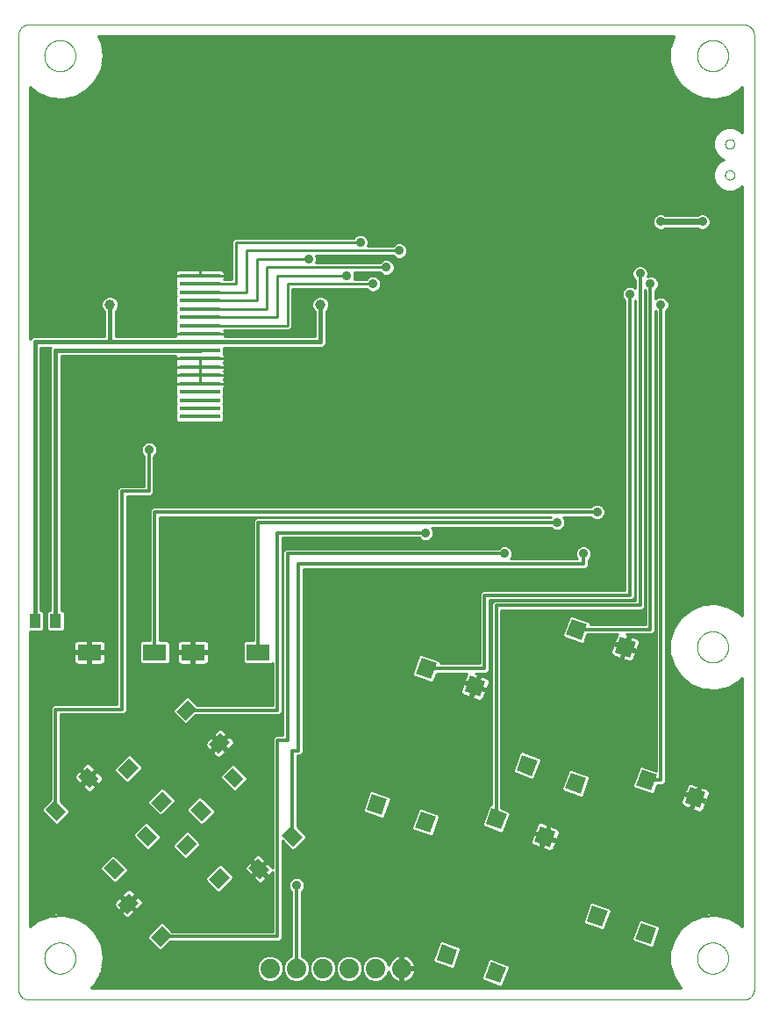
<source format=gtl>
G75*
%MOIN*%
%OFA0B0*%
%FSLAX25Y25*%
%IPPOS*%
%LPD*%
%AMOC8*
5,1,8,0,0,1.08239X$1,22.5*
%
%ADD10C,0.00000*%
%ADD11R,0.04331X0.05512*%
%ADD12R,0.15748X0.01575*%
%ADD13R,0.06299X0.06102*%
%ADD14R,0.09055X0.06299*%
%ADD15R,0.05118X0.06102*%
%ADD16C,0.07400*%
%ADD17C,0.01000*%
%ADD18C,0.03569*%
%ADD19C,0.01600*%
%ADD20C,0.03962*%
%ADD21C,0.01200*%
%ADD22C,0.02400*%
D10*
X0003248Y0006189D02*
X0003248Y0368394D01*
X0003250Y0368518D01*
X0003256Y0368641D01*
X0003265Y0368765D01*
X0003279Y0368887D01*
X0003296Y0369010D01*
X0003318Y0369132D01*
X0003343Y0369253D01*
X0003372Y0369373D01*
X0003404Y0369492D01*
X0003441Y0369611D01*
X0003481Y0369728D01*
X0003524Y0369843D01*
X0003572Y0369958D01*
X0003623Y0370070D01*
X0003677Y0370181D01*
X0003735Y0370291D01*
X0003796Y0370398D01*
X0003861Y0370504D01*
X0003929Y0370607D01*
X0004000Y0370708D01*
X0004074Y0370807D01*
X0004151Y0370904D01*
X0004232Y0370998D01*
X0004315Y0371089D01*
X0004401Y0371178D01*
X0004490Y0371264D01*
X0004581Y0371347D01*
X0004675Y0371428D01*
X0004772Y0371505D01*
X0004871Y0371579D01*
X0004972Y0371650D01*
X0005075Y0371718D01*
X0005181Y0371783D01*
X0005288Y0371844D01*
X0005398Y0371902D01*
X0005509Y0371956D01*
X0005621Y0372007D01*
X0005736Y0372055D01*
X0005851Y0372098D01*
X0005968Y0372138D01*
X0006087Y0372175D01*
X0006206Y0372207D01*
X0006326Y0372236D01*
X0006447Y0372261D01*
X0006569Y0372283D01*
X0006692Y0372300D01*
X0006814Y0372314D01*
X0006938Y0372323D01*
X0007061Y0372329D01*
X0007185Y0372331D01*
X0278839Y0372331D01*
X0278963Y0372329D01*
X0279086Y0372323D01*
X0279210Y0372314D01*
X0279332Y0372300D01*
X0279455Y0372283D01*
X0279577Y0372261D01*
X0279698Y0372236D01*
X0279818Y0372207D01*
X0279937Y0372175D01*
X0280056Y0372138D01*
X0280173Y0372098D01*
X0280288Y0372055D01*
X0280403Y0372007D01*
X0280515Y0371956D01*
X0280626Y0371902D01*
X0280736Y0371844D01*
X0280843Y0371783D01*
X0280949Y0371718D01*
X0281052Y0371650D01*
X0281153Y0371579D01*
X0281252Y0371505D01*
X0281349Y0371428D01*
X0281443Y0371347D01*
X0281534Y0371264D01*
X0281623Y0371178D01*
X0281709Y0371089D01*
X0281792Y0370998D01*
X0281873Y0370904D01*
X0281950Y0370807D01*
X0282024Y0370708D01*
X0282095Y0370607D01*
X0282163Y0370504D01*
X0282228Y0370398D01*
X0282289Y0370291D01*
X0282347Y0370181D01*
X0282401Y0370070D01*
X0282452Y0369958D01*
X0282500Y0369843D01*
X0282543Y0369728D01*
X0282583Y0369611D01*
X0282620Y0369492D01*
X0282652Y0369373D01*
X0282681Y0369253D01*
X0282706Y0369132D01*
X0282728Y0369010D01*
X0282745Y0368887D01*
X0282759Y0368765D01*
X0282768Y0368641D01*
X0282774Y0368518D01*
X0282776Y0368394D01*
X0282776Y0006189D01*
X0282774Y0006065D01*
X0282768Y0005942D01*
X0282759Y0005818D01*
X0282745Y0005696D01*
X0282728Y0005573D01*
X0282706Y0005451D01*
X0282681Y0005330D01*
X0282652Y0005210D01*
X0282620Y0005091D01*
X0282583Y0004972D01*
X0282543Y0004855D01*
X0282500Y0004740D01*
X0282452Y0004625D01*
X0282401Y0004513D01*
X0282347Y0004402D01*
X0282289Y0004292D01*
X0282228Y0004185D01*
X0282163Y0004079D01*
X0282095Y0003976D01*
X0282024Y0003875D01*
X0281950Y0003776D01*
X0281873Y0003679D01*
X0281792Y0003585D01*
X0281709Y0003494D01*
X0281623Y0003405D01*
X0281534Y0003319D01*
X0281443Y0003236D01*
X0281349Y0003155D01*
X0281252Y0003078D01*
X0281153Y0003004D01*
X0281052Y0002933D01*
X0280949Y0002865D01*
X0280843Y0002800D01*
X0280736Y0002739D01*
X0280626Y0002681D01*
X0280515Y0002627D01*
X0280403Y0002576D01*
X0280288Y0002528D01*
X0280173Y0002485D01*
X0280056Y0002445D01*
X0279937Y0002408D01*
X0279818Y0002376D01*
X0279698Y0002347D01*
X0279577Y0002322D01*
X0279455Y0002300D01*
X0279332Y0002283D01*
X0279210Y0002269D01*
X0279086Y0002260D01*
X0278963Y0002254D01*
X0278839Y0002252D01*
X0007185Y0002252D01*
X0007061Y0002254D01*
X0006938Y0002260D01*
X0006814Y0002269D01*
X0006692Y0002283D01*
X0006569Y0002300D01*
X0006447Y0002322D01*
X0006326Y0002347D01*
X0006206Y0002376D01*
X0006087Y0002408D01*
X0005968Y0002445D01*
X0005851Y0002485D01*
X0005736Y0002528D01*
X0005621Y0002576D01*
X0005509Y0002627D01*
X0005398Y0002681D01*
X0005288Y0002739D01*
X0005181Y0002800D01*
X0005075Y0002865D01*
X0004972Y0002933D01*
X0004871Y0003004D01*
X0004772Y0003078D01*
X0004675Y0003155D01*
X0004581Y0003236D01*
X0004490Y0003319D01*
X0004401Y0003405D01*
X0004315Y0003494D01*
X0004232Y0003585D01*
X0004151Y0003679D01*
X0004074Y0003776D01*
X0004000Y0003875D01*
X0003929Y0003976D01*
X0003861Y0004079D01*
X0003796Y0004185D01*
X0003735Y0004292D01*
X0003677Y0004402D01*
X0003623Y0004513D01*
X0003572Y0004625D01*
X0003524Y0004740D01*
X0003481Y0004855D01*
X0003441Y0004972D01*
X0003404Y0005091D01*
X0003372Y0005210D01*
X0003343Y0005330D01*
X0003318Y0005451D01*
X0003296Y0005573D01*
X0003279Y0005696D01*
X0003265Y0005818D01*
X0003256Y0005942D01*
X0003250Y0006065D01*
X0003248Y0006189D01*
X0013090Y0018000D02*
X0013092Y0018153D01*
X0013098Y0018307D01*
X0013108Y0018460D01*
X0013122Y0018612D01*
X0013140Y0018765D01*
X0013162Y0018916D01*
X0013187Y0019067D01*
X0013217Y0019218D01*
X0013251Y0019368D01*
X0013288Y0019516D01*
X0013329Y0019664D01*
X0013374Y0019810D01*
X0013423Y0019956D01*
X0013476Y0020100D01*
X0013532Y0020242D01*
X0013592Y0020383D01*
X0013656Y0020523D01*
X0013723Y0020661D01*
X0013794Y0020797D01*
X0013869Y0020931D01*
X0013946Y0021063D01*
X0014028Y0021193D01*
X0014112Y0021321D01*
X0014200Y0021447D01*
X0014291Y0021570D01*
X0014385Y0021691D01*
X0014483Y0021809D01*
X0014583Y0021925D01*
X0014687Y0022038D01*
X0014793Y0022149D01*
X0014902Y0022257D01*
X0015014Y0022362D01*
X0015128Y0022463D01*
X0015246Y0022562D01*
X0015365Y0022658D01*
X0015487Y0022751D01*
X0015612Y0022840D01*
X0015739Y0022927D01*
X0015868Y0023009D01*
X0015999Y0023089D01*
X0016132Y0023165D01*
X0016267Y0023238D01*
X0016404Y0023307D01*
X0016543Y0023372D01*
X0016683Y0023434D01*
X0016825Y0023492D01*
X0016968Y0023547D01*
X0017113Y0023598D01*
X0017259Y0023645D01*
X0017406Y0023688D01*
X0017554Y0023727D01*
X0017703Y0023763D01*
X0017853Y0023794D01*
X0018004Y0023822D01*
X0018155Y0023846D01*
X0018308Y0023866D01*
X0018460Y0023882D01*
X0018613Y0023894D01*
X0018766Y0023902D01*
X0018919Y0023906D01*
X0019073Y0023906D01*
X0019226Y0023902D01*
X0019379Y0023894D01*
X0019532Y0023882D01*
X0019684Y0023866D01*
X0019837Y0023846D01*
X0019988Y0023822D01*
X0020139Y0023794D01*
X0020289Y0023763D01*
X0020438Y0023727D01*
X0020586Y0023688D01*
X0020733Y0023645D01*
X0020879Y0023598D01*
X0021024Y0023547D01*
X0021167Y0023492D01*
X0021309Y0023434D01*
X0021449Y0023372D01*
X0021588Y0023307D01*
X0021725Y0023238D01*
X0021860Y0023165D01*
X0021993Y0023089D01*
X0022124Y0023009D01*
X0022253Y0022927D01*
X0022380Y0022840D01*
X0022505Y0022751D01*
X0022627Y0022658D01*
X0022746Y0022562D01*
X0022864Y0022463D01*
X0022978Y0022362D01*
X0023090Y0022257D01*
X0023199Y0022149D01*
X0023305Y0022038D01*
X0023409Y0021925D01*
X0023509Y0021809D01*
X0023607Y0021691D01*
X0023701Y0021570D01*
X0023792Y0021447D01*
X0023880Y0021321D01*
X0023964Y0021193D01*
X0024046Y0021063D01*
X0024123Y0020931D01*
X0024198Y0020797D01*
X0024269Y0020661D01*
X0024336Y0020523D01*
X0024400Y0020383D01*
X0024460Y0020242D01*
X0024516Y0020100D01*
X0024569Y0019956D01*
X0024618Y0019810D01*
X0024663Y0019664D01*
X0024704Y0019516D01*
X0024741Y0019368D01*
X0024775Y0019218D01*
X0024805Y0019067D01*
X0024830Y0018916D01*
X0024852Y0018765D01*
X0024870Y0018612D01*
X0024884Y0018460D01*
X0024894Y0018307D01*
X0024900Y0018153D01*
X0024902Y0018000D01*
X0024900Y0017847D01*
X0024894Y0017693D01*
X0024884Y0017540D01*
X0024870Y0017388D01*
X0024852Y0017235D01*
X0024830Y0017084D01*
X0024805Y0016933D01*
X0024775Y0016782D01*
X0024741Y0016632D01*
X0024704Y0016484D01*
X0024663Y0016336D01*
X0024618Y0016190D01*
X0024569Y0016044D01*
X0024516Y0015900D01*
X0024460Y0015758D01*
X0024400Y0015617D01*
X0024336Y0015477D01*
X0024269Y0015339D01*
X0024198Y0015203D01*
X0024123Y0015069D01*
X0024046Y0014937D01*
X0023964Y0014807D01*
X0023880Y0014679D01*
X0023792Y0014553D01*
X0023701Y0014430D01*
X0023607Y0014309D01*
X0023509Y0014191D01*
X0023409Y0014075D01*
X0023305Y0013962D01*
X0023199Y0013851D01*
X0023090Y0013743D01*
X0022978Y0013638D01*
X0022864Y0013537D01*
X0022746Y0013438D01*
X0022627Y0013342D01*
X0022505Y0013249D01*
X0022380Y0013160D01*
X0022253Y0013073D01*
X0022124Y0012991D01*
X0021993Y0012911D01*
X0021860Y0012835D01*
X0021725Y0012762D01*
X0021588Y0012693D01*
X0021449Y0012628D01*
X0021309Y0012566D01*
X0021167Y0012508D01*
X0021024Y0012453D01*
X0020879Y0012402D01*
X0020733Y0012355D01*
X0020586Y0012312D01*
X0020438Y0012273D01*
X0020289Y0012237D01*
X0020139Y0012206D01*
X0019988Y0012178D01*
X0019837Y0012154D01*
X0019684Y0012134D01*
X0019532Y0012118D01*
X0019379Y0012106D01*
X0019226Y0012098D01*
X0019073Y0012094D01*
X0018919Y0012094D01*
X0018766Y0012098D01*
X0018613Y0012106D01*
X0018460Y0012118D01*
X0018308Y0012134D01*
X0018155Y0012154D01*
X0018004Y0012178D01*
X0017853Y0012206D01*
X0017703Y0012237D01*
X0017554Y0012273D01*
X0017406Y0012312D01*
X0017259Y0012355D01*
X0017113Y0012402D01*
X0016968Y0012453D01*
X0016825Y0012508D01*
X0016683Y0012566D01*
X0016543Y0012628D01*
X0016404Y0012693D01*
X0016267Y0012762D01*
X0016132Y0012835D01*
X0015999Y0012911D01*
X0015868Y0012991D01*
X0015739Y0013073D01*
X0015612Y0013160D01*
X0015487Y0013249D01*
X0015365Y0013342D01*
X0015246Y0013438D01*
X0015128Y0013537D01*
X0015014Y0013638D01*
X0014902Y0013743D01*
X0014793Y0013851D01*
X0014687Y0013962D01*
X0014583Y0014075D01*
X0014483Y0014191D01*
X0014385Y0014309D01*
X0014291Y0014430D01*
X0014200Y0014553D01*
X0014112Y0014679D01*
X0014028Y0014807D01*
X0013946Y0014937D01*
X0013869Y0015069D01*
X0013794Y0015203D01*
X0013723Y0015339D01*
X0013656Y0015477D01*
X0013592Y0015617D01*
X0013532Y0015758D01*
X0013476Y0015900D01*
X0013423Y0016044D01*
X0013374Y0016190D01*
X0013329Y0016336D01*
X0013288Y0016484D01*
X0013251Y0016632D01*
X0013217Y0016782D01*
X0013187Y0016933D01*
X0013162Y0017084D01*
X0013140Y0017235D01*
X0013122Y0017388D01*
X0013108Y0017540D01*
X0013098Y0017693D01*
X0013092Y0017847D01*
X0013090Y0018000D01*
X0261122Y0018000D02*
X0261124Y0018153D01*
X0261130Y0018307D01*
X0261140Y0018460D01*
X0261154Y0018612D01*
X0261172Y0018765D01*
X0261194Y0018916D01*
X0261219Y0019067D01*
X0261249Y0019218D01*
X0261283Y0019368D01*
X0261320Y0019516D01*
X0261361Y0019664D01*
X0261406Y0019810D01*
X0261455Y0019956D01*
X0261508Y0020100D01*
X0261564Y0020242D01*
X0261624Y0020383D01*
X0261688Y0020523D01*
X0261755Y0020661D01*
X0261826Y0020797D01*
X0261901Y0020931D01*
X0261978Y0021063D01*
X0262060Y0021193D01*
X0262144Y0021321D01*
X0262232Y0021447D01*
X0262323Y0021570D01*
X0262417Y0021691D01*
X0262515Y0021809D01*
X0262615Y0021925D01*
X0262719Y0022038D01*
X0262825Y0022149D01*
X0262934Y0022257D01*
X0263046Y0022362D01*
X0263160Y0022463D01*
X0263278Y0022562D01*
X0263397Y0022658D01*
X0263519Y0022751D01*
X0263644Y0022840D01*
X0263771Y0022927D01*
X0263900Y0023009D01*
X0264031Y0023089D01*
X0264164Y0023165D01*
X0264299Y0023238D01*
X0264436Y0023307D01*
X0264575Y0023372D01*
X0264715Y0023434D01*
X0264857Y0023492D01*
X0265000Y0023547D01*
X0265145Y0023598D01*
X0265291Y0023645D01*
X0265438Y0023688D01*
X0265586Y0023727D01*
X0265735Y0023763D01*
X0265885Y0023794D01*
X0266036Y0023822D01*
X0266187Y0023846D01*
X0266340Y0023866D01*
X0266492Y0023882D01*
X0266645Y0023894D01*
X0266798Y0023902D01*
X0266951Y0023906D01*
X0267105Y0023906D01*
X0267258Y0023902D01*
X0267411Y0023894D01*
X0267564Y0023882D01*
X0267716Y0023866D01*
X0267869Y0023846D01*
X0268020Y0023822D01*
X0268171Y0023794D01*
X0268321Y0023763D01*
X0268470Y0023727D01*
X0268618Y0023688D01*
X0268765Y0023645D01*
X0268911Y0023598D01*
X0269056Y0023547D01*
X0269199Y0023492D01*
X0269341Y0023434D01*
X0269481Y0023372D01*
X0269620Y0023307D01*
X0269757Y0023238D01*
X0269892Y0023165D01*
X0270025Y0023089D01*
X0270156Y0023009D01*
X0270285Y0022927D01*
X0270412Y0022840D01*
X0270537Y0022751D01*
X0270659Y0022658D01*
X0270778Y0022562D01*
X0270896Y0022463D01*
X0271010Y0022362D01*
X0271122Y0022257D01*
X0271231Y0022149D01*
X0271337Y0022038D01*
X0271441Y0021925D01*
X0271541Y0021809D01*
X0271639Y0021691D01*
X0271733Y0021570D01*
X0271824Y0021447D01*
X0271912Y0021321D01*
X0271996Y0021193D01*
X0272078Y0021063D01*
X0272155Y0020931D01*
X0272230Y0020797D01*
X0272301Y0020661D01*
X0272368Y0020523D01*
X0272432Y0020383D01*
X0272492Y0020242D01*
X0272548Y0020100D01*
X0272601Y0019956D01*
X0272650Y0019810D01*
X0272695Y0019664D01*
X0272736Y0019516D01*
X0272773Y0019368D01*
X0272807Y0019218D01*
X0272837Y0019067D01*
X0272862Y0018916D01*
X0272884Y0018765D01*
X0272902Y0018612D01*
X0272916Y0018460D01*
X0272926Y0018307D01*
X0272932Y0018153D01*
X0272934Y0018000D01*
X0272932Y0017847D01*
X0272926Y0017693D01*
X0272916Y0017540D01*
X0272902Y0017388D01*
X0272884Y0017235D01*
X0272862Y0017084D01*
X0272837Y0016933D01*
X0272807Y0016782D01*
X0272773Y0016632D01*
X0272736Y0016484D01*
X0272695Y0016336D01*
X0272650Y0016190D01*
X0272601Y0016044D01*
X0272548Y0015900D01*
X0272492Y0015758D01*
X0272432Y0015617D01*
X0272368Y0015477D01*
X0272301Y0015339D01*
X0272230Y0015203D01*
X0272155Y0015069D01*
X0272078Y0014937D01*
X0271996Y0014807D01*
X0271912Y0014679D01*
X0271824Y0014553D01*
X0271733Y0014430D01*
X0271639Y0014309D01*
X0271541Y0014191D01*
X0271441Y0014075D01*
X0271337Y0013962D01*
X0271231Y0013851D01*
X0271122Y0013743D01*
X0271010Y0013638D01*
X0270896Y0013537D01*
X0270778Y0013438D01*
X0270659Y0013342D01*
X0270537Y0013249D01*
X0270412Y0013160D01*
X0270285Y0013073D01*
X0270156Y0012991D01*
X0270025Y0012911D01*
X0269892Y0012835D01*
X0269757Y0012762D01*
X0269620Y0012693D01*
X0269481Y0012628D01*
X0269341Y0012566D01*
X0269199Y0012508D01*
X0269056Y0012453D01*
X0268911Y0012402D01*
X0268765Y0012355D01*
X0268618Y0012312D01*
X0268470Y0012273D01*
X0268321Y0012237D01*
X0268171Y0012206D01*
X0268020Y0012178D01*
X0267869Y0012154D01*
X0267716Y0012134D01*
X0267564Y0012118D01*
X0267411Y0012106D01*
X0267258Y0012098D01*
X0267105Y0012094D01*
X0266951Y0012094D01*
X0266798Y0012098D01*
X0266645Y0012106D01*
X0266492Y0012118D01*
X0266340Y0012134D01*
X0266187Y0012154D01*
X0266036Y0012178D01*
X0265885Y0012206D01*
X0265735Y0012237D01*
X0265586Y0012273D01*
X0265438Y0012312D01*
X0265291Y0012355D01*
X0265145Y0012402D01*
X0265000Y0012453D01*
X0264857Y0012508D01*
X0264715Y0012566D01*
X0264575Y0012628D01*
X0264436Y0012693D01*
X0264299Y0012762D01*
X0264164Y0012835D01*
X0264031Y0012911D01*
X0263900Y0012991D01*
X0263771Y0013073D01*
X0263644Y0013160D01*
X0263519Y0013249D01*
X0263397Y0013342D01*
X0263278Y0013438D01*
X0263160Y0013537D01*
X0263046Y0013638D01*
X0262934Y0013743D01*
X0262825Y0013851D01*
X0262719Y0013962D01*
X0262615Y0014075D01*
X0262515Y0014191D01*
X0262417Y0014309D01*
X0262323Y0014430D01*
X0262232Y0014553D01*
X0262144Y0014679D01*
X0262060Y0014807D01*
X0261978Y0014937D01*
X0261901Y0015069D01*
X0261826Y0015203D01*
X0261755Y0015339D01*
X0261688Y0015477D01*
X0261624Y0015617D01*
X0261564Y0015758D01*
X0261508Y0015900D01*
X0261455Y0016044D01*
X0261406Y0016190D01*
X0261361Y0016336D01*
X0261320Y0016484D01*
X0261283Y0016632D01*
X0261249Y0016782D01*
X0261219Y0016933D01*
X0261194Y0017084D01*
X0261172Y0017235D01*
X0261154Y0017388D01*
X0261140Y0017540D01*
X0261130Y0017693D01*
X0261124Y0017847D01*
X0261122Y0018000D01*
X0261122Y0136110D02*
X0261124Y0136263D01*
X0261130Y0136417D01*
X0261140Y0136570D01*
X0261154Y0136722D01*
X0261172Y0136875D01*
X0261194Y0137026D01*
X0261219Y0137177D01*
X0261249Y0137328D01*
X0261283Y0137478D01*
X0261320Y0137626D01*
X0261361Y0137774D01*
X0261406Y0137920D01*
X0261455Y0138066D01*
X0261508Y0138210D01*
X0261564Y0138352D01*
X0261624Y0138493D01*
X0261688Y0138633D01*
X0261755Y0138771D01*
X0261826Y0138907D01*
X0261901Y0139041D01*
X0261978Y0139173D01*
X0262060Y0139303D01*
X0262144Y0139431D01*
X0262232Y0139557D01*
X0262323Y0139680D01*
X0262417Y0139801D01*
X0262515Y0139919D01*
X0262615Y0140035D01*
X0262719Y0140148D01*
X0262825Y0140259D01*
X0262934Y0140367D01*
X0263046Y0140472D01*
X0263160Y0140573D01*
X0263278Y0140672D01*
X0263397Y0140768D01*
X0263519Y0140861D01*
X0263644Y0140950D01*
X0263771Y0141037D01*
X0263900Y0141119D01*
X0264031Y0141199D01*
X0264164Y0141275D01*
X0264299Y0141348D01*
X0264436Y0141417D01*
X0264575Y0141482D01*
X0264715Y0141544D01*
X0264857Y0141602D01*
X0265000Y0141657D01*
X0265145Y0141708D01*
X0265291Y0141755D01*
X0265438Y0141798D01*
X0265586Y0141837D01*
X0265735Y0141873D01*
X0265885Y0141904D01*
X0266036Y0141932D01*
X0266187Y0141956D01*
X0266340Y0141976D01*
X0266492Y0141992D01*
X0266645Y0142004D01*
X0266798Y0142012D01*
X0266951Y0142016D01*
X0267105Y0142016D01*
X0267258Y0142012D01*
X0267411Y0142004D01*
X0267564Y0141992D01*
X0267716Y0141976D01*
X0267869Y0141956D01*
X0268020Y0141932D01*
X0268171Y0141904D01*
X0268321Y0141873D01*
X0268470Y0141837D01*
X0268618Y0141798D01*
X0268765Y0141755D01*
X0268911Y0141708D01*
X0269056Y0141657D01*
X0269199Y0141602D01*
X0269341Y0141544D01*
X0269481Y0141482D01*
X0269620Y0141417D01*
X0269757Y0141348D01*
X0269892Y0141275D01*
X0270025Y0141199D01*
X0270156Y0141119D01*
X0270285Y0141037D01*
X0270412Y0140950D01*
X0270537Y0140861D01*
X0270659Y0140768D01*
X0270778Y0140672D01*
X0270896Y0140573D01*
X0271010Y0140472D01*
X0271122Y0140367D01*
X0271231Y0140259D01*
X0271337Y0140148D01*
X0271441Y0140035D01*
X0271541Y0139919D01*
X0271639Y0139801D01*
X0271733Y0139680D01*
X0271824Y0139557D01*
X0271912Y0139431D01*
X0271996Y0139303D01*
X0272078Y0139173D01*
X0272155Y0139041D01*
X0272230Y0138907D01*
X0272301Y0138771D01*
X0272368Y0138633D01*
X0272432Y0138493D01*
X0272492Y0138352D01*
X0272548Y0138210D01*
X0272601Y0138066D01*
X0272650Y0137920D01*
X0272695Y0137774D01*
X0272736Y0137626D01*
X0272773Y0137478D01*
X0272807Y0137328D01*
X0272837Y0137177D01*
X0272862Y0137026D01*
X0272884Y0136875D01*
X0272902Y0136722D01*
X0272916Y0136570D01*
X0272926Y0136417D01*
X0272932Y0136263D01*
X0272934Y0136110D01*
X0272932Y0135957D01*
X0272926Y0135803D01*
X0272916Y0135650D01*
X0272902Y0135498D01*
X0272884Y0135345D01*
X0272862Y0135194D01*
X0272837Y0135043D01*
X0272807Y0134892D01*
X0272773Y0134742D01*
X0272736Y0134594D01*
X0272695Y0134446D01*
X0272650Y0134300D01*
X0272601Y0134154D01*
X0272548Y0134010D01*
X0272492Y0133868D01*
X0272432Y0133727D01*
X0272368Y0133587D01*
X0272301Y0133449D01*
X0272230Y0133313D01*
X0272155Y0133179D01*
X0272078Y0133047D01*
X0271996Y0132917D01*
X0271912Y0132789D01*
X0271824Y0132663D01*
X0271733Y0132540D01*
X0271639Y0132419D01*
X0271541Y0132301D01*
X0271441Y0132185D01*
X0271337Y0132072D01*
X0271231Y0131961D01*
X0271122Y0131853D01*
X0271010Y0131748D01*
X0270896Y0131647D01*
X0270778Y0131548D01*
X0270659Y0131452D01*
X0270537Y0131359D01*
X0270412Y0131270D01*
X0270285Y0131183D01*
X0270156Y0131101D01*
X0270025Y0131021D01*
X0269892Y0130945D01*
X0269757Y0130872D01*
X0269620Y0130803D01*
X0269481Y0130738D01*
X0269341Y0130676D01*
X0269199Y0130618D01*
X0269056Y0130563D01*
X0268911Y0130512D01*
X0268765Y0130465D01*
X0268618Y0130422D01*
X0268470Y0130383D01*
X0268321Y0130347D01*
X0268171Y0130316D01*
X0268020Y0130288D01*
X0267869Y0130264D01*
X0267716Y0130244D01*
X0267564Y0130228D01*
X0267411Y0130216D01*
X0267258Y0130208D01*
X0267105Y0130204D01*
X0266951Y0130204D01*
X0266798Y0130208D01*
X0266645Y0130216D01*
X0266492Y0130228D01*
X0266340Y0130244D01*
X0266187Y0130264D01*
X0266036Y0130288D01*
X0265885Y0130316D01*
X0265735Y0130347D01*
X0265586Y0130383D01*
X0265438Y0130422D01*
X0265291Y0130465D01*
X0265145Y0130512D01*
X0265000Y0130563D01*
X0264857Y0130618D01*
X0264715Y0130676D01*
X0264575Y0130738D01*
X0264436Y0130803D01*
X0264299Y0130872D01*
X0264164Y0130945D01*
X0264031Y0131021D01*
X0263900Y0131101D01*
X0263771Y0131183D01*
X0263644Y0131270D01*
X0263519Y0131359D01*
X0263397Y0131452D01*
X0263278Y0131548D01*
X0263160Y0131647D01*
X0263046Y0131748D01*
X0262934Y0131853D01*
X0262825Y0131961D01*
X0262719Y0132072D01*
X0262615Y0132185D01*
X0262515Y0132301D01*
X0262417Y0132419D01*
X0262323Y0132540D01*
X0262232Y0132663D01*
X0262144Y0132789D01*
X0262060Y0132917D01*
X0261978Y0133047D01*
X0261901Y0133179D01*
X0261826Y0133313D01*
X0261755Y0133449D01*
X0261688Y0133587D01*
X0261624Y0133727D01*
X0261564Y0133868D01*
X0261508Y0134010D01*
X0261455Y0134154D01*
X0261406Y0134300D01*
X0261361Y0134446D01*
X0261320Y0134594D01*
X0261283Y0134742D01*
X0261249Y0134892D01*
X0261219Y0135043D01*
X0261194Y0135194D01*
X0261172Y0135345D01*
X0261154Y0135498D01*
X0261140Y0135650D01*
X0261130Y0135803D01*
X0261124Y0135957D01*
X0261122Y0136110D01*
X0271752Y0315244D02*
X0271754Y0315328D01*
X0271760Y0315411D01*
X0271770Y0315494D01*
X0271784Y0315577D01*
X0271801Y0315659D01*
X0271823Y0315740D01*
X0271848Y0315819D01*
X0271877Y0315898D01*
X0271910Y0315975D01*
X0271946Y0316050D01*
X0271986Y0316124D01*
X0272029Y0316196D01*
X0272076Y0316265D01*
X0272126Y0316332D01*
X0272179Y0316397D01*
X0272235Y0316459D01*
X0272293Y0316519D01*
X0272355Y0316576D01*
X0272419Y0316629D01*
X0272486Y0316680D01*
X0272555Y0316727D01*
X0272626Y0316772D01*
X0272699Y0316812D01*
X0272774Y0316849D01*
X0272851Y0316883D01*
X0272929Y0316913D01*
X0273008Y0316939D01*
X0273089Y0316962D01*
X0273171Y0316980D01*
X0273253Y0316995D01*
X0273336Y0317006D01*
X0273419Y0317013D01*
X0273503Y0317016D01*
X0273587Y0317015D01*
X0273670Y0317010D01*
X0273754Y0317001D01*
X0273836Y0316988D01*
X0273918Y0316972D01*
X0273999Y0316951D01*
X0274080Y0316927D01*
X0274158Y0316899D01*
X0274236Y0316867D01*
X0274312Y0316831D01*
X0274386Y0316792D01*
X0274458Y0316750D01*
X0274528Y0316704D01*
X0274596Y0316655D01*
X0274661Y0316603D01*
X0274724Y0316548D01*
X0274784Y0316490D01*
X0274842Y0316429D01*
X0274896Y0316365D01*
X0274948Y0316299D01*
X0274996Y0316231D01*
X0275041Y0316160D01*
X0275082Y0316087D01*
X0275121Y0316013D01*
X0275155Y0315937D01*
X0275186Y0315859D01*
X0275213Y0315780D01*
X0275237Y0315699D01*
X0275256Y0315618D01*
X0275272Y0315536D01*
X0275284Y0315453D01*
X0275292Y0315369D01*
X0275296Y0315286D01*
X0275296Y0315202D01*
X0275292Y0315119D01*
X0275284Y0315035D01*
X0275272Y0314952D01*
X0275256Y0314870D01*
X0275237Y0314789D01*
X0275213Y0314708D01*
X0275186Y0314629D01*
X0275155Y0314551D01*
X0275121Y0314475D01*
X0275082Y0314401D01*
X0275041Y0314328D01*
X0274996Y0314257D01*
X0274948Y0314189D01*
X0274896Y0314123D01*
X0274842Y0314059D01*
X0274784Y0313998D01*
X0274724Y0313940D01*
X0274661Y0313885D01*
X0274596Y0313833D01*
X0274528Y0313784D01*
X0274458Y0313738D01*
X0274386Y0313696D01*
X0274312Y0313657D01*
X0274236Y0313621D01*
X0274158Y0313589D01*
X0274080Y0313561D01*
X0273999Y0313537D01*
X0273918Y0313516D01*
X0273836Y0313500D01*
X0273754Y0313487D01*
X0273670Y0313478D01*
X0273587Y0313473D01*
X0273503Y0313472D01*
X0273419Y0313475D01*
X0273336Y0313482D01*
X0273253Y0313493D01*
X0273171Y0313508D01*
X0273089Y0313526D01*
X0273008Y0313549D01*
X0272929Y0313575D01*
X0272851Y0313605D01*
X0272774Y0313639D01*
X0272699Y0313676D01*
X0272626Y0313716D01*
X0272555Y0313761D01*
X0272486Y0313808D01*
X0272419Y0313859D01*
X0272355Y0313912D01*
X0272293Y0313969D01*
X0272235Y0314029D01*
X0272179Y0314091D01*
X0272126Y0314156D01*
X0272076Y0314223D01*
X0272029Y0314292D01*
X0271986Y0314364D01*
X0271946Y0314438D01*
X0271910Y0314513D01*
X0271877Y0314590D01*
X0271848Y0314669D01*
X0271823Y0314748D01*
X0271801Y0314829D01*
X0271784Y0314911D01*
X0271770Y0314994D01*
X0271760Y0315077D01*
X0271754Y0315160D01*
X0271752Y0315244D01*
X0271752Y0327055D02*
X0271754Y0327139D01*
X0271760Y0327222D01*
X0271770Y0327305D01*
X0271784Y0327388D01*
X0271801Y0327470D01*
X0271823Y0327551D01*
X0271848Y0327630D01*
X0271877Y0327709D01*
X0271910Y0327786D01*
X0271946Y0327861D01*
X0271986Y0327935D01*
X0272029Y0328007D01*
X0272076Y0328076D01*
X0272126Y0328143D01*
X0272179Y0328208D01*
X0272235Y0328270D01*
X0272293Y0328330D01*
X0272355Y0328387D01*
X0272419Y0328440D01*
X0272486Y0328491D01*
X0272555Y0328538D01*
X0272626Y0328583D01*
X0272699Y0328623D01*
X0272774Y0328660D01*
X0272851Y0328694D01*
X0272929Y0328724D01*
X0273008Y0328750D01*
X0273089Y0328773D01*
X0273171Y0328791D01*
X0273253Y0328806D01*
X0273336Y0328817D01*
X0273419Y0328824D01*
X0273503Y0328827D01*
X0273587Y0328826D01*
X0273670Y0328821D01*
X0273754Y0328812D01*
X0273836Y0328799D01*
X0273918Y0328783D01*
X0273999Y0328762D01*
X0274080Y0328738D01*
X0274158Y0328710D01*
X0274236Y0328678D01*
X0274312Y0328642D01*
X0274386Y0328603D01*
X0274458Y0328561D01*
X0274528Y0328515D01*
X0274596Y0328466D01*
X0274661Y0328414D01*
X0274724Y0328359D01*
X0274784Y0328301D01*
X0274842Y0328240D01*
X0274896Y0328176D01*
X0274948Y0328110D01*
X0274996Y0328042D01*
X0275041Y0327971D01*
X0275082Y0327898D01*
X0275121Y0327824D01*
X0275155Y0327748D01*
X0275186Y0327670D01*
X0275213Y0327591D01*
X0275237Y0327510D01*
X0275256Y0327429D01*
X0275272Y0327347D01*
X0275284Y0327264D01*
X0275292Y0327180D01*
X0275296Y0327097D01*
X0275296Y0327013D01*
X0275292Y0326930D01*
X0275284Y0326846D01*
X0275272Y0326763D01*
X0275256Y0326681D01*
X0275237Y0326600D01*
X0275213Y0326519D01*
X0275186Y0326440D01*
X0275155Y0326362D01*
X0275121Y0326286D01*
X0275082Y0326212D01*
X0275041Y0326139D01*
X0274996Y0326068D01*
X0274948Y0326000D01*
X0274896Y0325934D01*
X0274842Y0325870D01*
X0274784Y0325809D01*
X0274724Y0325751D01*
X0274661Y0325696D01*
X0274596Y0325644D01*
X0274528Y0325595D01*
X0274458Y0325549D01*
X0274386Y0325507D01*
X0274312Y0325468D01*
X0274236Y0325432D01*
X0274158Y0325400D01*
X0274080Y0325372D01*
X0273999Y0325348D01*
X0273918Y0325327D01*
X0273836Y0325311D01*
X0273754Y0325298D01*
X0273670Y0325289D01*
X0273587Y0325284D01*
X0273503Y0325283D01*
X0273419Y0325286D01*
X0273336Y0325293D01*
X0273253Y0325304D01*
X0273171Y0325319D01*
X0273089Y0325337D01*
X0273008Y0325360D01*
X0272929Y0325386D01*
X0272851Y0325416D01*
X0272774Y0325450D01*
X0272699Y0325487D01*
X0272626Y0325527D01*
X0272555Y0325572D01*
X0272486Y0325619D01*
X0272419Y0325670D01*
X0272355Y0325723D01*
X0272293Y0325780D01*
X0272235Y0325840D01*
X0272179Y0325902D01*
X0272126Y0325967D01*
X0272076Y0326034D01*
X0272029Y0326103D01*
X0271986Y0326175D01*
X0271946Y0326249D01*
X0271910Y0326324D01*
X0271877Y0326401D01*
X0271848Y0326480D01*
X0271823Y0326559D01*
X0271801Y0326640D01*
X0271784Y0326722D01*
X0271770Y0326805D01*
X0271760Y0326888D01*
X0271754Y0326971D01*
X0271752Y0327055D01*
X0261122Y0360520D02*
X0261124Y0360673D01*
X0261130Y0360827D01*
X0261140Y0360980D01*
X0261154Y0361132D01*
X0261172Y0361285D01*
X0261194Y0361436D01*
X0261219Y0361587D01*
X0261249Y0361738D01*
X0261283Y0361888D01*
X0261320Y0362036D01*
X0261361Y0362184D01*
X0261406Y0362330D01*
X0261455Y0362476D01*
X0261508Y0362620D01*
X0261564Y0362762D01*
X0261624Y0362903D01*
X0261688Y0363043D01*
X0261755Y0363181D01*
X0261826Y0363317D01*
X0261901Y0363451D01*
X0261978Y0363583D01*
X0262060Y0363713D01*
X0262144Y0363841D01*
X0262232Y0363967D01*
X0262323Y0364090D01*
X0262417Y0364211D01*
X0262515Y0364329D01*
X0262615Y0364445D01*
X0262719Y0364558D01*
X0262825Y0364669D01*
X0262934Y0364777D01*
X0263046Y0364882D01*
X0263160Y0364983D01*
X0263278Y0365082D01*
X0263397Y0365178D01*
X0263519Y0365271D01*
X0263644Y0365360D01*
X0263771Y0365447D01*
X0263900Y0365529D01*
X0264031Y0365609D01*
X0264164Y0365685D01*
X0264299Y0365758D01*
X0264436Y0365827D01*
X0264575Y0365892D01*
X0264715Y0365954D01*
X0264857Y0366012D01*
X0265000Y0366067D01*
X0265145Y0366118D01*
X0265291Y0366165D01*
X0265438Y0366208D01*
X0265586Y0366247D01*
X0265735Y0366283D01*
X0265885Y0366314D01*
X0266036Y0366342D01*
X0266187Y0366366D01*
X0266340Y0366386D01*
X0266492Y0366402D01*
X0266645Y0366414D01*
X0266798Y0366422D01*
X0266951Y0366426D01*
X0267105Y0366426D01*
X0267258Y0366422D01*
X0267411Y0366414D01*
X0267564Y0366402D01*
X0267716Y0366386D01*
X0267869Y0366366D01*
X0268020Y0366342D01*
X0268171Y0366314D01*
X0268321Y0366283D01*
X0268470Y0366247D01*
X0268618Y0366208D01*
X0268765Y0366165D01*
X0268911Y0366118D01*
X0269056Y0366067D01*
X0269199Y0366012D01*
X0269341Y0365954D01*
X0269481Y0365892D01*
X0269620Y0365827D01*
X0269757Y0365758D01*
X0269892Y0365685D01*
X0270025Y0365609D01*
X0270156Y0365529D01*
X0270285Y0365447D01*
X0270412Y0365360D01*
X0270537Y0365271D01*
X0270659Y0365178D01*
X0270778Y0365082D01*
X0270896Y0364983D01*
X0271010Y0364882D01*
X0271122Y0364777D01*
X0271231Y0364669D01*
X0271337Y0364558D01*
X0271441Y0364445D01*
X0271541Y0364329D01*
X0271639Y0364211D01*
X0271733Y0364090D01*
X0271824Y0363967D01*
X0271912Y0363841D01*
X0271996Y0363713D01*
X0272078Y0363583D01*
X0272155Y0363451D01*
X0272230Y0363317D01*
X0272301Y0363181D01*
X0272368Y0363043D01*
X0272432Y0362903D01*
X0272492Y0362762D01*
X0272548Y0362620D01*
X0272601Y0362476D01*
X0272650Y0362330D01*
X0272695Y0362184D01*
X0272736Y0362036D01*
X0272773Y0361888D01*
X0272807Y0361738D01*
X0272837Y0361587D01*
X0272862Y0361436D01*
X0272884Y0361285D01*
X0272902Y0361132D01*
X0272916Y0360980D01*
X0272926Y0360827D01*
X0272932Y0360673D01*
X0272934Y0360520D01*
X0272932Y0360367D01*
X0272926Y0360213D01*
X0272916Y0360060D01*
X0272902Y0359908D01*
X0272884Y0359755D01*
X0272862Y0359604D01*
X0272837Y0359453D01*
X0272807Y0359302D01*
X0272773Y0359152D01*
X0272736Y0359004D01*
X0272695Y0358856D01*
X0272650Y0358710D01*
X0272601Y0358564D01*
X0272548Y0358420D01*
X0272492Y0358278D01*
X0272432Y0358137D01*
X0272368Y0357997D01*
X0272301Y0357859D01*
X0272230Y0357723D01*
X0272155Y0357589D01*
X0272078Y0357457D01*
X0271996Y0357327D01*
X0271912Y0357199D01*
X0271824Y0357073D01*
X0271733Y0356950D01*
X0271639Y0356829D01*
X0271541Y0356711D01*
X0271441Y0356595D01*
X0271337Y0356482D01*
X0271231Y0356371D01*
X0271122Y0356263D01*
X0271010Y0356158D01*
X0270896Y0356057D01*
X0270778Y0355958D01*
X0270659Y0355862D01*
X0270537Y0355769D01*
X0270412Y0355680D01*
X0270285Y0355593D01*
X0270156Y0355511D01*
X0270025Y0355431D01*
X0269892Y0355355D01*
X0269757Y0355282D01*
X0269620Y0355213D01*
X0269481Y0355148D01*
X0269341Y0355086D01*
X0269199Y0355028D01*
X0269056Y0354973D01*
X0268911Y0354922D01*
X0268765Y0354875D01*
X0268618Y0354832D01*
X0268470Y0354793D01*
X0268321Y0354757D01*
X0268171Y0354726D01*
X0268020Y0354698D01*
X0267869Y0354674D01*
X0267716Y0354654D01*
X0267564Y0354638D01*
X0267411Y0354626D01*
X0267258Y0354618D01*
X0267105Y0354614D01*
X0266951Y0354614D01*
X0266798Y0354618D01*
X0266645Y0354626D01*
X0266492Y0354638D01*
X0266340Y0354654D01*
X0266187Y0354674D01*
X0266036Y0354698D01*
X0265885Y0354726D01*
X0265735Y0354757D01*
X0265586Y0354793D01*
X0265438Y0354832D01*
X0265291Y0354875D01*
X0265145Y0354922D01*
X0265000Y0354973D01*
X0264857Y0355028D01*
X0264715Y0355086D01*
X0264575Y0355148D01*
X0264436Y0355213D01*
X0264299Y0355282D01*
X0264164Y0355355D01*
X0264031Y0355431D01*
X0263900Y0355511D01*
X0263771Y0355593D01*
X0263644Y0355680D01*
X0263519Y0355769D01*
X0263397Y0355862D01*
X0263278Y0355958D01*
X0263160Y0356057D01*
X0263046Y0356158D01*
X0262934Y0356263D01*
X0262825Y0356371D01*
X0262719Y0356482D01*
X0262615Y0356595D01*
X0262515Y0356711D01*
X0262417Y0356829D01*
X0262323Y0356950D01*
X0262232Y0357073D01*
X0262144Y0357199D01*
X0262060Y0357327D01*
X0261978Y0357457D01*
X0261901Y0357589D01*
X0261826Y0357723D01*
X0261755Y0357859D01*
X0261688Y0357997D01*
X0261624Y0358137D01*
X0261564Y0358278D01*
X0261508Y0358420D01*
X0261455Y0358564D01*
X0261406Y0358710D01*
X0261361Y0358856D01*
X0261320Y0359004D01*
X0261283Y0359152D01*
X0261249Y0359302D01*
X0261219Y0359453D01*
X0261194Y0359604D01*
X0261172Y0359755D01*
X0261154Y0359908D01*
X0261140Y0360060D01*
X0261130Y0360213D01*
X0261124Y0360367D01*
X0261122Y0360520D01*
X0013090Y0360520D02*
X0013092Y0360673D01*
X0013098Y0360827D01*
X0013108Y0360980D01*
X0013122Y0361132D01*
X0013140Y0361285D01*
X0013162Y0361436D01*
X0013187Y0361587D01*
X0013217Y0361738D01*
X0013251Y0361888D01*
X0013288Y0362036D01*
X0013329Y0362184D01*
X0013374Y0362330D01*
X0013423Y0362476D01*
X0013476Y0362620D01*
X0013532Y0362762D01*
X0013592Y0362903D01*
X0013656Y0363043D01*
X0013723Y0363181D01*
X0013794Y0363317D01*
X0013869Y0363451D01*
X0013946Y0363583D01*
X0014028Y0363713D01*
X0014112Y0363841D01*
X0014200Y0363967D01*
X0014291Y0364090D01*
X0014385Y0364211D01*
X0014483Y0364329D01*
X0014583Y0364445D01*
X0014687Y0364558D01*
X0014793Y0364669D01*
X0014902Y0364777D01*
X0015014Y0364882D01*
X0015128Y0364983D01*
X0015246Y0365082D01*
X0015365Y0365178D01*
X0015487Y0365271D01*
X0015612Y0365360D01*
X0015739Y0365447D01*
X0015868Y0365529D01*
X0015999Y0365609D01*
X0016132Y0365685D01*
X0016267Y0365758D01*
X0016404Y0365827D01*
X0016543Y0365892D01*
X0016683Y0365954D01*
X0016825Y0366012D01*
X0016968Y0366067D01*
X0017113Y0366118D01*
X0017259Y0366165D01*
X0017406Y0366208D01*
X0017554Y0366247D01*
X0017703Y0366283D01*
X0017853Y0366314D01*
X0018004Y0366342D01*
X0018155Y0366366D01*
X0018308Y0366386D01*
X0018460Y0366402D01*
X0018613Y0366414D01*
X0018766Y0366422D01*
X0018919Y0366426D01*
X0019073Y0366426D01*
X0019226Y0366422D01*
X0019379Y0366414D01*
X0019532Y0366402D01*
X0019684Y0366386D01*
X0019837Y0366366D01*
X0019988Y0366342D01*
X0020139Y0366314D01*
X0020289Y0366283D01*
X0020438Y0366247D01*
X0020586Y0366208D01*
X0020733Y0366165D01*
X0020879Y0366118D01*
X0021024Y0366067D01*
X0021167Y0366012D01*
X0021309Y0365954D01*
X0021449Y0365892D01*
X0021588Y0365827D01*
X0021725Y0365758D01*
X0021860Y0365685D01*
X0021993Y0365609D01*
X0022124Y0365529D01*
X0022253Y0365447D01*
X0022380Y0365360D01*
X0022505Y0365271D01*
X0022627Y0365178D01*
X0022746Y0365082D01*
X0022864Y0364983D01*
X0022978Y0364882D01*
X0023090Y0364777D01*
X0023199Y0364669D01*
X0023305Y0364558D01*
X0023409Y0364445D01*
X0023509Y0364329D01*
X0023607Y0364211D01*
X0023701Y0364090D01*
X0023792Y0363967D01*
X0023880Y0363841D01*
X0023964Y0363713D01*
X0024046Y0363583D01*
X0024123Y0363451D01*
X0024198Y0363317D01*
X0024269Y0363181D01*
X0024336Y0363043D01*
X0024400Y0362903D01*
X0024460Y0362762D01*
X0024516Y0362620D01*
X0024569Y0362476D01*
X0024618Y0362330D01*
X0024663Y0362184D01*
X0024704Y0362036D01*
X0024741Y0361888D01*
X0024775Y0361738D01*
X0024805Y0361587D01*
X0024830Y0361436D01*
X0024852Y0361285D01*
X0024870Y0361132D01*
X0024884Y0360980D01*
X0024894Y0360827D01*
X0024900Y0360673D01*
X0024902Y0360520D01*
X0024900Y0360367D01*
X0024894Y0360213D01*
X0024884Y0360060D01*
X0024870Y0359908D01*
X0024852Y0359755D01*
X0024830Y0359604D01*
X0024805Y0359453D01*
X0024775Y0359302D01*
X0024741Y0359152D01*
X0024704Y0359004D01*
X0024663Y0358856D01*
X0024618Y0358710D01*
X0024569Y0358564D01*
X0024516Y0358420D01*
X0024460Y0358278D01*
X0024400Y0358137D01*
X0024336Y0357997D01*
X0024269Y0357859D01*
X0024198Y0357723D01*
X0024123Y0357589D01*
X0024046Y0357457D01*
X0023964Y0357327D01*
X0023880Y0357199D01*
X0023792Y0357073D01*
X0023701Y0356950D01*
X0023607Y0356829D01*
X0023509Y0356711D01*
X0023409Y0356595D01*
X0023305Y0356482D01*
X0023199Y0356371D01*
X0023090Y0356263D01*
X0022978Y0356158D01*
X0022864Y0356057D01*
X0022746Y0355958D01*
X0022627Y0355862D01*
X0022505Y0355769D01*
X0022380Y0355680D01*
X0022253Y0355593D01*
X0022124Y0355511D01*
X0021993Y0355431D01*
X0021860Y0355355D01*
X0021725Y0355282D01*
X0021588Y0355213D01*
X0021449Y0355148D01*
X0021309Y0355086D01*
X0021167Y0355028D01*
X0021024Y0354973D01*
X0020879Y0354922D01*
X0020733Y0354875D01*
X0020586Y0354832D01*
X0020438Y0354793D01*
X0020289Y0354757D01*
X0020139Y0354726D01*
X0019988Y0354698D01*
X0019837Y0354674D01*
X0019684Y0354654D01*
X0019532Y0354638D01*
X0019379Y0354626D01*
X0019226Y0354618D01*
X0019073Y0354614D01*
X0018919Y0354614D01*
X0018766Y0354618D01*
X0018613Y0354626D01*
X0018460Y0354638D01*
X0018308Y0354654D01*
X0018155Y0354674D01*
X0018004Y0354698D01*
X0017853Y0354726D01*
X0017703Y0354757D01*
X0017554Y0354793D01*
X0017406Y0354832D01*
X0017259Y0354875D01*
X0017113Y0354922D01*
X0016968Y0354973D01*
X0016825Y0355028D01*
X0016683Y0355086D01*
X0016543Y0355148D01*
X0016404Y0355213D01*
X0016267Y0355282D01*
X0016132Y0355355D01*
X0015999Y0355431D01*
X0015868Y0355511D01*
X0015739Y0355593D01*
X0015612Y0355680D01*
X0015487Y0355769D01*
X0015365Y0355862D01*
X0015246Y0355958D01*
X0015128Y0356057D01*
X0015014Y0356158D01*
X0014902Y0356263D01*
X0014793Y0356371D01*
X0014687Y0356482D01*
X0014583Y0356595D01*
X0014483Y0356711D01*
X0014385Y0356829D01*
X0014291Y0356950D01*
X0014200Y0357073D01*
X0014112Y0357199D01*
X0014028Y0357327D01*
X0013946Y0357457D01*
X0013869Y0357589D01*
X0013794Y0357723D01*
X0013723Y0357859D01*
X0013656Y0357997D01*
X0013592Y0358137D01*
X0013532Y0358278D01*
X0013476Y0358420D01*
X0013423Y0358564D01*
X0013374Y0358710D01*
X0013329Y0358856D01*
X0013288Y0359004D01*
X0013251Y0359152D01*
X0013217Y0359302D01*
X0013187Y0359453D01*
X0013162Y0359604D01*
X0013140Y0359755D01*
X0013122Y0359908D01*
X0013108Y0360060D01*
X0013098Y0360213D01*
X0013092Y0360367D01*
X0013090Y0360520D01*
D11*
X0009547Y0145953D03*
X0017421Y0145953D03*
D12*
X0072146Y0223512D03*
X0072146Y0226661D03*
X0072146Y0229811D03*
X0072146Y0232961D03*
X0072146Y0236110D03*
X0072146Y0239260D03*
X0072146Y0242409D03*
X0072146Y0245559D03*
X0072146Y0248709D03*
X0072146Y0251858D03*
X0072146Y0255008D03*
X0072146Y0258157D03*
X0072146Y0261307D03*
X0072146Y0264457D03*
X0072146Y0267606D03*
X0072146Y0270756D03*
X0072146Y0273906D03*
X0072146Y0277055D03*
D13*
G36*
X0162173Y0129859D02*
X0160018Y0123942D01*
X0154285Y0126029D01*
X0156440Y0131946D01*
X0162173Y0129859D01*
G37*
G36*
X0180671Y0123126D02*
X0178516Y0117209D01*
X0172783Y0119296D01*
X0174938Y0125213D01*
X0180671Y0123126D01*
G37*
G36*
X0200480Y0093060D02*
X0198325Y0087143D01*
X0192592Y0089230D01*
X0194747Y0095147D01*
X0200480Y0093060D01*
G37*
G36*
X0218977Y0086328D02*
X0216822Y0080411D01*
X0211089Y0082498D01*
X0213244Y0088415D01*
X0218977Y0086328D01*
G37*
G36*
X0207293Y0066036D02*
X0205138Y0060119D01*
X0199405Y0062206D01*
X0201560Y0068123D01*
X0207293Y0066036D01*
G37*
G36*
X0188795Y0072769D02*
X0186640Y0066852D01*
X0180907Y0068939D01*
X0183062Y0074856D01*
X0188795Y0072769D01*
G37*
G36*
X0161887Y0071517D02*
X0159732Y0065600D01*
X0153999Y0067687D01*
X0156154Y0073604D01*
X0161887Y0071517D01*
G37*
G36*
X0143389Y0078250D02*
X0141234Y0072333D01*
X0135501Y0074420D01*
X0137656Y0080337D01*
X0143389Y0078250D01*
G37*
G36*
X0170011Y0021159D02*
X0167856Y0015242D01*
X0162123Y0017329D01*
X0164278Y0023246D01*
X0170011Y0021159D01*
G37*
G36*
X0188509Y0014427D02*
X0186354Y0008510D01*
X0180621Y0010597D01*
X0182776Y0016514D01*
X0188509Y0014427D01*
G37*
G36*
X0227101Y0035970D02*
X0224946Y0030053D01*
X0219213Y0032140D01*
X0221368Y0038057D01*
X0227101Y0035970D01*
G37*
G36*
X0245599Y0029237D02*
X0243444Y0023320D01*
X0237711Y0025407D01*
X0239866Y0031324D01*
X0245599Y0029237D01*
G37*
G36*
X0264383Y0080846D02*
X0262228Y0074929D01*
X0256495Y0077016D01*
X0258650Y0082933D01*
X0264383Y0080846D01*
G37*
G36*
X0245885Y0087579D02*
X0243730Y0081662D01*
X0237997Y0083749D01*
X0240152Y0089666D01*
X0245885Y0087579D01*
G37*
G36*
X0237762Y0137937D02*
X0235607Y0132020D01*
X0229874Y0134107D01*
X0232029Y0140024D01*
X0237762Y0137937D01*
G37*
G36*
X0219264Y0144669D02*
X0217109Y0138752D01*
X0211376Y0140839D01*
X0213531Y0146756D01*
X0219264Y0144669D01*
G37*
D14*
X0094390Y0134142D03*
X0069587Y0134142D03*
X0055020Y0134142D03*
X0030217Y0134142D03*
D15*
G36*
X0045320Y0093935D02*
X0048939Y0090316D01*
X0044626Y0086003D01*
X0041007Y0089622D01*
X0045320Y0093935D01*
G37*
G36*
X0025976Y0086858D02*
X0029595Y0090477D01*
X0033908Y0086164D01*
X0030289Y0082545D01*
X0025976Y0086858D01*
G37*
G36*
X0013448Y0074330D02*
X0017067Y0077949D01*
X0021380Y0073636D01*
X0017761Y0070017D01*
X0013448Y0074330D01*
G37*
G36*
X0035580Y0052198D02*
X0039199Y0055817D01*
X0043512Y0051504D01*
X0039893Y0047885D01*
X0035580Y0052198D01*
G37*
G36*
X0044626Y0034822D02*
X0041007Y0038441D01*
X0045320Y0042754D01*
X0048939Y0039135D01*
X0044626Y0034822D01*
G37*
G36*
X0057154Y0022295D02*
X0053535Y0025914D01*
X0057848Y0030227D01*
X0061467Y0026608D01*
X0057154Y0022295D01*
G37*
G36*
X0079286Y0044427D02*
X0075667Y0048046D01*
X0079980Y0052359D01*
X0083599Y0048740D01*
X0079286Y0044427D01*
G37*
G36*
X0066758Y0056954D02*
X0063139Y0060573D01*
X0067452Y0064886D01*
X0071071Y0061267D01*
X0066758Y0056954D01*
G37*
G36*
X0076499Y0073636D02*
X0072880Y0070017D01*
X0068567Y0074330D01*
X0072186Y0077949D01*
X0076499Y0073636D01*
G37*
G36*
X0089026Y0086164D02*
X0085407Y0082545D01*
X0081094Y0086858D01*
X0084713Y0090477D01*
X0089026Y0086164D01*
G37*
G36*
X0079980Y0103540D02*
X0083599Y0099921D01*
X0079286Y0095608D01*
X0075667Y0099227D01*
X0079980Y0103540D01*
G37*
G36*
X0067452Y0116067D02*
X0071071Y0112448D01*
X0066758Y0108135D01*
X0063139Y0111754D01*
X0067452Y0116067D01*
G37*
G36*
X0057848Y0081408D02*
X0061467Y0077789D01*
X0057154Y0073476D01*
X0053535Y0077095D01*
X0057848Y0081408D01*
G37*
G36*
X0048108Y0064726D02*
X0051727Y0068345D01*
X0056040Y0064032D01*
X0052421Y0060413D01*
X0048108Y0064726D01*
G37*
G36*
X0098630Y0051504D02*
X0095011Y0047885D01*
X0090698Y0052198D01*
X0094317Y0055817D01*
X0098630Y0051504D01*
G37*
G36*
X0111158Y0064032D02*
X0107539Y0060413D01*
X0103226Y0064726D01*
X0106845Y0068345D01*
X0111158Y0064032D01*
G37*
D16*
X0108917Y0014063D03*
X0118917Y0014063D03*
X0128917Y0014063D03*
X0138917Y0014063D03*
X0148917Y0014063D03*
X0098917Y0014063D03*
D17*
X0094403Y0016231D02*
X0035229Y0016231D01*
X0035079Y0015233D02*
X0093990Y0015233D01*
X0093917Y0015058D02*
X0093917Y0013068D01*
X0094679Y0011231D01*
X0096085Y0009824D01*
X0097923Y0009063D01*
X0099912Y0009063D01*
X0101750Y0009824D01*
X0103156Y0011231D01*
X0103917Y0013068D01*
X0103917Y0015058D01*
X0103156Y0016895D01*
X0101750Y0018302D01*
X0099912Y0019063D01*
X0097923Y0019063D01*
X0096085Y0018302D01*
X0094679Y0016895D01*
X0093917Y0015058D01*
X0093917Y0014234D02*
X0034928Y0014234D01*
X0034778Y0013236D02*
X0093917Y0013236D01*
X0094262Y0012237D02*
X0034330Y0012237D01*
X0034763Y0013137D02*
X0034763Y0013137D01*
X0035496Y0018000D01*
X0034763Y0022863D01*
X0034763Y0022863D01*
X0032629Y0027295D01*
X0029284Y0030900D01*
X0029284Y0030900D01*
X0025024Y0033359D01*
X0020229Y0034454D01*
X0015324Y0034086D01*
X0010746Y0032289D01*
X0007748Y0029899D01*
X0007748Y0141897D01*
X0012251Y0141897D01*
X0013013Y0142658D01*
X0013013Y0149247D01*
X0012251Y0150009D01*
X0011647Y0150009D01*
X0011647Y0249758D01*
X0015501Y0249758D01*
X0015321Y0249579D01*
X0015321Y0150009D01*
X0014717Y0150009D01*
X0013956Y0149247D01*
X0013956Y0142658D01*
X0014717Y0141897D01*
X0020125Y0141897D01*
X0020887Y0142658D01*
X0020887Y0149247D01*
X0020125Y0150009D01*
X0019521Y0150009D01*
X0019521Y0246609D01*
X0062789Y0246609D01*
X0062772Y0246544D01*
X0062772Y0245559D01*
X0062772Y0244574D01*
X0062874Y0244193D01*
X0062994Y0243984D01*
X0062874Y0243776D01*
X0062772Y0243394D01*
X0062772Y0242409D01*
X0062772Y0241425D01*
X0062874Y0241043D01*
X0062994Y0240835D01*
X0062874Y0240626D01*
X0062772Y0240245D01*
X0062772Y0239260D01*
X0072146Y0239260D01*
X0081520Y0239260D01*
X0081520Y0240245D01*
X0081417Y0240626D01*
X0081297Y0240835D01*
X0081417Y0241043D01*
X0081520Y0241425D01*
X0081520Y0242409D01*
X0072146Y0242409D01*
X0072146Y0239260D01*
X0072146Y0239260D01*
X0072146Y0239260D01*
X0081520Y0239260D01*
X0081520Y0238275D01*
X0081417Y0237893D01*
X0081297Y0237685D01*
X0081417Y0237477D01*
X0081520Y0237095D01*
X0081520Y0236110D01*
X0072146Y0236110D01*
X0072146Y0236110D01*
X0081520Y0236110D01*
X0081520Y0235125D01*
X0081417Y0234744D01*
X0081220Y0234402D01*
X0081212Y0234394D01*
X0081320Y0234287D01*
X0081320Y0231635D01*
X0081071Y0231386D01*
X0081320Y0231137D01*
X0081320Y0228485D01*
X0081071Y0228236D01*
X0081320Y0227987D01*
X0081320Y0225336D01*
X0081071Y0225087D01*
X0081320Y0224838D01*
X0081320Y0222186D01*
X0080558Y0221424D01*
X0063733Y0221424D01*
X0062972Y0222186D01*
X0062972Y0224838D01*
X0063221Y0225087D01*
X0062972Y0225336D01*
X0062972Y0227987D01*
X0063221Y0228236D01*
X0062972Y0228485D01*
X0062972Y0231137D01*
X0063221Y0231386D01*
X0062972Y0231635D01*
X0062972Y0234287D01*
X0063079Y0234394D01*
X0063071Y0234402D01*
X0062874Y0234744D01*
X0062772Y0235125D01*
X0062772Y0236110D01*
X0072146Y0236110D01*
X0072146Y0236110D01*
X0072146Y0239260D01*
X0072146Y0239260D01*
X0072146Y0241547D01*
X0072146Y0242409D01*
X0072146Y0242409D01*
X0072146Y0242409D01*
X0081520Y0242409D01*
X0081520Y0243394D01*
X0081417Y0243776D01*
X0081297Y0243984D01*
X0081417Y0244193D01*
X0081520Y0244574D01*
X0081520Y0245559D01*
X0072146Y0245559D01*
X0072146Y0245559D01*
X0081520Y0245559D01*
X0081520Y0246544D01*
X0081417Y0246925D01*
X0081220Y0247267D01*
X0081212Y0247275D01*
X0081320Y0247383D01*
X0081320Y0249758D01*
X0118870Y0249758D01*
X0120100Y0250988D01*
X0120100Y0263491D01*
X0120782Y0264173D01*
X0121281Y0265379D01*
X0121281Y0266684D01*
X0120782Y0267890D01*
X0119859Y0268813D01*
X0118653Y0269313D01*
X0117347Y0269313D01*
X0116141Y0268813D01*
X0115218Y0267890D01*
X0114719Y0266684D01*
X0114719Y0265379D01*
X0115218Y0264173D01*
X0115900Y0263491D01*
X0115900Y0253958D01*
X0081502Y0253958D01*
X0081520Y0254023D01*
X0081520Y0255008D01*
X0081520Y0255993D01*
X0081422Y0256357D01*
X0106356Y0256357D01*
X0107410Y0257412D01*
X0107410Y0272106D01*
X0135438Y0272106D01*
X0136253Y0271291D01*
X0137386Y0270821D01*
X0138613Y0270821D01*
X0139747Y0271291D01*
X0140615Y0272158D01*
X0141084Y0273292D01*
X0141084Y0274519D01*
X0140615Y0275653D01*
X0139747Y0276520D01*
X0138613Y0276990D01*
X0137386Y0276990D01*
X0136253Y0276520D01*
X0135438Y0275705D01*
X0130779Y0275705D01*
X0131084Y0276442D01*
X0131084Y0277669D01*
X0130779Y0278405D01*
X0140450Y0278405D01*
X0141265Y0277590D01*
X0142398Y0277120D01*
X0143625Y0277120D01*
X0144759Y0277590D01*
X0145627Y0278458D01*
X0146096Y0279591D01*
X0146096Y0280818D01*
X0145627Y0281952D01*
X0144759Y0282819D01*
X0143625Y0283289D01*
X0142398Y0283289D01*
X0141265Y0282819D01*
X0140450Y0282005D01*
X0116264Y0282005D01*
X0116568Y0282741D01*
X0116568Y0283968D01*
X0116264Y0284704D01*
X0145438Y0284704D01*
X0146253Y0283889D01*
X0147386Y0283420D01*
X0148613Y0283420D01*
X0149747Y0283889D01*
X0150615Y0284757D01*
X0151084Y0285890D01*
X0151084Y0287117D01*
X0150615Y0288251D01*
X0149747Y0289119D01*
X0148613Y0289588D01*
X0147386Y0289588D01*
X0146253Y0289119D01*
X0145438Y0288304D01*
X0135949Y0288304D01*
X0136254Y0289040D01*
X0136254Y0290267D01*
X0135784Y0291401D01*
X0134916Y0292268D01*
X0133783Y0292738D01*
X0132556Y0292738D01*
X0131422Y0292268D01*
X0130607Y0291454D01*
X0085180Y0291454D01*
X0084125Y0290399D01*
X0084125Y0275705D01*
X0081422Y0275705D01*
X0081520Y0276070D01*
X0081520Y0277055D01*
X0072146Y0277055D01*
X0072146Y0277055D01*
X0081520Y0277055D01*
X0081520Y0278040D01*
X0081417Y0278421D01*
X0081220Y0278764D01*
X0080941Y0279043D01*
X0080599Y0279240D01*
X0080217Y0279343D01*
X0072146Y0279342D01*
X0072146Y0277055D01*
X0072146Y0277055D01*
X0062772Y0277055D01*
X0062772Y0276070D01*
X0062874Y0275689D01*
X0063071Y0275347D01*
X0063079Y0275339D01*
X0062972Y0275231D01*
X0062972Y0272580D01*
X0063221Y0272331D01*
X0062972Y0272082D01*
X0062972Y0269430D01*
X0063221Y0269181D01*
X0062972Y0268932D01*
X0062972Y0266280D01*
X0063221Y0266031D01*
X0062972Y0265783D01*
X0062972Y0263131D01*
X0063221Y0262882D01*
X0062972Y0262633D01*
X0062972Y0259981D01*
X0063221Y0259732D01*
X0062972Y0259483D01*
X0062972Y0256832D01*
X0063079Y0256724D01*
X0063071Y0256716D01*
X0062874Y0256374D01*
X0062772Y0255993D01*
X0062772Y0255008D01*
X0072146Y0255008D01*
X0081520Y0255008D01*
X0072146Y0255008D01*
X0072146Y0255008D01*
X0072146Y0255008D01*
X0062772Y0255008D01*
X0062772Y0254023D01*
X0062789Y0253958D01*
X0040100Y0253958D01*
X0040100Y0263491D01*
X0040782Y0264173D01*
X0041281Y0265379D01*
X0041281Y0266684D01*
X0040782Y0267890D01*
X0039859Y0268813D01*
X0038653Y0269313D01*
X0037347Y0269313D01*
X0036141Y0268813D01*
X0035218Y0267890D01*
X0034719Y0266684D01*
X0034719Y0265379D01*
X0035218Y0264173D01*
X0035900Y0263491D01*
X0035900Y0253958D01*
X0008677Y0253958D01*
X0007748Y0253029D01*
X0007748Y0348621D01*
X0010746Y0346230D01*
X0015324Y0344433D01*
X0015324Y0344433D01*
X0020229Y0344066D01*
X0025024Y0345160D01*
X0029284Y0347619D01*
X0029284Y0347619D01*
X0029284Y0347619D01*
X0032629Y0351225D01*
X0034763Y0355656D01*
X0034763Y0355656D01*
X0035496Y0360520D01*
X0034763Y0365383D01*
X0034763Y0365383D01*
X0033584Y0367831D01*
X0252265Y0367831D01*
X0252162Y0367679D01*
X0250712Y0362979D01*
X0250712Y0362979D01*
X0250712Y0358060D01*
X0252162Y0353361D01*
X0252162Y0353361D01*
X0254932Y0349297D01*
X0254932Y0349297D01*
X0254932Y0349297D01*
X0258778Y0346230D01*
X0263356Y0344433D01*
X0268261Y0344066D01*
X0273056Y0345160D01*
X0277315Y0347619D01*
X0278276Y0348655D01*
X0278276Y0331173D01*
X0277076Y0332372D01*
X0274771Y0333327D01*
X0272276Y0333327D01*
X0269971Y0332372D01*
X0268207Y0330608D01*
X0267252Y0328303D01*
X0267252Y0325808D01*
X0268207Y0323503D01*
X0269971Y0321738D01*
X0271392Y0321150D01*
X0269971Y0320561D01*
X0268207Y0318797D01*
X0267252Y0316492D01*
X0267252Y0313997D01*
X0268207Y0311691D01*
X0269971Y0309927D01*
X0272276Y0308972D01*
X0274771Y0308972D01*
X0277076Y0309927D01*
X0278276Y0311127D01*
X0278276Y0147975D01*
X0277315Y0149010D01*
X0273056Y0151470D01*
X0273056Y0151470D01*
X0268261Y0152564D01*
X0268261Y0152564D01*
X0263356Y0152197D01*
X0258778Y0150400D01*
X0258778Y0150400D01*
X0254932Y0147333D01*
X0252162Y0143269D01*
X0250712Y0138569D01*
X0250712Y0133651D01*
X0252162Y0128951D01*
X0254932Y0124887D01*
X0254932Y0124887D01*
X0254932Y0124887D01*
X0258778Y0121821D01*
X0263356Y0120024D01*
X0268261Y0119656D01*
X0273056Y0120751D01*
X0277315Y0123210D01*
X0277315Y0123210D01*
X0278276Y0124245D01*
X0278276Y0029865D01*
X0277315Y0030900D01*
X0273056Y0033359D01*
X0268261Y0034454D01*
X0268261Y0034454D01*
X0263356Y0034086D01*
X0258778Y0032289D01*
X0258778Y0032289D01*
X0254932Y0029223D01*
X0252162Y0025159D01*
X0250712Y0020459D01*
X0250712Y0015541D01*
X0252162Y0010841D01*
X0254932Y0006777D01*
X0254932Y0006777D01*
X0254964Y0006752D01*
X0030817Y0006752D01*
X0032629Y0008705D01*
X0032629Y0008705D01*
X0034763Y0013137D01*
X0033849Y0011239D02*
X0094675Y0011239D01*
X0095669Y0010240D02*
X0033368Y0010240D01*
X0032887Y0009242D02*
X0097492Y0009242D01*
X0100343Y0009242D02*
X0107492Y0009242D01*
X0107923Y0009063D02*
X0109912Y0009063D01*
X0111750Y0009824D01*
X0113156Y0011231D01*
X0113917Y0013068D01*
X0114679Y0011231D01*
X0116085Y0009824D01*
X0117923Y0009063D01*
X0119912Y0009063D01*
X0121750Y0009824D01*
X0123156Y0011231D01*
X0123917Y0013068D01*
X0123917Y0015058D01*
X0123156Y0016895D01*
X0121750Y0018302D01*
X0119912Y0019063D01*
X0117923Y0019063D01*
X0116085Y0018302D01*
X0114679Y0016895D01*
X0113917Y0015058D01*
X0113156Y0016895D01*
X0111750Y0018302D01*
X0110817Y0018688D01*
X0110817Y0043097D01*
X0111532Y0043812D01*
X0112002Y0044946D01*
X0112002Y0046173D01*
X0111532Y0047306D01*
X0110664Y0048174D01*
X0109531Y0048643D01*
X0108304Y0048643D01*
X0107170Y0048174D01*
X0106303Y0047306D01*
X0105833Y0046173D01*
X0105833Y0044946D01*
X0106303Y0043812D01*
X0107017Y0043097D01*
X0107017Y0018688D01*
X0106085Y0018302D01*
X0104679Y0016895D01*
X0103917Y0015058D01*
X0103917Y0013068D01*
X0104679Y0011231D01*
X0106085Y0009824D01*
X0107923Y0009063D01*
X0110343Y0009242D02*
X0117492Y0009242D01*
X0115669Y0010240D02*
X0112165Y0010240D01*
X0113159Y0011239D02*
X0114675Y0011239D01*
X0114262Y0012237D02*
X0113573Y0012237D01*
X0113917Y0013068D02*
X0113917Y0015058D01*
X0113917Y0013068D01*
X0113917Y0013236D02*
X0113917Y0013236D01*
X0113917Y0014234D02*
X0113917Y0014234D01*
X0113845Y0015233D02*
X0113990Y0015233D01*
X0114403Y0016231D02*
X0113431Y0016231D01*
X0112822Y0017230D02*
X0115013Y0017230D01*
X0116011Y0018228D02*
X0111823Y0018228D01*
X0110817Y0019227D02*
X0148279Y0019227D01*
X0148417Y0019227D02*
X0149417Y0019227D01*
X0149417Y0019249D02*
X0149417Y0014563D01*
X0148417Y0014563D01*
X0148417Y0019249D01*
X0147700Y0019135D01*
X0146921Y0018882D01*
X0146192Y0018510D01*
X0145530Y0018029D01*
X0144951Y0017451D01*
X0144470Y0016788D01*
X0144098Y0016059D01*
X0143845Y0015281D01*
X0143840Y0015245D01*
X0143156Y0016895D01*
X0141750Y0018302D01*
X0139912Y0019063D01*
X0137923Y0019063D01*
X0136085Y0018302D01*
X0134679Y0016895D01*
X0133917Y0015058D01*
X0133156Y0016895D01*
X0131750Y0018302D01*
X0129912Y0019063D01*
X0127923Y0019063D01*
X0126085Y0018302D01*
X0124679Y0016895D01*
X0123917Y0015058D01*
X0123917Y0013068D01*
X0124679Y0011231D01*
X0126085Y0009824D01*
X0127923Y0009063D01*
X0129912Y0009063D01*
X0131750Y0009824D01*
X0133156Y0011231D01*
X0133917Y0013068D01*
X0133917Y0015058D01*
X0133917Y0013068D01*
X0134679Y0011231D01*
X0136085Y0009824D01*
X0137923Y0009063D01*
X0139912Y0009063D01*
X0141750Y0009824D01*
X0143156Y0011231D01*
X0143840Y0012881D01*
X0143845Y0012845D01*
X0144098Y0012067D01*
X0144470Y0011338D01*
X0144951Y0010675D01*
X0145530Y0010097D01*
X0146192Y0009616D01*
X0146921Y0009244D01*
X0147700Y0008991D01*
X0148417Y0008877D01*
X0148417Y0013563D01*
X0149417Y0013563D01*
X0149417Y0008877D01*
X0150135Y0008991D01*
X0150913Y0009244D01*
X0151643Y0009616D01*
X0152305Y0010097D01*
X0152884Y0010675D01*
X0153365Y0011338D01*
X0153736Y0012067D01*
X0153989Y0012845D01*
X0154103Y0013563D01*
X0149417Y0013563D01*
X0149417Y0014563D01*
X0154103Y0014563D01*
X0153989Y0015281D01*
X0153736Y0016059D01*
X0153365Y0016788D01*
X0152884Y0017451D01*
X0152305Y0018029D01*
X0151643Y0018510D01*
X0150913Y0018882D01*
X0150135Y0019135D01*
X0149417Y0019249D01*
X0149556Y0019227D02*
X0161430Y0019227D01*
X0161793Y0020225D02*
X0110817Y0020225D01*
X0110817Y0021224D02*
X0162157Y0021224D01*
X0162520Y0022222D02*
X0110817Y0022222D01*
X0110817Y0023221D02*
X0162884Y0023221D01*
X0163240Y0024198D02*
X0160717Y0017267D01*
X0161172Y0016291D01*
X0167918Y0013835D01*
X0168894Y0014291D01*
X0171417Y0021222D01*
X0170962Y0022198D01*
X0164216Y0024653D01*
X0163240Y0024198D01*
X0163285Y0024219D02*
X0110817Y0024219D01*
X0110817Y0025218D02*
X0236364Y0025218D01*
X0236305Y0025345D02*
X0236760Y0024369D01*
X0243506Y0021913D01*
X0244482Y0022368D01*
X0247005Y0029300D01*
X0246550Y0030276D01*
X0239804Y0032731D01*
X0238828Y0032276D01*
X0236305Y0025345D01*
X0236622Y0026216D02*
X0110817Y0026216D01*
X0110817Y0027215D02*
X0236985Y0027215D01*
X0237349Y0028213D02*
X0110817Y0028213D01*
X0110817Y0029212D02*
X0223454Y0029212D01*
X0225008Y0028646D02*
X0225985Y0029101D01*
X0228507Y0036032D01*
X0228052Y0037009D01*
X0221306Y0039464D01*
X0220330Y0039009D01*
X0217807Y0032078D01*
X0218262Y0031101D01*
X0225008Y0028646D01*
X0226025Y0029212D02*
X0237712Y0029212D01*
X0238076Y0030210D02*
X0226388Y0030210D01*
X0226752Y0031209D02*
X0238439Y0031209D01*
X0238803Y0032207D02*
X0227115Y0032207D01*
X0227478Y0033206D02*
X0261113Y0033206D01*
X0263356Y0034086D02*
X0263356Y0034086D01*
X0264931Y0034204D02*
X0227842Y0034204D01*
X0228205Y0035203D02*
X0278276Y0035203D01*
X0278276Y0036201D02*
X0228429Y0036201D01*
X0227526Y0037200D02*
X0278276Y0037200D01*
X0278276Y0038198D02*
X0224783Y0038198D01*
X0222040Y0039197D02*
X0278276Y0039197D01*
X0278276Y0040195D02*
X0110817Y0040195D01*
X0110817Y0039197D02*
X0220733Y0039197D01*
X0220035Y0038198D02*
X0110817Y0038198D01*
X0110817Y0037200D02*
X0219671Y0037200D01*
X0219308Y0036201D02*
X0110817Y0036201D01*
X0110817Y0035203D02*
X0218945Y0035203D01*
X0218581Y0034204D02*
X0110817Y0034204D01*
X0110817Y0033206D02*
X0218218Y0033206D01*
X0217854Y0032207D02*
X0110817Y0032207D01*
X0110817Y0031209D02*
X0218212Y0031209D01*
X0220711Y0030210D02*
X0110817Y0030210D01*
X0107017Y0030210D02*
X0103573Y0030210D01*
X0103573Y0029212D02*
X0107017Y0029212D01*
X0107017Y0028213D02*
X0103573Y0028213D01*
X0103573Y0027215D02*
X0107017Y0027215D01*
X0107017Y0026216D02*
X0103573Y0026216D01*
X0103573Y0025474D02*
X0103573Y0062540D01*
X0107001Y0059112D01*
X0108078Y0059112D01*
X0112459Y0063492D01*
X0112459Y0064569D01*
X0109092Y0067936D01*
X0109092Y0094840D01*
X0110334Y0094840D01*
X0111447Y0095953D01*
X0111447Y0165706D01*
X0218787Y0165706D01*
X0219900Y0166819D01*
X0219900Y0169082D01*
X0220615Y0169796D01*
X0221084Y0170930D01*
X0221084Y0172157D01*
X0220615Y0173290D01*
X0219747Y0174158D01*
X0218613Y0174628D01*
X0217386Y0174628D01*
X0216253Y0174158D01*
X0215385Y0173290D01*
X0214916Y0172157D01*
X0214916Y0170930D01*
X0215385Y0169796D01*
X0215675Y0169506D01*
X0190325Y0169506D01*
X0190615Y0169796D01*
X0191084Y0170930D01*
X0191084Y0172157D01*
X0190615Y0173290D01*
X0189747Y0174158D01*
X0188613Y0174628D01*
X0187386Y0174628D01*
X0186253Y0174158D01*
X0185538Y0173443D01*
X0104823Y0173443D01*
X0103710Y0172330D01*
X0103710Y0102577D01*
X0100886Y0102577D01*
X0099773Y0101464D01*
X0099773Y0052483D01*
X0097888Y0054368D01*
X0095372Y0051851D01*
X0095371Y0051851D02*
X0098236Y0048987D01*
X0099773Y0050524D01*
X0099773Y0028161D01*
X0061754Y0028161D01*
X0058387Y0031528D01*
X0057310Y0031528D01*
X0052234Y0026451D01*
X0052234Y0025374D01*
X0056614Y0020994D01*
X0057691Y0020994D01*
X0061058Y0024361D01*
X0102460Y0024361D01*
X0103573Y0025474D01*
X0103317Y0025218D02*
X0107017Y0025218D01*
X0107017Y0024219D02*
X0060917Y0024219D01*
X0059918Y0023221D02*
X0107017Y0023221D01*
X0107017Y0022222D02*
X0058920Y0022222D01*
X0057921Y0021224D02*
X0107017Y0021224D01*
X0107017Y0020225D02*
X0035161Y0020225D01*
X0035311Y0019227D02*
X0107017Y0019227D01*
X0106011Y0018228D02*
X0101823Y0018228D01*
X0102822Y0017230D02*
X0105013Y0017230D01*
X0104403Y0016231D02*
X0103431Y0016231D01*
X0103845Y0015233D02*
X0103990Y0015233D01*
X0103917Y0014234D02*
X0103917Y0014234D01*
X0103917Y0013236D02*
X0103917Y0013236D01*
X0103573Y0012237D02*
X0104262Y0012237D01*
X0104675Y0011239D02*
X0103159Y0011239D01*
X0102165Y0010240D02*
X0105669Y0010240D01*
X0096011Y0018228D02*
X0035462Y0018228D01*
X0035380Y0017230D02*
X0095013Y0017230D01*
X0099773Y0028213D02*
X0061702Y0028213D01*
X0060704Y0029212D02*
X0099773Y0029212D01*
X0099773Y0030210D02*
X0059705Y0030210D01*
X0058706Y0031209D02*
X0099773Y0031209D01*
X0099773Y0032207D02*
X0027020Y0032207D01*
X0028749Y0031209D02*
X0056991Y0031209D01*
X0055993Y0030210D02*
X0029924Y0030210D01*
X0030850Y0029212D02*
X0054994Y0029212D01*
X0053996Y0028213D02*
X0031777Y0028213D01*
X0032629Y0027295D02*
X0032629Y0027295D01*
X0032668Y0027215D02*
X0052997Y0027215D01*
X0052234Y0026216D02*
X0033148Y0026216D01*
X0033629Y0025218D02*
X0052391Y0025218D01*
X0053389Y0024219D02*
X0034110Y0024219D01*
X0034591Y0023221D02*
X0054388Y0023221D01*
X0055386Y0022222D02*
X0034860Y0022222D01*
X0035010Y0021224D02*
X0056385Y0021224D01*
X0045546Y0033621D02*
X0047490Y0035565D01*
X0044973Y0038081D01*
X0042109Y0035217D01*
X0043704Y0033621D01*
X0044046Y0033424D01*
X0044428Y0033321D01*
X0044823Y0033321D01*
X0045204Y0033424D01*
X0045546Y0033621D01*
X0046130Y0034204D02*
X0099773Y0034204D01*
X0099773Y0033206D02*
X0025290Y0033206D01*
X0025024Y0033359D02*
X0025024Y0033359D01*
X0021322Y0034204D02*
X0043121Y0034204D01*
X0042123Y0035203D02*
X0007748Y0035203D01*
X0007748Y0036201D02*
X0041124Y0036201D01*
X0041402Y0035924D02*
X0044266Y0038788D01*
X0044973Y0038081D01*
X0045681Y0038788D01*
X0048197Y0036272D01*
X0050141Y0038215D01*
X0050338Y0038557D01*
X0050440Y0038939D01*
X0050440Y0039334D01*
X0050338Y0039715D01*
X0050141Y0040057D01*
X0048545Y0041653D01*
X0045681Y0038788D01*
X0044973Y0039495D01*
X0044266Y0038788D01*
X0041750Y0041305D01*
X0039806Y0039361D01*
X0039609Y0039019D01*
X0039506Y0038638D01*
X0039506Y0038243D01*
X0039609Y0037861D01*
X0039806Y0037519D01*
X0041402Y0035924D01*
X0041679Y0036201D02*
X0043094Y0036201D01*
X0042678Y0037200D02*
X0044092Y0037200D01*
X0043676Y0038198D02*
X0044856Y0038198D01*
X0045091Y0038198D02*
X0046270Y0038198D01*
X0046089Y0039197D02*
X0045272Y0039197D01*
X0044973Y0039495D02*
X0047838Y0042360D01*
X0046242Y0043956D01*
X0045900Y0044153D01*
X0045519Y0044255D01*
X0045124Y0044255D01*
X0044742Y0044153D01*
X0044400Y0043956D01*
X0042457Y0042012D01*
X0044973Y0039495D01*
X0044675Y0039197D02*
X0043858Y0039197D01*
X0044273Y0040195D02*
X0042859Y0040195D01*
X0043275Y0041194D02*
X0041861Y0041194D01*
X0041639Y0041194D02*
X0007748Y0041194D01*
X0007748Y0042192D02*
X0042637Y0042192D01*
X0043636Y0043191D02*
X0007748Y0043191D01*
X0007748Y0044189D02*
X0044878Y0044189D01*
X0045765Y0044189D02*
X0077683Y0044189D01*
X0078681Y0043191D02*
X0047007Y0043191D01*
X0047670Y0042192D02*
X0099773Y0042192D01*
X0099773Y0041194D02*
X0049004Y0041194D01*
X0048086Y0041194D02*
X0046672Y0041194D01*
X0047088Y0040195D02*
X0045673Y0040195D01*
X0045855Y0037200D02*
X0047269Y0037200D01*
X0046853Y0036201D02*
X0099773Y0036201D01*
X0099773Y0035203D02*
X0047128Y0035203D01*
X0049125Y0037200D02*
X0099773Y0037200D01*
X0099773Y0038198D02*
X0050124Y0038198D01*
X0050440Y0039197D02*
X0099773Y0039197D01*
X0099773Y0040195D02*
X0050003Y0040195D01*
X0040640Y0040195D02*
X0007748Y0040195D01*
X0007748Y0039197D02*
X0039711Y0039197D01*
X0039518Y0038198D02*
X0007748Y0038198D01*
X0007748Y0037200D02*
X0040126Y0037200D01*
X0040433Y0046584D02*
X0039356Y0046584D01*
X0034279Y0051661D01*
X0034279Y0052738D01*
X0038660Y0057118D01*
X0039737Y0057118D01*
X0044813Y0052042D01*
X0044813Y0050965D01*
X0040433Y0046584D01*
X0041033Y0047185D02*
X0074687Y0047185D01*
X0074366Y0047506D02*
X0078746Y0043126D01*
X0079823Y0043126D01*
X0084900Y0048202D01*
X0084900Y0049279D01*
X0080519Y0053660D01*
X0079442Y0053660D01*
X0074366Y0048583D01*
X0074366Y0047506D01*
X0074366Y0048183D02*
X0042032Y0048183D01*
X0043030Y0049182D02*
X0074965Y0049182D01*
X0075963Y0050181D02*
X0044029Y0050181D01*
X0044813Y0051179D02*
X0076962Y0051179D01*
X0077960Y0052178D02*
X0044678Y0052178D01*
X0043679Y0053176D02*
X0078959Y0053176D01*
X0081003Y0053176D02*
X0089553Y0053176D01*
X0089497Y0053120D02*
X0089300Y0052778D01*
X0089197Y0052397D01*
X0089197Y0052002D01*
X0089300Y0051620D01*
X0089497Y0051278D01*
X0091441Y0049335D01*
X0093957Y0051851D01*
X0094664Y0051144D01*
X0092148Y0048628D01*
X0094091Y0046684D01*
X0094433Y0046487D01*
X0094815Y0046384D01*
X0095210Y0046384D01*
X0095591Y0046487D01*
X0095933Y0046684D01*
X0097529Y0048280D01*
X0094664Y0051144D01*
X0095371Y0051851D01*
X0095372Y0051851D02*
X0094664Y0052559D01*
X0093957Y0051851D01*
X0091093Y0054716D01*
X0089497Y0053120D01*
X0089197Y0052178D02*
X0082002Y0052178D01*
X0083000Y0051179D02*
X0089596Y0051179D01*
X0090595Y0050181D02*
X0083999Y0050181D01*
X0084900Y0049182D02*
X0092702Y0049182D01*
X0092592Y0048183D02*
X0084881Y0048183D01*
X0083883Y0047185D02*
X0093590Y0047185D01*
X0096434Y0047185D02*
X0099773Y0047185D01*
X0099773Y0048183D02*
X0097433Y0048183D01*
X0098041Y0049182D02*
X0096627Y0049182D01*
X0097042Y0050181D02*
X0095628Y0050181D01*
X0096044Y0051179D02*
X0094699Y0051179D01*
X0094630Y0051179D02*
X0093285Y0051179D01*
X0093631Y0052178D02*
X0094283Y0052178D01*
X0094664Y0052559D02*
X0091800Y0055423D01*
X0093395Y0057019D01*
X0093737Y0057216D01*
X0094119Y0057318D01*
X0094514Y0057318D01*
X0094895Y0057216D01*
X0095237Y0057019D01*
X0097181Y0055075D01*
X0094664Y0052559D01*
X0095045Y0052178D02*
X0095698Y0052178D01*
X0095282Y0053176D02*
X0096696Y0053176D01*
X0096280Y0054175D02*
X0097695Y0054175D01*
X0098082Y0054175D02*
X0099773Y0054175D01*
X0099773Y0055173D02*
X0097083Y0055173D01*
X0096085Y0056172D02*
X0099773Y0056172D01*
X0099773Y0057170D02*
X0094975Y0057170D01*
X0093658Y0057170D02*
X0068813Y0057170D01*
X0069811Y0058169D02*
X0099773Y0058169D01*
X0099773Y0059167D02*
X0070810Y0059167D01*
X0071808Y0060166D02*
X0099773Y0060166D01*
X0099773Y0061164D02*
X0072372Y0061164D01*
X0072372Y0060730D02*
X0072372Y0061807D01*
X0067992Y0066187D01*
X0066915Y0066187D01*
X0061838Y0061111D01*
X0061838Y0060034D01*
X0066219Y0055653D01*
X0067296Y0055653D01*
X0072372Y0060730D01*
X0072016Y0062163D02*
X0099773Y0062163D01*
X0099773Y0063161D02*
X0071018Y0063161D01*
X0070019Y0064160D02*
X0099773Y0064160D01*
X0099773Y0065158D02*
X0069021Y0065158D01*
X0068022Y0066157D02*
X0099773Y0066157D01*
X0099773Y0067155D02*
X0054755Y0067155D01*
X0055753Y0066157D02*
X0066884Y0066157D01*
X0065886Y0065158D02*
X0056752Y0065158D01*
X0057341Y0064569D02*
X0052264Y0069646D01*
X0051187Y0069646D01*
X0046807Y0065265D01*
X0046807Y0064188D01*
X0051883Y0059112D01*
X0052960Y0059112D01*
X0057341Y0063492D01*
X0057341Y0064569D01*
X0057341Y0064160D02*
X0064887Y0064160D01*
X0063889Y0063161D02*
X0057010Y0063161D01*
X0056011Y0062163D02*
X0062890Y0062163D01*
X0061892Y0061164D02*
X0055012Y0061164D01*
X0054014Y0060166D02*
X0061838Y0060166D01*
X0062705Y0059167D02*
X0053015Y0059167D01*
X0051828Y0059167D02*
X0007748Y0059167D01*
X0007748Y0058169D02*
X0063703Y0058169D01*
X0064702Y0057170D02*
X0007748Y0057170D01*
X0007748Y0056172D02*
X0037713Y0056172D01*
X0036714Y0055173D02*
X0007748Y0055173D01*
X0007748Y0054175D02*
X0035716Y0054175D01*
X0034717Y0053176D02*
X0007748Y0053176D01*
X0007748Y0052178D02*
X0034279Y0052178D01*
X0034761Y0051179D02*
X0007748Y0051179D01*
X0007748Y0050181D02*
X0035760Y0050181D01*
X0036758Y0049182D02*
X0007748Y0049182D01*
X0007748Y0048183D02*
X0037757Y0048183D01*
X0038755Y0047185D02*
X0007748Y0047185D01*
X0007748Y0046186D02*
X0075686Y0046186D01*
X0076684Y0045188D02*
X0007748Y0045188D01*
X0007748Y0034204D02*
X0016900Y0034204D01*
X0015324Y0034086D02*
X0015324Y0034086D01*
X0013081Y0033206D02*
X0007748Y0033206D01*
X0007748Y0032207D02*
X0010643Y0032207D01*
X0010746Y0032289D02*
X0010746Y0032289D01*
X0009391Y0031209D02*
X0007748Y0031209D01*
X0007748Y0030210D02*
X0008139Y0030210D01*
X0020229Y0034454D02*
X0020229Y0034454D01*
X0007748Y0060166D02*
X0050830Y0060166D01*
X0049831Y0061164D02*
X0007748Y0061164D01*
X0007748Y0062163D02*
X0048832Y0062163D01*
X0047834Y0063161D02*
X0007748Y0063161D01*
X0007748Y0064160D02*
X0046835Y0064160D01*
X0046807Y0065158D02*
X0007748Y0065158D01*
X0007748Y0066157D02*
X0047698Y0066157D01*
X0048697Y0067155D02*
X0007748Y0067155D01*
X0007748Y0068154D02*
X0049695Y0068154D01*
X0050694Y0069152D02*
X0018737Y0069152D01*
X0018301Y0068716D02*
X0022681Y0073097D01*
X0022681Y0074174D01*
X0019314Y0077541D01*
X0019314Y0110588D01*
X0043405Y0110588D01*
X0044518Y0111701D01*
X0044518Y0193265D01*
X0053641Y0193265D01*
X0054754Y0194378D01*
X0054754Y0208452D01*
X0055469Y0209166D01*
X0055939Y0210300D01*
X0055939Y0211527D01*
X0055469Y0212660D01*
X0054601Y0213528D01*
X0053468Y0213998D01*
X0052241Y0213998D01*
X0051107Y0213528D01*
X0050240Y0212660D01*
X0049770Y0211527D01*
X0049770Y0210300D01*
X0050240Y0209166D01*
X0050954Y0208452D01*
X0050954Y0197065D01*
X0041831Y0197065D01*
X0040718Y0195952D01*
X0040718Y0114388D01*
X0016627Y0114388D01*
X0015514Y0113275D01*
X0015514Y0078237D01*
X0012147Y0074870D01*
X0012147Y0073793D01*
X0017224Y0068716D01*
X0018301Y0068716D01*
X0016788Y0069152D02*
X0007748Y0069152D01*
X0007748Y0070151D02*
X0015789Y0070151D01*
X0014791Y0071149D02*
X0007748Y0071149D01*
X0007748Y0072148D02*
X0013792Y0072148D01*
X0012794Y0073146D02*
X0007748Y0073146D01*
X0007748Y0074145D02*
X0012147Y0074145D01*
X0012421Y0075143D02*
X0007748Y0075143D01*
X0007748Y0076142D02*
X0013419Y0076142D01*
X0014418Y0077140D02*
X0007748Y0077140D01*
X0007748Y0078139D02*
X0015416Y0078139D01*
X0015514Y0079137D02*
X0007748Y0079137D01*
X0007748Y0080136D02*
X0015514Y0080136D01*
X0015514Y0081134D02*
X0007748Y0081134D01*
X0007748Y0082133D02*
X0015514Y0082133D01*
X0015514Y0083131D02*
X0007748Y0083131D01*
X0007748Y0084130D02*
X0015514Y0084130D01*
X0015514Y0085128D02*
X0007748Y0085128D01*
X0007748Y0086127D02*
X0015514Y0086127D01*
X0015514Y0087125D02*
X0007748Y0087125D01*
X0007748Y0088124D02*
X0015514Y0088124D01*
X0015514Y0089122D02*
X0007748Y0089122D01*
X0007748Y0090121D02*
X0015514Y0090121D01*
X0015514Y0091119D02*
X0007748Y0091119D01*
X0007748Y0092118D02*
X0015514Y0092118D01*
X0015514Y0093116D02*
X0007748Y0093116D01*
X0007748Y0094115D02*
X0015514Y0094115D01*
X0015514Y0095114D02*
X0007748Y0095114D01*
X0007748Y0096112D02*
X0015514Y0096112D01*
X0015514Y0097111D02*
X0007748Y0097111D01*
X0007748Y0098109D02*
X0015514Y0098109D01*
X0015514Y0099108D02*
X0007748Y0099108D01*
X0007748Y0100106D02*
X0015514Y0100106D01*
X0015514Y0101105D02*
X0007748Y0101105D01*
X0007748Y0102103D02*
X0015514Y0102103D01*
X0015514Y0103102D02*
X0007748Y0103102D01*
X0007748Y0104100D02*
X0015514Y0104100D01*
X0015514Y0105099D02*
X0007748Y0105099D01*
X0007748Y0106097D02*
X0015514Y0106097D01*
X0015514Y0107096D02*
X0007748Y0107096D01*
X0007748Y0108094D02*
X0015514Y0108094D01*
X0015514Y0109093D02*
X0007748Y0109093D01*
X0007748Y0110091D02*
X0015514Y0110091D01*
X0015514Y0111090D02*
X0007748Y0111090D01*
X0007748Y0112088D02*
X0015514Y0112088D01*
X0015514Y0113087D02*
X0007748Y0113087D01*
X0007748Y0114085D02*
X0016324Y0114085D01*
X0019314Y0110091D02*
X0062962Y0110091D01*
X0063960Y0109093D02*
X0019314Y0109093D01*
X0019314Y0108094D02*
X0064959Y0108094D01*
X0065958Y0107096D02*
X0019314Y0107096D01*
X0019314Y0106097D02*
X0103710Y0106097D01*
X0103710Y0105099D02*
X0019314Y0105099D01*
X0019314Y0104100D02*
X0078419Y0104100D01*
X0079060Y0104741D02*
X0077116Y0102798D01*
X0079633Y0100281D01*
X0082497Y0103146D01*
X0080902Y0104741D01*
X0080560Y0104939D01*
X0080178Y0105041D01*
X0079783Y0105041D01*
X0079402Y0104939D01*
X0079060Y0104741D01*
X0077420Y0103102D02*
X0019314Y0103102D01*
X0019314Y0102103D02*
X0077811Y0102103D01*
X0077395Y0101105D02*
X0078809Y0101105D01*
X0078393Y0100106D02*
X0079458Y0100106D01*
X0079633Y0100281D02*
X0078926Y0099574D01*
X0076409Y0102090D01*
X0074466Y0100147D01*
X0074268Y0099805D01*
X0074166Y0099423D01*
X0074166Y0099028D01*
X0074268Y0098647D01*
X0074466Y0098305D01*
X0076061Y0096709D01*
X0078926Y0099574D01*
X0079633Y0098867D01*
X0080340Y0099574D01*
X0079633Y0100281D01*
X0079808Y0100106D02*
X0080872Y0100106D01*
X0080340Y0099574D02*
X0083205Y0102438D01*
X0084800Y0100843D01*
X0084998Y0100501D01*
X0085100Y0100119D01*
X0085100Y0099724D01*
X0084998Y0099343D01*
X0084800Y0099001D01*
X0082857Y0097057D01*
X0080340Y0099574D01*
X0079874Y0099108D02*
X0080806Y0099108D01*
X0080391Y0098109D02*
X0081805Y0098109D01*
X0081389Y0097111D02*
X0082803Y0097111D01*
X0082910Y0097111D02*
X0099773Y0097111D01*
X0099773Y0098109D02*
X0083908Y0098109D01*
X0084862Y0099108D02*
X0099773Y0099108D01*
X0099773Y0100106D02*
X0085100Y0100106D01*
X0084538Y0101105D02*
X0099773Y0101105D01*
X0100412Y0102103D02*
X0083540Y0102103D01*
X0082869Y0102103D02*
X0081455Y0102103D01*
X0081871Y0101105D02*
X0080456Y0101105D01*
X0079392Y0099108D02*
X0078459Y0099108D01*
X0078875Y0098109D02*
X0077461Y0098109D01*
X0077877Y0097111D02*
X0076462Y0097111D01*
X0075660Y0097111D02*
X0019314Y0097111D01*
X0019314Y0098109D02*
X0074661Y0098109D01*
X0074166Y0099108D02*
X0019314Y0099108D01*
X0019314Y0100106D02*
X0074442Y0100106D01*
X0075423Y0101105D02*
X0019314Y0101105D01*
X0019314Y0096112D02*
X0076878Y0096112D01*
X0076768Y0096002D02*
X0078364Y0094407D01*
X0078706Y0094209D01*
X0079087Y0094107D01*
X0079482Y0094107D01*
X0079864Y0094209D01*
X0080206Y0094407D01*
X0082149Y0096350D01*
X0079633Y0098867D01*
X0076768Y0096002D01*
X0077657Y0095114D02*
X0045983Y0095114D01*
X0045860Y0095236D02*
X0044783Y0095236D01*
X0039706Y0090160D01*
X0039706Y0089083D01*
X0044087Y0084702D01*
X0045164Y0084702D01*
X0050240Y0089779D01*
X0050240Y0090856D01*
X0045860Y0095236D01*
X0044660Y0095114D02*
X0019314Y0095114D01*
X0019314Y0094115D02*
X0043662Y0094115D01*
X0042663Y0093116D02*
X0019314Y0093116D01*
X0019314Y0092118D02*
X0041664Y0092118D01*
X0040666Y0091119D02*
X0031074Y0091119D01*
X0030515Y0091678D02*
X0030173Y0091876D01*
X0029791Y0091978D01*
X0029396Y0091978D01*
X0029015Y0091876D01*
X0028673Y0091678D01*
X0027077Y0090082D01*
X0029942Y0087218D01*
X0032459Y0089734D01*
X0030515Y0091678D01*
X0032072Y0090121D02*
X0039706Y0090121D01*
X0039706Y0089122D02*
X0031846Y0089122D01*
X0032262Y0088124D02*
X0030848Y0088124D01*
X0031264Y0087125D02*
X0030034Y0087125D01*
X0029942Y0087218D02*
X0030649Y0086511D01*
X0033166Y0089027D01*
X0035109Y0087084D01*
X0035307Y0086742D01*
X0035409Y0086360D01*
X0035409Y0085965D01*
X0035307Y0085584D01*
X0035109Y0085242D01*
X0033514Y0083646D01*
X0030649Y0086511D01*
X0029942Y0085804D01*
X0032806Y0082939D01*
X0031211Y0081343D01*
X0030869Y0081146D01*
X0030487Y0081044D01*
X0030092Y0081044D01*
X0029711Y0081146D01*
X0029369Y0081343D01*
X0027425Y0083287D01*
X0029942Y0085804D01*
X0029235Y0086511D01*
X0026370Y0089375D01*
X0024775Y0087780D01*
X0024577Y0087438D01*
X0024475Y0087056D01*
X0024475Y0086661D01*
X0024577Y0086280D01*
X0024775Y0085938D01*
X0026718Y0083994D01*
X0029235Y0086511D01*
X0029942Y0087218D01*
X0029849Y0087125D02*
X0028620Y0087125D01*
X0028851Y0086127D02*
X0029619Y0086127D01*
X0030265Y0086127D02*
X0031033Y0086127D01*
X0030617Y0085128D02*
X0032031Y0085128D01*
X0031616Y0084130D02*
X0033030Y0084130D01*
X0033997Y0084130D02*
X0081983Y0084130D01*
X0080985Y0085128D02*
X0045590Y0085128D01*
X0046588Y0086127D02*
X0079986Y0086127D01*
X0079793Y0086320D02*
X0084870Y0081244D01*
X0085946Y0081244D01*
X0090327Y0085624D01*
X0090327Y0086701D01*
X0085250Y0091778D01*
X0084174Y0091778D01*
X0079793Y0087397D01*
X0079793Y0086320D01*
X0079793Y0087125D02*
X0047587Y0087125D01*
X0048585Y0088124D02*
X0080520Y0088124D01*
X0081518Y0089122D02*
X0049584Y0089122D01*
X0050240Y0090121D02*
X0082517Y0090121D01*
X0083515Y0091119D02*
X0049977Y0091119D01*
X0048978Y0092118D02*
X0099773Y0092118D01*
X0099773Y0093116D02*
X0047980Y0093116D01*
X0046981Y0094115D02*
X0079057Y0094115D01*
X0079513Y0094115D02*
X0099773Y0094115D01*
X0099773Y0095114D02*
X0080913Y0095114D01*
X0081911Y0096112D02*
X0099773Y0096112D01*
X0099773Y0091119D02*
X0085909Y0091119D01*
X0086907Y0090121D02*
X0099773Y0090121D01*
X0099773Y0089122D02*
X0087906Y0089122D01*
X0088904Y0088124D02*
X0099773Y0088124D01*
X0099773Y0087125D02*
X0089903Y0087125D01*
X0090327Y0086127D02*
X0099773Y0086127D01*
X0099773Y0085128D02*
X0089831Y0085128D01*
X0088833Y0084130D02*
X0099773Y0084130D01*
X0099773Y0083131D02*
X0087834Y0083131D01*
X0086836Y0082133D02*
X0099773Y0082133D01*
X0099773Y0081134D02*
X0059962Y0081134D01*
X0060961Y0080136D02*
X0099773Y0080136D01*
X0099773Y0079137D02*
X0072836Y0079137D01*
X0072723Y0079250D02*
X0071646Y0079250D01*
X0067265Y0074870D01*
X0067265Y0073793D01*
X0072342Y0068716D01*
X0073419Y0068716D01*
X0077800Y0073097D01*
X0077800Y0074174D01*
X0072723Y0079250D01*
X0071533Y0079137D02*
X0061959Y0079137D01*
X0062768Y0078328D02*
X0058387Y0082709D01*
X0057310Y0082709D01*
X0052234Y0077632D01*
X0052234Y0076555D01*
X0056614Y0072175D01*
X0057691Y0072175D01*
X0062768Y0077251D01*
X0062768Y0078328D01*
X0062768Y0078139D02*
X0070535Y0078139D01*
X0069536Y0077140D02*
X0062657Y0077140D01*
X0061658Y0076142D02*
X0068538Y0076142D01*
X0067539Y0075143D02*
X0060660Y0075143D01*
X0059661Y0074145D02*
X0067265Y0074145D01*
X0067912Y0073146D02*
X0058663Y0073146D01*
X0055643Y0073146D02*
X0022681Y0073146D01*
X0022681Y0074145D02*
X0054645Y0074145D01*
X0053646Y0075143D02*
X0021712Y0075143D01*
X0020713Y0076142D02*
X0052648Y0076142D01*
X0052234Y0077140D02*
X0019715Y0077140D01*
X0019314Y0078139D02*
X0052740Y0078139D01*
X0053739Y0079137D02*
X0019314Y0079137D01*
X0019314Y0080136D02*
X0054737Y0080136D01*
X0055736Y0081134D02*
X0030826Y0081134D01*
X0029754Y0081134D02*
X0019314Y0081134D01*
X0019314Y0082133D02*
X0028579Y0082133D01*
X0027581Y0083131D02*
X0019314Y0083131D01*
X0019314Y0084130D02*
X0026582Y0084130D01*
X0026854Y0084130D02*
X0028268Y0084130D01*
X0027852Y0085128D02*
X0029267Y0085128D01*
X0029036Y0088124D02*
X0027622Y0088124D01*
X0028037Y0089122D02*
X0026623Y0089122D01*
X0026117Y0089122D02*
X0019314Y0089122D01*
X0019314Y0088124D02*
X0025119Y0088124D01*
X0024493Y0087125D02*
X0019314Y0087125D01*
X0019314Y0086127D02*
X0024665Y0086127D01*
X0025584Y0085128D02*
X0019314Y0085128D01*
X0019314Y0090121D02*
X0027116Y0090121D01*
X0028114Y0091119D02*
X0019314Y0091119D01*
X0034069Y0088124D02*
X0040665Y0088124D01*
X0041664Y0087125D02*
X0035068Y0087125D01*
X0035409Y0086127D02*
X0042663Y0086127D01*
X0043661Y0085128D02*
X0034996Y0085128D01*
X0032614Y0083131D02*
X0082982Y0083131D01*
X0083980Y0082133D02*
X0058964Y0082133D01*
X0056734Y0082133D02*
X0032000Y0082133D01*
X0021732Y0072148D02*
X0068911Y0072148D01*
X0069909Y0071149D02*
X0020734Y0071149D01*
X0019735Y0070151D02*
X0070908Y0070151D01*
X0071906Y0069152D02*
X0052758Y0069152D01*
X0053756Y0068154D02*
X0099773Y0068154D01*
X0099773Y0069152D02*
X0073855Y0069152D01*
X0074853Y0070151D02*
X0099773Y0070151D01*
X0099773Y0071149D02*
X0075852Y0071149D01*
X0076850Y0072148D02*
X0099773Y0072148D01*
X0099773Y0073146D02*
X0077800Y0073146D01*
X0077800Y0074145D02*
X0099773Y0074145D01*
X0099773Y0075143D02*
X0076830Y0075143D01*
X0075832Y0076142D02*
X0099773Y0076142D01*
X0099773Y0077140D02*
X0074833Y0077140D01*
X0073834Y0078139D02*
X0099773Y0078139D01*
X0109092Y0078139D02*
X0135472Y0078139D01*
X0135835Y0079137D02*
X0109092Y0079137D01*
X0109092Y0080136D02*
X0136198Y0080136D01*
X0136562Y0081134D02*
X0109092Y0081134D01*
X0109092Y0082133D02*
X0182951Y0082133D01*
X0182951Y0083131D02*
X0109092Y0083131D01*
X0109092Y0084130D02*
X0182951Y0084130D01*
X0182951Y0085128D02*
X0109092Y0085128D01*
X0109092Y0086127D02*
X0182951Y0086127D01*
X0182951Y0087125D02*
X0109092Y0087125D01*
X0109092Y0088124D02*
X0182951Y0088124D01*
X0182951Y0089122D02*
X0109092Y0089122D01*
X0109092Y0090121D02*
X0182951Y0090121D01*
X0182951Y0091119D02*
X0109092Y0091119D01*
X0109092Y0092118D02*
X0182951Y0092118D01*
X0182951Y0093116D02*
X0109092Y0093116D01*
X0109092Y0094115D02*
X0182951Y0094115D01*
X0182951Y0095114D02*
X0110608Y0095114D01*
X0111447Y0096112D02*
X0182951Y0096112D01*
X0182951Y0097111D02*
X0111447Y0097111D01*
X0111447Y0098109D02*
X0182951Y0098109D01*
X0182951Y0099108D02*
X0111447Y0099108D01*
X0111447Y0100106D02*
X0182951Y0100106D01*
X0182951Y0101105D02*
X0111447Y0101105D01*
X0111447Y0102103D02*
X0182951Y0102103D01*
X0182951Y0103102D02*
X0111447Y0103102D01*
X0111447Y0104100D02*
X0182951Y0104100D01*
X0182951Y0105099D02*
X0111447Y0105099D01*
X0111447Y0106097D02*
X0182951Y0106097D01*
X0182951Y0107096D02*
X0111447Y0107096D01*
X0111447Y0108094D02*
X0182951Y0108094D01*
X0182951Y0109093D02*
X0111447Y0109093D01*
X0111447Y0110091D02*
X0182951Y0110091D01*
X0182951Y0111090D02*
X0111447Y0111090D01*
X0111447Y0112088D02*
X0182951Y0112088D01*
X0182951Y0113087D02*
X0111447Y0113087D01*
X0111447Y0114085D02*
X0182951Y0114085D01*
X0182951Y0115084D02*
X0111447Y0115084D01*
X0111447Y0116082D02*
X0177224Y0116082D01*
X0178190Y0115731D02*
X0178583Y0115696D01*
X0178972Y0115765D01*
X0179330Y0115932D01*
X0179633Y0116186D01*
X0179859Y0116509D01*
X0180833Y0119185D01*
X0177026Y0120570D01*
X0175607Y0116671D01*
X0178190Y0115731D01*
X0179509Y0116082D02*
X0182951Y0116082D01*
X0182951Y0117081D02*
X0180067Y0117081D01*
X0180431Y0118079D02*
X0182951Y0118079D01*
X0182951Y0119078D02*
X0180794Y0119078D01*
X0181175Y0120124D02*
X0182149Y0122800D01*
X0182183Y0123193D01*
X0182115Y0123582D01*
X0181948Y0123940D01*
X0181694Y0124243D01*
X0181370Y0124469D01*
X0178787Y0125409D01*
X0177368Y0121510D01*
X0176429Y0121852D01*
X0177848Y0125751D01*
X0177044Y0126044D01*
X0181200Y0126044D01*
X0182313Y0127157D01*
X0182313Y0153895D01*
X0236318Y0153895D01*
X0237431Y0155008D01*
X0237431Y0267507D01*
X0237569Y0267644D01*
X0237569Y0153758D01*
X0184064Y0153758D01*
X0182951Y0152645D01*
X0182951Y0076240D01*
X0182024Y0075807D01*
X0179501Y0068876D01*
X0179956Y0067900D01*
X0186702Y0065445D01*
X0187678Y0065900D01*
X0190201Y0072831D01*
X0189746Y0073807D01*
X0186751Y0074897D01*
X0186751Y0149958D01*
X0240255Y0149958D01*
X0241368Y0151071D01*
X0241368Y0271581D01*
X0241506Y0271444D01*
X0241506Y0144654D01*
X0220642Y0144654D01*
X0220670Y0144732D01*
X0220215Y0145708D01*
X0213468Y0148163D01*
X0212492Y0147708D01*
X0209970Y0140777D01*
X0210425Y0139801D01*
X0217171Y0137345D01*
X0218147Y0137801D01*
X0219259Y0140854D01*
X0230777Y0140854D01*
X0230686Y0140723D01*
X0229712Y0138048D01*
X0233519Y0136662D01*
X0233519Y0136663D02*
X0234938Y0140562D01*
X0234134Y0140854D01*
X0244193Y0140854D01*
X0245305Y0141967D01*
X0245305Y0263707D01*
X0245443Y0263570D01*
X0245443Y0089125D01*
X0240090Y0091073D01*
X0239114Y0090618D01*
X0236591Y0083687D01*
X0237046Y0082711D01*
X0243793Y0080255D01*
X0244769Y0080710D01*
X0245880Y0083764D01*
X0248130Y0083764D01*
X0249243Y0084877D01*
X0249243Y0263570D01*
X0249957Y0264284D01*
X0250427Y0265418D01*
X0250427Y0266645D01*
X0249957Y0267779D01*
X0249090Y0268646D01*
X0247956Y0269116D01*
X0246729Y0269116D01*
X0245595Y0268646D01*
X0245305Y0268356D01*
X0245305Y0271444D01*
X0246020Y0272158D01*
X0246490Y0273292D01*
X0246490Y0274519D01*
X0246020Y0275653D01*
X0245153Y0276520D01*
X0244019Y0276990D01*
X0242792Y0276990D01*
X0242384Y0276821D01*
X0242553Y0277229D01*
X0242553Y0278456D01*
X0242083Y0279590D01*
X0241216Y0280457D01*
X0240082Y0280927D01*
X0238855Y0280927D01*
X0237721Y0280457D01*
X0236854Y0279590D01*
X0236384Y0278456D01*
X0236384Y0277229D01*
X0236854Y0276095D01*
X0237569Y0275381D01*
X0237569Y0272293D01*
X0237279Y0272583D01*
X0236145Y0273053D01*
X0234918Y0273053D01*
X0233784Y0272583D01*
X0232917Y0271716D01*
X0232447Y0270582D01*
X0232447Y0269355D01*
X0232917Y0268221D01*
X0233631Y0267507D01*
X0233631Y0157695D01*
X0179626Y0157695D01*
X0178513Y0156582D01*
X0178513Y0129844D01*
X0163551Y0129844D01*
X0163580Y0129921D01*
X0163124Y0130897D01*
X0156378Y0133353D01*
X0155402Y0132898D01*
X0152879Y0125966D01*
X0153334Y0124990D01*
X0160081Y0122535D01*
X0161057Y0122990D01*
X0162168Y0126044D01*
X0173687Y0126044D01*
X0173595Y0125913D01*
X0172622Y0123237D01*
X0176428Y0121852D01*
X0176086Y0120912D01*
X0172280Y0122298D01*
X0171306Y0119622D01*
X0171271Y0119229D01*
X0171340Y0118840D01*
X0171507Y0118482D01*
X0171761Y0118180D01*
X0172084Y0117953D01*
X0174667Y0117013D01*
X0176087Y0120912D01*
X0177026Y0120570D01*
X0177368Y0121510D01*
X0181175Y0120124D01*
X0181521Y0121075D02*
X0182951Y0121075D01*
X0182951Y0122073D02*
X0181884Y0122073D01*
X0182173Y0123072D02*
X0182951Y0123072D01*
X0182951Y0124070D02*
X0181838Y0124070D01*
X0182951Y0125069D02*
X0179723Y0125069D01*
X0178664Y0125069D02*
X0177599Y0125069D01*
X0177236Y0124070D02*
X0178300Y0124070D01*
X0177937Y0123072D02*
X0176873Y0123072D01*
X0176509Y0122073D02*
X0177573Y0122073D01*
X0177210Y0121075D02*
X0178563Y0121075D01*
X0178383Y0120076D02*
X0182951Y0120076D01*
X0186751Y0120076D02*
X0245443Y0120076D01*
X0245443Y0119078D02*
X0186751Y0119078D01*
X0186751Y0118079D02*
X0245443Y0118079D01*
X0245443Y0117081D02*
X0186751Y0117081D01*
X0186751Y0116082D02*
X0245443Y0116082D01*
X0245443Y0115084D02*
X0186751Y0115084D01*
X0186751Y0114085D02*
X0245443Y0114085D01*
X0245443Y0113087D02*
X0186751Y0113087D01*
X0186751Y0112088D02*
X0245443Y0112088D01*
X0245443Y0111090D02*
X0186751Y0111090D01*
X0186751Y0110091D02*
X0245443Y0110091D01*
X0245443Y0109093D02*
X0186751Y0109093D01*
X0186751Y0108094D02*
X0245443Y0108094D01*
X0245443Y0107096D02*
X0186751Y0107096D01*
X0186751Y0106097D02*
X0245443Y0106097D01*
X0245443Y0105099D02*
X0186751Y0105099D01*
X0186751Y0104100D02*
X0245443Y0104100D01*
X0245443Y0103102D02*
X0186751Y0103102D01*
X0186751Y0102103D02*
X0245443Y0102103D01*
X0245443Y0101105D02*
X0186751Y0101105D01*
X0186751Y0100106D02*
X0245443Y0100106D01*
X0245443Y0099108D02*
X0186751Y0099108D01*
X0186751Y0098109D02*
X0245443Y0098109D01*
X0245443Y0097111D02*
X0186751Y0097111D01*
X0186751Y0096112D02*
X0193736Y0096112D01*
X0193708Y0096099D02*
X0191185Y0089168D01*
X0191641Y0088192D01*
X0198387Y0085736D01*
X0199363Y0086191D01*
X0201886Y0093123D01*
X0201431Y0094099D01*
X0194684Y0096554D01*
X0193708Y0096099D01*
X0193349Y0095114D02*
X0186751Y0095114D01*
X0186751Y0094115D02*
X0192986Y0094115D01*
X0192623Y0093116D02*
X0186751Y0093116D01*
X0186751Y0092118D02*
X0192259Y0092118D01*
X0191896Y0091119D02*
X0186751Y0091119D01*
X0186751Y0090121D02*
X0191532Y0090121D01*
X0191206Y0089122D02*
X0186751Y0089122D01*
X0186751Y0088124D02*
X0191827Y0088124D01*
X0194570Y0087125D02*
X0186751Y0087125D01*
X0186751Y0086127D02*
X0197314Y0086127D01*
X0199225Y0086127D02*
X0211027Y0086127D01*
X0211390Y0087125D02*
X0199703Y0087125D01*
X0200066Y0088124D02*
X0211754Y0088124D01*
X0212117Y0089122D02*
X0200430Y0089122D01*
X0200793Y0090121D02*
X0238933Y0090121D01*
X0238570Y0089122D02*
X0215103Y0089122D01*
X0213182Y0089822D02*
X0212206Y0089366D01*
X0209683Y0082435D01*
X0210138Y0081459D01*
X0216885Y0079004D01*
X0217861Y0079459D01*
X0220384Y0086390D01*
X0219928Y0087366D01*
X0213182Y0089822D01*
X0210664Y0085128D02*
X0186751Y0085128D01*
X0186751Y0084130D02*
X0210300Y0084130D01*
X0209937Y0083131D02*
X0186751Y0083131D01*
X0186751Y0082133D02*
X0209824Y0082133D01*
X0211030Y0081134D02*
X0186751Y0081134D01*
X0186751Y0080136D02*
X0213774Y0080136D01*
X0216517Y0079137D02*
X0186751Y0079137D01*
X0186751Y0078139D02*
X0255307Y0078139D01*
X0255018Y0077343D02*
X0254983Y0076949D01*
X0255052Y0076560D01*
X0255219Y0076202D01*
X0255473Y0075900D01*
X0255796Y0075673D01*
X0258379Y0074733D01*
X0259798Y0078633D01*
X0255992Y0080018D01*
X0255018Y0077343D01*
X0255000Y0077140D02*
X0186751Y0077140D01*
X0186751Y0076142D02*
X0255270Y0076142D01*
X0257252Y0075143D02*
X0186751Y0075143D01*
X0188818Y0074145D02*
X0259996Y0074145D01*
X0259319Y0074391D02*
X0261902Y0073451D01*
X0262295Y0073417D01*
X0262684Y0073485D01*
X0263042Y0073652D01*
X0263345Y0073906D01*
X0263571Y0074230D01*
X0264545Y0076905D01*
X0260738Y0078291D01*
X0261080Y0079230D01*
X0264887Y0077845D01*
X0265861Y0080520D01*
X0265895Y0080913D01*
X0265827Y0081302D01*
X0265660Y0081660D01*
X0265406Y0081963D01*
X0265082Y0082189D01*
X0262499Y0083130D01*
X0261080Y0079230D01*
X0260140Y0079572D01*
X0259798Y0078633D01*
X0260738Y0078291D01*
X0259319Y0074391D01*
X0259593Y0075143D02*
X0258528Y0075143D01*
X0258892Y0076142D02*
X0259956Y0076142D01*
X0260319Y0077140D02*
X0259255Y0077140D01*
X0259619Y0078139D02*
X0260683Y0078139D01*
X0261155Y0078139D02*
X0264079Y0078139D01*
X0264994Y0078139D02*
X0278276Y0078139D01*
X0278276Y0079137D02*
X0265357Y0079137D01*
X0265721Y0080136D02*
X0278276Y0080136D01*
X0278276Y0081134D02*
X0265856Y0081134D01*
X0265163Y0082133D02*
X0278276Y0082133D01*
X0278276Y0083131D02*
X0261436Y0083131D01*
X0261560Y0083472D02*
X0258977Y0084412D01*
X0258583Y0084446D01*
X0258194Y0084378D01*
X0257836Y0084211D01*
X0257534Y0083957D01*
X0257307Y0083633D01*
X0256334Y0080958D01*
X0260140Y0079572D01*
X0261560Y0083472D01*
X0261072Y0082133D02*
X0262137Y0082133D01*
X0261773Y0081134D02*
X0260709Y0081134D01*
X0260346Y0080136D02*
X0261410Y0080136D01*
X0261335Y0079137D02*
X0261046Y0079137D01*
X0259982Y0079137D02*
X0258412Y0079137D01*
X0258592Y0080136D02*
X0218107Y0080136D01*
X0218471Y0081134D02*
X0241377Y0081134D01*
X0238634Y0082133D02*
X0218834Y0082133D01*
X0219198Y0083131D02*
X0236850Y0083131D01*
X0236753Y0084130D02*
X0219561Y0084130D01*
X0219924Y0085128D02*
X0237116Y0085128D01*
X0237479Y0086127D02*
X0220288Y0086127D01*
X0220041Y0087125D02*
X0237843Y0087125D01*
X0238206Y0088124D02*
X0217846Y0088124D01*
X0217172Y0079137D02*
X0255671Y0079137D01*
X0256398Y0081134D02*
X0244923Y0081134D01*
X0245286Y0082133D02*
X0256761Y0082133D01*
X0257125Y0083131D02*
X0245650Y0083131D01*
X0248495Y0084130D02*
X0257740Y0084130D01*
X0259751Y0084130D02*
X0278276Y0084130D01*
X0278276Y0085128D02*
X0249243Y0085128D01*
X0249243Y0086127D02*
X0278276Y0086127D01*
X0278276Y0087125D02*
X0249243Y0087125D01*
X0249243Y0088124D02*
X0278276Y0088124D01*
X0278276Y0089122D02*
X0249243Y0089122D01*
X0249243Y0090121D02*
X0278276Y0090121D01*
X0278276Y0091119D02*
X0249243Y0091119D01*
X0249243Y0092118D02*
X0278276Y0092118D01*
X0278276Y0093116D02*
X0249243Y0093116D01*
X0249243Y0094115D02*
X0278276Y0094115D01*
X0278276Y0095114D02*
X0249243Y0095114D01*
X0249243Y0096112D02*
X0278276Y0096112D01*
X0278276Y0097111D02*
X0249243Y0097111D01*
X0249243Y0098109D02*
X0278276Y0098109D01*
X0278276Y0099108D02*
X0249243Y0099108D01*
X0249243Y0100106D02*
X0278276Y0100106D01*
X0278276Y0101105D02*
X0249243Y0101105D01*
X0249243Y0102103D02*
X0278276Y0102103D01*
X0278276Y0103102D02*
X0249243Y0103102D01*
X0249243Y0104100D02*
X0278276Y0104100D01*
X0278276Y0105099D02*
X0249243Y0105099D01*
X0249243Y0106097D02*
X0278276Y0106097D01*
X0278276Y0107096D02*
X0249243Y0107096D01*
X0249243Y0108094D02*
X0278276Y0108094D01*
X0278276Y0109093D02*
X0249243Y0109093D01*
X0249243Y0110091D02*
X0278276Y0110091D01*
X0278276Y0111090D02*
X0249243Y0111090D01*
X0249243Y0112088D02*
X0278276Y0112088D01*
X0278276Y0113087D02*
X0249243Y0113087D01*
X0249243Y0114085D02*
X0278276Y0114085D01*
X0278276Y0115084D02*
X0249243Y0115084D01*
X0249243Y0116082D02*
X0278276Y0116082D01*
X0278276Y0117081D02*
X0249243Y0117081D01*
X0249243Y0118079D02*
X0278276Y0118079D01*
X0278276Y0119078D02*
X0249243Y0119078D01*
X0249243Y0120076D02*
X0263223Y0120076D01*
X0263356Y0120024D02*
X0263356Y0120024D01*
X0260678Y0121075D02*
X0249243Y0121075D01*
X0249243Y0122073D02*
X0258461Y0122073D01*
X0258778Y0121821D02*
X0258778Y0121821D01*
X0257209Y0123072D02*
X0249243Y0123072D01*
X0249243Y0124070D02*
X0255957Y0124070D01*
X0254808Y0125069D02*
X0249243Y0125069D01*
X0249243Y0126067D02*
X0254128Y0126067D01*
X0253447Y0127066D02*
X0249243Y0127066D01*
X0249243Y0128064D02*
X0252766Y0128064D01*
X0252162Y0128951D02*
X0252162Y0128951D01*
X0252127Y0129063D02*
X0249243Y0129063D01*
X0249243Y0130061D02*
X0251819Y0130061D01*
X0251511Y0131060D02*
X0249243Y0131060D01*
X0249243Y0132058D02*
X0251203Y0132058D01*
X0250895Y0133057D02*
X0249243Y0133057D01*
X0249243Y0134055D02*
X0250712Y0134055D01*
X0250712Y0135054D02*
X0249243Y0135054D01*
X0249243Y0136052D02*
X0250712Y0136052D01*
X0250712Y0137051D02*
X0249243Y0137051D01*
X0249243Y0138050D02*
X0250712Y0138050D01*
X0250859Y0139048D02*
X0249243Y0139048D01*
X0249243Y0140047D02*
X0251167Y0140047D01*
X0251475Y0141045D02*
X0249243Y0141045D01*
X0249243Y0142044D02*
X0251783Y0142044D01*
X0252091Y0143042D02*
X0249243Y0143042D01*
X0249243Y0144041D02*
X0252687Y0144041D01*
X0252162Y0143269D02*
X0252162Y0143269D01*
X0253368Y0145039D02*
X0249243Y0145039D01*
X0249243Y0146038D02*
X0254049Y0146038D01*
X0254730Y0147036D02*
X0249243Y0147036D01*
X0249243Y0148035D02*
X0255812Y0148035D01*
X0254932Y0147333D02*
X0254932Y0147333D01*
X0254932Y0147333D01*
X0257064Y0149033D02*
X0249243Y0149033D01*
X0249243Y0150032D02*
X0258316Y0150032D01*
X0260384Y0151030D02*
X0249243Y0151030D01*
X0249243Y0152029D02*
X0262928Y0152029D01*
X0263356Y0152197D02*
X0263356Y0152197D01*
X0270606Y0152029D02*
X0278276Y0152029D01*
X0278276Y0153027D02*
X0249243Y0153027D01*
X0249243Y0154026D02*
X0278276Y0154026D01*
X0278276Y0155024D02*
X0249243Y0155024D01*
X0249243Y0156023D02*
X0278276Y0156023D01*
X0278276Y0157021D02*
X0249243Y0157021D01*
X0249243Y0158020D02*
X0278276Y0158020D01*
X0278276Y0159018D02*
X0249243Y0159018D01*
X0249243Y0160017D02*
X0278276Y0160017D01*
X0278276Y0161015D02*
X0249243Y0161015D01*
X0249243Y0162014D02*
X0278276Y0162014D01*
X0278276Y0163012D02*
X0249243Y0163012D01*
X0249243Y0164011D02*
X0278276Y0164011D01*
X0278276Y0165009D02*
X0249243Y0165009D01*
X0249243Y0166008D02*
X0278276Y0166008D01*
X0278276Y0167006D02*
X0249243Y0167006D01*
X0249243Y0168005D02*
X0278276Y0168005D01*
X0278276Y0169003D02*
X0249243Y0169003D01*
X0249243Y0170002D02*
X0278276Y0170002D01*
X0278276Y0171000D02*
X0249243Y0171000D01*
X0249243Y0171999D02*
X0278276Y0171999D01*
X0278276Y0172997D02*
X0249243Y0172997D01*
X0249243Y0173996D02*
X0278276Y0173996D01*
X0278276Y0174994D02*
X0249243Y0174994D01*
X0249243Y0175993D02*
X0278276Y0175993D01*
X0278276Y0176991D02*
X0249243Y0176991D01*
X0249243Y0177990D02*
X0278276Y0177990D01*
X0278276Y0178988D02*
X0249243Y0178988D01*
X0249243Y0179987D02*
X0278276Y0179987D01*
X0278276Y0180985D02*
X0249243Y0180985D01*
X0249243Y0181984D02*
X0278276Y0181984D01*
X0278276Y0182983D02*
X0249243Y0182983D01*
X0249243Y0183981D02*
X0278276Y0183981D01*
X0278276Y0184980D02*
X0249243Y0184980D01*
X0249243Y0185978D02*
X0278276Y0185978D01*
X0278276Y0186977D02*
X0249243Y0186977D01*
X0249243Y0187975D02*
X0278276Y0187975D01*
X0278276Y0188974D02*
X0249243Y0188974D01*
X0249243Y0189972D02*
X0278276Y0189972D01*
X0278276Y0190971D02*
X0249243Y0190971D01*
X0249243Y0191969D02*
X0278276Y0191969D01*
X0278276Y0192968D02*
X0249243Y0192968D01*
X0249243Y0193966D02*
X0278276Y0193966D01*
X0278276Y0194965D02*
X0249243Y0194965D01*
X0249243Y0195963D02*
X0278276Y0195963D01*
X0278276Y0196962D02*
X0249243Y0196962D01*
X0249243Y0197960D02*
X0278276Y0197960D01*
X0278276Y0198959D02*
X0249243Y0198959D01*
X0249243Y0199957D02*
X0278276Y0199957D01*
X0278276Y0200956D02*
X0249243Y0200956D01*
X0249243Y0201954D02*
X0278276Y0201954D01*
X0278276Y0202953D02*
X0249243Y0202953D01*
X0249243Y0203951D02*
X0278276Y0203951D01*
X0278276Y0204950D02*
X0249243Y0204950D01*
X0249243Y0205948D02*
X0278276Y0205948D01*
X0278276Y0206947D02*
X0249243Y0206947D01*
X0249243Y0207945D02*
X0278276Y0207945D01*
X0278276Y0208944D02*
X0249243Y0208944D01*
X0249243Y0209942D02*
X0278276Y0209942D01*
X0278276Y0210941D02*
X0249243Y0210941D01*
X0249243Y0211939D02*
X0278276Y0211939D01*
X0278276Y0212938D02*
X0249243Y0212938D01*
X0249243Y0213936D02*
X0278276Y0213936D01*
X0278276Y0214935D02*
X0249243Y0214935D01*
X0249243Y0215933D02*
X0278276Y0215933D01*
X0278276Y0216932D02*
X0249243Y0216932D01*
X0249243Y0217930D02*
X0278276Y0217930D01*
X0278276Y0218929D02*
X0249243Y0218929D01*
X0249243Y0219927D02*
X0278276Y0219927D01*
X0278276Y0220926D02*
X0249243Y0220926D01*
X0249243Y0221924D02*
X0278276Y0221924D01*
X0278276Y0222923D02*
X0249243Y0222923D01*
X0249243Y0223921D02*
X0278276Y0223921D01*
X0278276Y0224920D02*
X0249243Y0224920D01*
X0249243Y0225919D02*
X0278276Y0225919D01*
X0278276Y0226917D02*
X0249243Y0226917D01*
X0249243Y0227916D02*
X0278276Y0227916D01*
X0278276Y0228914D02*
X0249243Y0228914D01*
X0249243Y0229913D02*
X0278276Y0229913D01*
X0278276Y0230911D02*
X0249243Y0230911D01*
X0249243Y0231910D02*
X0278276Y0231910D01*
X0278276Y0232908D02*
X0249243Y0232908D01*
X0249243Y0233907D02*
X0278276Y0233907D01*
X0278276Y0234905D02*
X0249243Y0234905D01*
X0249243Y0235904D02*
X0278276Y0235904D01*
X0278276Y0236902D02*
X0249243Y0236902D01*
X0249243Y0237901D02*
X0278276Y0237901D01*
X0278276Y0238899D02*
X0249243Y0238899D01*
X0249243Y0239898D02*
X0278276Y0239898D01*
X0278276Y0240896D02*
X0249243Y0240896D01*
X0249243Y0241895D02*
X0278276Y0241895D01*
X0278276Y0242893D02*
X0249243Y0242893D01*
X0249243Y0243892D02*
X0278276Y0243892D01*
X0278276Y0244890D02*
X0249243Y0244890D01*
X0249243Y0245889D02*
X0278276Y0245889D01*
X0278276Y0246887D02*
X0249243Y0246887D01*
X0249243Y0247886D02*
X0278276Y0247886D01*
X0278276Y0248884D02*
X0249243Y0248884D01*
X0249243Y0249883D02*
X0278276Y0249883D01*
X0278276Y0250881D02*
X0249243Y0250881D01*
X0249243Y0251880D02*
X0278276Y0251880D01*
X0278276Y0252878D02*
X0249243Y0252878D01*
X0249243Y0253877D02*
X0278276Y0253877D01*
X0278276Y0254875D02*
X0249243Y0254875D01*
X0249243Y0255874D02*
X0278276Y0255874D01*
X0278276Y0256872D02*
X0249243Y0256872D01*
X0249243Y0257871D02*
X0278276Y0257871D01*
X0278276Y0258869D02*
X0249243Y0258869D01*
X0249243Y0259868D02*
X0278276Y0259868D01*
X0278276Y0260866D02*
X0249243Y0260866D01*
X0249243Y0261865D02*
X0278276Y0261865D01*
X0278276Y0262863D02*
X0249243Y0262863D01*
X0249535Y0263862D02*
X0278276Y0263862D01*
X0278276Y0264860D02*
X0250196Y0264860D01*
X0250427Y0265859D02*
X0278276Y0265859D01*
X0278276Y0266857D02*
X0250339Y0266857D01*
X0249880Y0267856D02*
X0278276Y0267856D01*
X0278276Y0268854D02*
X0248587Y0268854D01*
X0246098Y0268854D02*
X0245305Y0268854D01*
X0245305Y0269853D02*
X0278276Y0269853D01*
X0278276Y0270852D02*
X0245305Y0270852D01*
X0245712Y0271850D02*
X0278276Y0271850D01*
X0278276Y0272849D02*
X0246306Y0272849D01*
X0246490Y0273847D02*
X0278276Y0273847D01*
X0278276Y0274846D02*
X0246354Y0274846D01*
X0245829Y0275844D02*
X0278276Y0275844D01*
X0278276Y0276843D02*
X0244374Y0276843D01*
X0242437Y0276843D02*
X0242393Y0276843D01*
X0242553Y0277841D02*
X0278276Y0277841D01*
X0278276Y0278840D02*
X0242394Y0278840D01*
X0241835Y0279838D02*
X0278276Y0279838D01*
X0278276Y0280837D02*
X0240300Y0280837D01*
X0238637Y0280837D02*
X0146088Y0280837D01*
X0146096Y0279838D02*
X0237102Y0279838D01*
X0236543Y0278840D02*
X0145785Y0278840D01*
X0145010Y0277841D02*
X0236384Y0277841D01*
X0236544Y0276843D02*
X0138969Y0276843D01*
X0140423Y0275844D02*
X0237105Y0275844D01*
X0237569Y0274846D02*
X0140949Y0274846D01*
X0141084Y0273847D02*
X0237569Y0273847D01*
X0237569Y0272849D02*
X0236638Y0272849D01*
X0234425Y0272849D02*
X0140901Y0272849D01*
X0140306Y0271850D02*
X0233051Y0271850D01*
X0232559Y0270852D02*
X0138687Y0270852D01*
X0137313Y0270852D02*
X0107410Y0270852D01*
X0107410Y0271850D02*
X0135694Y0271850D01*
X0138000Y0273906D02*
X0105610Y0273906D01*
X0105610Y0258157D01*
X0072146Y0258157D01*
X0072146Y0261307D02*
X0101673Y0261307D01*
X0101673Y0277055D01*
X0128000Y0277055D01*
X0130837Y0275844D02*
X0135577Y0275844D01*
X0137031Y0276843D02*
X0131084Y0276843D01*
X0131013Y0277841D02*
X0141014Y0277841D01*
X0143012Y0280205D02*
X0097736Y0280205D01*
X0097736Y0264457D01*
X0072146Y0264457D01*
X0072146Y0267606D02*
X0093799Y0267606D01*
X0093799Y0283354D01*
X0113484Y0283354D01*
X0116568Y0283832D02*
X0146391Y0283832D01*
X0144725Y0282834D02*
X0278276Y0282834D01*
X0278276Y0283832D02*
X0149609Y0283832D01*
X0150645Y0284831D02*
X0278276Y0284831D01*
X0278276Y0285829D02*
X0151059Y0285829D01*
X0151084Y0286828D02*
X0278276Y0286828D01*
X0278276Y0287826D02*
X0150791Y0287826D01*
X0150041Y0288825D02*
X0278276Y0288825D01*
X0278276Y0289823D02*
X0136254Y0289823D01*
X0136164Y0288825D02*
X0145959Y0288825D01*
X0148000Y0286504D02*
X0089862Y0286504D01*
X0089862Y0270756D01*
X0072146Y0270756D01*
X0072146Y0273906D02*
X0085925Y0273906D01*
X0085925Y0289654D01*
X0133169Y0289654D01*
X0130974Y0291820D02*
X0007748Y0291820D01*
X0007748Y0290822D02*
X0084548Y0290822D01*
X0084125Y0289823D02*
X0007748Y0289823D01*
X0007748Y0288825D02*
X0084125Y0288825D01*
X0084125Y0287826D02*
X0007748Y0287826D01*
X0007748Y0286828D02*
X0084125Y0286828D01*
X0084125Y0285829D02*
X0007748Y0285829D01*
X0007748Y0284831D02*
X0084125Y0284831D01*
X0084125Y0283832D02*
X0007748Y0283832D01*
X0007748Y0282834D02*
X0084125Y0282834D01*
X0084125Y0281835D02*
X0007748Y0281835D01*
X0007748Y0280837D02*
X0084125Y0280837D01*
X0084125Y0279838D02*
X0007748Y0279838D01*
X0007748Y0278840D02*
X0063147Y0278840D01*
X0063071Y0278764D02*
X0062874Y0278421D01*
X0062772Y0278040D01*
X0062772Y0277055D01*
X0072146Y0277055D01*
X0072146Y0277055D01*
X0072146Y0279343D01*
X0064074Y0279343D01*
X0063693Y0279240D01*
X0063351Y0279043D01*
X0063071Y0278764D01*
X0062772Y0277841D02*
X0007748Y0277841D01*
X0007748Y0276843D02*
X0062772Y0276843D01*
X0062832Y0275844D02*
X0007748Y0275844D01*
X0007748Y0274846D02*
X0062972Y0274846D01*
X0062972Y0273847D02*
X0007748Y0273847D01*
X0007748Y0272849D02*
X0062972Y0272849D01*
X0062972Y0271850D02*
X0007748Y0271850D01*
X0007748Y0270852D02*
X0062972Y0270852D01*
X0062972Y0269853D02*
X0007748Y0269853D01*
X0007748Y0268854D02*
X0036241Y0268854D01*
X0035204Y0267856D02*
X0007748Y0267856D01*
X0007748Y0266857D02*
X0034791Y0266857D01*
X0034719Y0265859D02*
X0007748Y0265859D01*
X0007748Y0264860D02*
X0034934Y0264860D01*
X0035529Y0263862D02*
X0007748Y0263862D01*
X0007748Y0262863D02*
X0035900Y0262863D01*
X0035900Y0261865D02*
X0007748Y0261865D01*
X0007748Y0260866D02*
X0035900Y0260866D01*
X0035900Y0259868D02*
X0007748Y0259868D01*
X0007748Y0258869D02*
X0035900Y0258869D01*
X0035900Y0257871D02*
X0007748Y0257871D01*
X0007748Y0256872D02*
X0035900Y0256872D01*
X0035900Y0255874D02*
X0007748Y0255874D01*
X0007748Y0254875D02*
X0035900Y0254875D01*
X0040100Y0254875D02*
X0062772Y0254875D01*
X0062772Y0255874D02*
X0040100Y0255874D01*
X0040100Y0256872D02*
X0062972Y0256872D01*
X0062972Y0257871D02*
X0040100Y0257871D01*
X0040100Y0258869D02*
X0062972Y0258869D01*
X0063085Y0259868D02*
X0040100Y0259868D01*
X0040100Y0260866D02*
X0062972Y0260866D01*
X0062972Y0261865D02*
X0040100Y0261865D01*
X0040100Y0262863D02*
X0063202Y0262863D01*
X0062972Y0263862D02*
X0040471Y0263862D01*
X0041066Y0264860D02*
X0062972Y0264860D01*
X0063048Y0265859D02*
X0041281Y0265859D01*
X0041209Y0266857D02*
X0062972Y0266857D01*
X0062972Y0267856D02*
X0040796Y0267856D01*
X0039759Y0268854D02*
X0062972Y0268854D01*
X0072146Y0277841D02*
X0072146Y0277841D01*
X0072146Y0278840D02*
X0072146Y0278840D01*
X0081144Y0278840D02*
X0084125Y0278840D01*
X0084125Y0277841D02*
X0081520Y0277841D01*
X0081520Y0276843D02*
X0084125Y0276843D01*
X0084125Y0275844D02*
X0081459Y0275844D01*
X0081520Y0255874D02*
X0115900Y0255874D01*
X0115900Y0256872D02*
X0106871Y0256872D01*
X0107410Y0257871D02*
X0115900Y0257871D01*
X0115900Y0258869D02*
X0107410Y0258869D01*
X0107410Y0259868D02*
X0115900Y0259868D01*
X0115900Y0260866D02*
X0107410Y0260866D01*
X0107410Y0261865D02*
X0115900Y0261865D01*
X0115900Y0262863D02*
X0107410Y0262863D01*
X0107410Y0263862D02*
X0115529Y0263862D01*
X0114934Y0264860D02*
X0107410Y0264860D01*
X0107410Y0265859D02*
X0114719Y0265859D01*
X0114791Y0266857D02*
X0107410Y0266857D01*
X0107410Y0267856D02*
X0115204Y0267856D01*
X0116241Y0268854D02*
X0107410Y0268854D01*
X0107410Y0269853D02*
X0232447Y0269853D01*
X0232655Y0268854D02*
X0119759Y0268854D01*
X0120796Y0267856D02*
X0233282Y0267856D01*
X0233631Y0266857D02*
X0121209Y0266857D01*
X0121281Y0265859D02*
X0233631Y0265859D01*
X0233631Y0264860D02*
X0121066Y0264860D01*
X0120471Y0263862D02*
X0233631Y0263862D01*
X0233631Y0262863D02*
X0120100Y0262863D01*
X0120100Y0261865D02*
X0233631Y0261865D01*
X0233631Y0260866D02*
X0120100Y0260866D01*
X0120100Y0259868D02*
X0233631Y0259868D01*
X0233631Y0258869D02*
X0120100Y0258869D01*
X0120100Y0257871D02*
X0233631Y0257871D01*
X0233631Y0256872D02*
X0120100Y0256872D01*
X0120100Y0255874D02*
X0233631Y0255874D01*
X0233631Y0254875D02*
X0120100Y0254875D01*
X0120100Y0253877D02*
X0233631Y0253877D01*
X0233631Y0252878D02*
X0120100Y0252878D01*
X0120100Y0251880D02*
X0233631Y0251880D01*
X0233631Y0250881D02*
X0119993Y0250881D01*
X0118994Y0249883D02*
X0233631Y0249883D01*
X0233631Y0248884D02*
X0081320Y0248884D01*
X0081320Y0247886D02*
X0233631Y0247886D01*
X0233631Y0246887D02*
X0081428Y0246887D01*
X0081520Y0245889D02*
X0233631Y0245889D01*
X0233631Y0244890D02*
X0081520Y0244890D01*
X0081351Y0243892D02*
X0233631Y0243892D01*
X0233631Y0242893D02*
X0081520Y0242893D01*
X0081520Y0241895D02*
X0233631Y0241895D01*
X0233631Y0240896D02*
X0081333Y0240896D01*
X0081520Y0239898D02*
X0233631Y0239898D01*
X0233631Y0238899D02*
X0081520Y0238899D01*
X0081419Y0237901D02*
X0233631Y0237901D01*
X0233631Y0236902D02*
X0081520Y0236902D01*
X0081520Y0235904D02*
X0233631Y0235904D01*
X0233631Y0234905D02*
X0081461Y0234905D01*
X0081320Y0233907D02*
X0233631Y0233907D01*
X0233631Y0232908D02*
X0081320Y0232908D01*
X0081320Y0231910D02*
X0233631Y0231910D01*
X0233631Y0230911D02*
X0081320Y0230911D01*
X0081320Y0229913D02*
X0233631Y0229913D01*
X0233631Y0228914D02*
X0081320Y0228914D01*
X0081320Y0227916D02*
X0233631Y0227916D01*
X0233631Y0226917D02*
X0081320Y0226917D01*
X0081320Y0225919D02*
X0233631Y0225919D01*
X0233631Y0224920D02*
X0081237Y0224920D01*
X0081320Y0223921D02*
X0233631Y0223921D01*
X0233631Y0222923D02*
X0081320Y0222923D01*
X0081058Y0221924D02*
X0233631Y0221924D01*
X0233631Y0220926D02*
X0019521Y0220926D01*
X0019521Y0221924D02*
X0063233Y0221924D01*
X0062972Y0222923D02*
X0019521Y0222923D01*
X0019521Y0223921D02*
X0062972Y0223921D01*
X0063054Y0224920D02*
X0019521Y0224920D01*
X0019521Y0225919D02*
X0062972Y0225919D01*
X0062972Y0226917D02*
X0019521Y0226917D01*
X0019521Y0227916D02*
X0062972Y0227916D01*
X0062972Y0228914D02*
X0019521Y0228914D01*
X0019521Y0229913D02*
X0062972Y0229913D01*
X0062972Y0230911D02*
X0019521Y0230911D01*
X0019521Y0231910D02*
X0062972Y0231910D01*
X0062972Y0232908D02*
X0019521Y0232908D01*
X0019521Y0233907D02*
X0062972Y0233907D01*
X0062831Y0234905D02*
X0019521Y0234905D01*
X0019521Y0235904D02*
X0062772Y0235904D01*
X0062772Y0236110D02*
X0072146Y0236110D01*
X0072146Y0236110D01*
X0072146Y0238398D01*
X0072146Y0239260D01*
X0072146Y0239260D01*
X0062772Y0239260D01*
X0062772Y0238275D01*
X0062874Y0237893D01*
X0062994Y0237685D01*
X0062874Y0237477D01*
X0062772Y0237095D01*
X0062772Y0236110D01*
X0062772Y0236902D02*
X0019521Y0236902D01*
X0019521Y0237901D02*
X0062872Y0237901D01*
X0062772Y0238899D02*
X0019521Y0238899D01*
X0019521Y0239898D02*
X0062772Y0239898D01*
X0062959Y0240896D02*
X0019521Y0240896D01*
X0019521Y0241895D02*
X0062772Y0241895D01*
X0062772Y0242409D02*
X0072146Y0242409D01*
X0072146Y0242409D01*
X0072146Y0242410D02*
X0072146Y0242410D01*
X0072146Y0245559D01*
X0072146Y0245559D01*
X0072146Y0244697D01*
X0072146Y0242410D01*
X0072146Y0242409D02*
X0062772Y0242409D01*
X0062772Y0242893D02*
X0019521Y0242893D01*
X0019521Y0243892D02*
X0062941Y0243892D01*
X0062772Y0244890D02*
X0019521Y0244890D01*
X0019521Y0245889D02*
X0062772Y0245889D01*
X0062772Y0245559D02*
X0072146Y0245559D01*
X0062772Y0245559D01*
X0072146Y0245559D02*
X0072146Y0245559D01*
X0072146Y0244890D02*
X0072146Y0244890D01*
X0072146Y0243892D02*
X0072146Y0243892D01*
X0072146Y0242893D02*
X0072146Y0242893D01*
X0072146Y0241895D02*
X0072146Y0241895D01*
X0072146Y0240896D02*
X0072146Y0240896D01*
X0072146Y0239898D02*
X0072146Y0239898D01*
X0072146Y0238899D02*
X0072146Y0238899D01*
X0072146Y0237901D02*
X0072146Y0237901D01*
X0072146Y0236902D02*
X0072146Y0236902D01*
X0081520Y0254875D02*
X0115900Y0254875D01*
X0116568Y0282834D02*
X0141299Y0282834D01*
X0145675Y0281835D02*
X0278276Y0281835D01*
X0278276Y0290822D02*
X0136024Y0290822D01*
X0135364Y0291820D02*
X0278276Y0291820D01*
X0278276Y0292819D02*
X0007748Y0292819D01*
X0007748Y0293817D02*
X0278276Y0293817D01*
X0278276Y0294816D02*
X0264603Y0294816D01*
X0264838Y0294913D02*
X0265705Y0295780D01*
X0266175Y0296914D01*
X0266175Y0298141D01*
X0265705Y0299275D01*
X0264838Y0300142D01*
X0263704Y0300612D01*
X0262477Y0300612D01*
X0261343Y0300142D01*
X0261229Y0300028D01*
X0249204Y0300028D01*
X0249090Y0300142D01*
X0247956Y0300612D01*
X0246729Y0300612D01*
X0245595Y0300142D01*
X0244728Y0299275D01*
X0244258Y0298141D01*
X0244258Y0296914D01*
X0244728Y0295780D01*
X0245595Y0294913D01*
X0246729Y0294443D01*
X0247956Y0294443D01*
X0249090Y0294913D01*
X0249204Y0295028D01*
X0261229Y0295028D01*
X0261343Y0294913D01*
X0262477Y0294443D01*
X0263704Y0294443D01*
X0264838Y0294913D01*
X0265719Y0295814D02*
X0278276Y0295814D01*
X0278276Y0296813D02*
X0266133Y0296813D01*
X0266175Y0297811D02*
X0278276Y0297811D01*
X0278276Y0298810D02*
X0265898Y0298810D01*
X0265172Y0299808D02*
X0278276Y0299808D01*
X0278276Y0300807D02*
X0007748Y0300807D01*
X0007748Y0301805D02*
X0278276Y0301805D01*
X0278276Y0302804D02*
X0007748Y0302804D01*
X0007748Y0303802D02*
X0278276Y0303802D01*
X0278276Y0304801D02*
X0007748Y0304801D01*
X0007748Y0305799D02*
X0278276Y0305799D01*
X0278276Y0306798D02*
X0007748Y0306798D01*
X0007748Y0307796D02*
X0278276Y0307796D01*
X0278276Y0308795D02*
X0007748Y0308795D01*
X0007748Y0309793D02*
X0270294Y0309793D01*
X0269106Y0310792D02*
X0007748Y0310792D01*
X0007748Y0311790D02*
X0268166Y0311790D01*
X0267752Y0312789D02*
X0007748Y0312789D01*
X0007748Y0313788D02*
X0267339Y0313788D01*
X0267252Y0314786D02*
X0007748Y0314786D01*
X0007748Y0315785D02*
X0267252Y0315785D01*
X0267373Y0316783D02*
X0007748Y0316783D01*
X0007748Y0317782D02*
X0267786Y0317782D01*
X0268200Y0318780D02*
X0007748Y0318780D01*
X0007748Y0319779D02*
X0269189Y0319779D01*
X0270493Y0320777D02*
X0007748Y0320777D01*
X0007748Y0321776D02*
X0269934Y0321776D01*
X0268935Y0322774D02*
X0007748Y0322774D01*
X0007748Y0323773D02*
X0268095Y0323773D01*
X0267681Y0324771D02*
X0007748Y0324771D01*
X0007748Y0325770D02*
X0267268Y0325770D01*
X0267252Y0326768D02*
X0007748Y0326768D01*
X0007748Y0327767D02*
X0267252Y0327767D01*
X0267444Y0328765D02*
X0007748Y0328765D01*
X0007748Y0329764D02*
X0267857Y0329764D01*
X0268361Y0330762D02*
X0007748Y0330762D01*
X0007748Y0331761D02*
X0269360Y0331761D01*
X0270906Y0332759D02*
X0007748Y0332759D01*
X0007748Y0333758D02*
X0278276Y0333758D01*
X0278276Y0334756D02*
X0007748Y0334756D01*
X0007748Y0335755D02*
X0278276Y0335755D01*
X0278276Y0336753D02*
X0007748Y0336753D01*
X0007748Y0337752D02*
X0278276Y0337752D01*
X0278276Y0338750D02*
X0007748Y0338750D01*
X0007748Y0339749D02*
X0278276Y0339749D01*
X0278276Y0340747D02*
X0007748Y0340747D01*
X0007748Y0341746D02*
X0278276Y0341746D01*
X0278276Y0342744D02*
X0007748Y0342744D01*
X0007748Y0343743D02*
X0278276Y0343743D01*
X0278276Y0344741D02*
X0271220Y0344741D01*
X0273056Y0345160D02*
X0273056Y0345160D01*
X0274060Y0345740D02*
X0278276Y0345740D01*
X0278276Y0346738D02*
X0275789Y0346738D01*
X0277315Y0347619D02*
X0277315Y0347619D01*
X0277424Y0347737D02*
X0278276Y0347737D01*
X0268261Y0344066D02*
X0268261Y0344066D01*
X0263356Y0344433D02*
X0263356Y0344433D01*
X0262571Y0344741D02*
X0023189Y0344741D01*
X0025024Y0345160D02*
X0025024Y0345160D01*
X0026028Y0345740D02*
X0260027Y0345740D01*
X0258778Y0346230D02*
X0258778Y0346230D01*
X0258140Y0346738D02*
X0027758Y0346738D01*
X0029393Y0347737D02*
X0256888Y0347737D01*
X0255636Y0348735D02*
X0030319Y0348735D01*
X0031246Y0349734D02*
X0254634Y0349734D01*
X0253953Y0350732D02*
X0032172Y0350732D01*
X0032629Y0351225D02*
X0032629Y0351225D01*
X0032873Y0351731D02*
X0253273Y0351731D01*
X0252592Y0352729D02*
X0033354Y0352729D01*
X0033834Y0353728D02*
X0252048Y0353728D01*
X0251740Y0354726D02*
X0034315Y0354726D01*
X0034773Y0355725D02*
X0251432Y0355725D01*
X0251124Y0356723D02*
X0034924Y0356723D01*
X0035074Y0357722D02*
X0250816Y0357722D01*
X0250712Y0358721D02*
X0035225Y0358721D01*
X0035375Y0359719D02*
X0250712Y0359719D01*
X0250712Y0360718D02*
X0035466Y0360718D01*
X0035316Y0361716D02*
X0250712Y0361716D01*
X0250712Y0362715D02*
X0035165Y0362715D01*
X0035015Y0363713D02*
X0250938Y0363713D01*
X0251246Y0364712D02*
X0034864Y0364712D01*
X0034606Y0365710D02*
X0251554Y0365710D01*
X0251862Y0366709D02*
X0034125Y0366709D01*
X0033644Y0367707D02*
X0252181Y0367707D01*
X0276141Y0332759D02*
X0278276Y0332759D01*
X0278276Y0331761D02*
X0277687Y0331761D01*
X0277941Y0310792D02*
X0278276Y0310792D01*
X0278276Y0309793D02*
X0276753Y0309793D01*
X0261578Y0294816D02*
X0248855Y0294816D01*
X0245830Y0294816D02*
X0007748Y0294816D01*
X0007748Y0295814D02*
X0244714Y0295814D01*
X0244300Y0296813D02*
X0007748Y0296813D01*
X0007748Y0297811D02*
X0244258Y0297811D01*
X0244535Y0298810D02*
X0007748Y0298810D01*
X0007748Y0299808D02*
X0245262Y0299808D01*
X0241506Y0270852D02*
X0241368Y0270852D01*
X0241368Y0269853D02*
X0241506Y0269853D01*
X0241506Y0268854D02*
X0241368Y0268854D01*
X0241368Y0267856D02*
X0241506Y0267856D01*
X0241506Y0266857D02*
X0241368Y0266857D01*
X0241368Y0265859D02*
X0241506Y0265859D01*
X0241506Y0264860D02*
X0241368Y0264860D01*
X0241368Y0263862D02*
X0241506Y0263862D01*
X0241506Y0262863D02*
X0241368Y0262863D01*
X0241368Y0261865D02*
X0241506Y0261865D01*
X0241506Y0260866D02*
X0241368Y0260866D01*
X0241368Y0259868D02*
X0241506Y0259868D01*
X0241506Y0258869D02*
X0241368Y0258869D01*
X0241368Y0257871D02*
X0241506Y0257871D01*
X0241506Y0256872D02*
X0241368Y0256872D01*
X0241368Y0255874D02*
X0241506Y0255874D01*
X0241506Y0254875D02*
X0241368Y0254875D01*
X0241368Y0253877D02*
X0241506Y0253877D01*
X0241506Y0252878D02*
X0241368Y0252878D01*
X0241368Y0251880D02*
X0241506Y0251880D01*
X0241506Y0250881D02*
X0241368Y0250881D01*
X0241368Y0249883D02*
X0241506Y0249883D01*
X0241506Y0248884D02*
X0241368Y0248884D01*
X0241368Y0247886D02*
X0241506Y0247886D01*
X0241506Y0246887D02*
X0241368Y0246887D01*
X0241368Y0245889D02*
X0241506Y0245889D01*
X0241506Y0244890D02*
X0241368Y0244890D01*
X0241368Y0243892D02*
X0241506Y0243892D01*
X0241506Y0242893D02*
X0241368Y0242893D01*
X0241368Y0241895D02*
X0241506Y0241895D01*
X0241506Y0240896D02*
X0241368Y0240896D01*
X0241368Y0239898D02*
X0241506Y0239898D01*
X0241506Y0238899D02*
X0241368Y0238899D01*
X0241368Y0237901D02*
X0241506Y0237901D01*
X0241506Y0236902D02*
X0241368Y0236902D01*
X0241368Y0235904D02*
X0241506Y0235904D01*
X0241506Y0234905D02*
X0241368Y0234905D01*
X0241368Y0233907D02*
X0241506Y0233907D01*
X0241506Y0232908D02*
X0241368Y0232908D01*
X0241368Y0231910D02*
X0241506Y0231910D01*
X0241506Y0230911D02*
X0241368Y0230911D01*
X0241368Y0229913D02*
X0241506Y0229913D01*
X0241506Y0228914D02*
X0241368Y0228914D01*
X0241368Y0227916D02*
X0241506Y0227916D01*
X0241506Y0226917D02*
X0241368Y0226917D01*
X0241368Y0225919D02*
X0241506Y0225919D01*
X0241506Y0224920D02*
X0241368Y0224920D01*
X0241368Y0223921D02*
X0241506Y0223921D01*
X0241506Y0222923D02*
X0241368Y0222923D01*
X0241368Y0221924D02*
X0241506Y0221924D01*
X0241506Y0220926D02*
X0241368Y0220926D01*
X0241368Y0219927D02*
X0241506Y0219927D01*
X0241506Y0218929D02*
X0241368Y0218929D01*
X0241368Y0217930D02*
X0241506Y0217930D01*
X0241506Y0216932D02*
X0241368Y0216932D01*
X0241368Y0215933D02*
X0241506Y0215933D01*
X0241506Y0214935D02*
X0241368Y0214935D01*
X0241368Y0213936D02*
X0241506Y0213936D01*
X0241506Y0212938D02*
X0241368Y0212938D01*
X0241368Y0211939D02*
X0241506Y0211939D01*
X0241506Y0210941D02*
X0241368Y0210941D01*
X0241368Y0209942D02*
X0241506Y0209942D01*
X0241506Y0208944D02*
X0241368Y0208944D01*
X0241368Y0207945D02*
X0241506Y0207945D01*
X0241506Y0206947D02*
X0241368Y0206947D01*
X0241368Y0205948D02*
X0241506Y0205948D01*
X0241506Y0204950D02*
X0241368Y0204950D01*
X0241368Y0203951D02*
X0241506Y0203951D01*
X0241506Y0202953D02*
X0241368Y0202953D01*
X0241368Y0201954D02*
X0241506Y0201954D01*
X0241506Y0200956D02*
X0241368Y0200956D01*
X0241368Y0199957D02*
X0241506Y0199957D01*
X0241506Y0198959D02*
X0241368Y0198959D01*
X0241368Y0197960D02*
X0241506Y0197960D01*
X0241506Y0196962D02*
X0241368Y0196962D01*
X0241368Y0195963D02*
X0241506Y0195963D01*
X0241506Y0194965D02*
X0241368Y0194965D01*
X0241368Y0193966D02*
X0241506Y0193966D01*
X0241506Y0192968D02*
X0241368Y0192968D01*
X0241368Y0191969D02*
X0241506Y0191969D01*
X0241506Y0190971D02*
X0241368Y0190971D01*
X0241368Y0189972D02*
X0241506Y0189972D01*
X0241506Y0188974D02*
X0241368Y0188974D01*
X0241368Y0187975D02*
X0241506Y0187975D01*
X0241506Y0186977D02*
X0241368Y0186977D01*
X0241368Y0185978D02*
X0241506Y0185978D01*
X0241506Y0184980D02*
X0241368Y0184980D01*
X0241368Y0183981D02*
X0241506Y0183981D01*
X0241506Y0182983D02*
X0241368Y0182983D01*
X0241368Y0181984D02*
X0241506Y0181984D01*
X0241506Y0180985D02*
X0241368Y0180985D01*
X0241368Y0179987D02*
X0241506Y0179987D01*
X0241506Y0178988D02*
X0241368Y0178988D01*
X0241368Y0177990D02*
X0241506Y0177990D01*
X0241506Y0176991D02*
X0241368Y0176991D01*
X0241368Y0175993D02*
X0241506Y0175993D01*
X0241506Y0174994D02*
X0241368Y0174994D01*
X0241368Y0173996D02*
X0241506Y0173996D01*
X0241506Y0172997D02*
X0241368Y0172997D01*
X0241368Y0171999D02*
X0241506Y0171999D01*
X0241506Y0171000D02*
X0241368Y0171000D01*
X0241368Y0170002D02*
X0241506Y0170002D01*
X0241506Y0169003D02*
X0241368Y0169003D01*
X0241368Y0168005D02*
X0241506Y0168005D01*
X0241506Y0167006D02*
X0241368Y0167006D01*
X0241368Y0166008D02*
X0241506Y0166008D01*
X0241506Y0165009D02*
X0241368Y0165009D01*
X0241368Y0164011D02*
X0241506Y0164011D01*
X0241506Y0163012D02*
X0241368Y0163012D01*
X0241368Y0162014D02*
X0241506Y0162014D01*
X0241506Y0161015D02*
X0241368Y0161015D01*
X0241368Y0160017D02*
X0241506Y0160017D01*
X0241506Y0159018D02*
X0241368Y0159018D01*
X0241368Y0158020D02*
X0241506Y0158020D01*
X0241506Y0157021D02*
X0241368Y0157021D01*
X0241368Y0156023D02*
X0241506Y0156023D01*
X0241506Y0155024D02*
X0241368Y0155024D01*
X0241368Y0154026D02*
X0241506Y0154026D01*
X0241506Y0153027D02*
X0241368Y0153027D01*
X0241368Y0152029D02*
X0241506Y0152029D01*
X0241506Y0151030D02*
X0241327Y0151030D01*
X0241506Y0150032D02*
X0240329Y0150032D01*
X0241506Y0149033D02*
X0186751Y0149033D01*
X0186751Y0148035D02*
X0213192Y0148035D01*
X0213822Y0148035D02*
X0241506Y0148035D01*
X0241506Y0147036D02*
X0216565Y0147036D01*
X0219309Y0146038D02*
X0241506Y0146038D01*
X0241506Y0145039D02*
X0220527Y0145039D01*
X0218965Y0140047D02*
X0230439Y0140047D01*
X0230076Y0139048D02*
X0218601Y0139048D01*
X0218238Y0138050D02*
X0229712Y0138050D01*
X0229370Y0137108D02*
X0228396Y0134433D01*
X0228362Y0134040D01*
X0228430Y0133651D01*
X0228597Y0133293D01*
X0228851Y0132990D01*
X0229175Y0132764D01*
X0231758Y0131823D01*
X0233177Y0135723D01*
X0229370Y0137108D01*
X0229349Y0137051D02*
X0186751Y0137051D01*
X0186751Y0138050D02*
X0215236Y0138050D01*
X0212493Y0139048D02*
X0186751Y0139048D01*
X0186751Y0140047D02*
X0210310Y0140047D01*
X0210067Y0141045D02*
X0186751Y0141045D01*
X0186751Y0142044D02*
X0210431Y0142044D01*
X0210794Y0143042D02*
X0186751Y0143042D01*
X0186751Y0144041D02*
X0211157Y0144041D01*
X0211521Y0145039D02*
X0186751Y0145039D01*
X0186751Y0146038D02*
X0211884Y0146038D01*
X0212248Y0147036D02*
X0186751Y0147036D01*
X0182951Y0147036D02*
X0182313Y0147036D01*
X0182313Y0146038D02*
X0182951Y0146038D01*
X0182951Y0145039D02*
X0182313Y0145039D01*
X0182313Y0144041D02*
X0182951Y0144041D01*
X0182951Y0143042D02*
X0182313Y0143042D01*
X0182313Y0142044D02*
X0182951Y0142044D01*
X0182951Y0141045D02*
X0182313Y0141045D01*
X0182313Y0140047D02*
X0182951Y0140047D01*
X0182951Y0139048D02*
X0182313Y0139048D01*
X0182313Y0138050D02*
X0182951Y0138050D01*
X0182951Y0137051D02*
X0182313Y0137051D01*
X0182313Y0136052D02*
X0182951Y0136052D01*
X0182951Y0135054D02*
X0182313Y0135054D01*
X0182313Y0134055D02*
X0182951Y0134055D01*
X0182951Y0133057D02*
X0182313Y0133057D01*
X0182313Y0132058D02*
X0182951Y0132058D01*
X0182951Y0131060D02*
X0182313Y0131060D01*
X0182313Y0130061D02*
X0182951Y0130061D01*
X0182951Y0129063D02*
X0182313Y0129063D01*
X0182313Y0128064D02*
X0182951Y0128064D01*
X0182951Y0127066D02*
X0182223Y0127066D01*
X0182951Y0126067D02*
X0181224Y0126067D01*
X0178513Y0130061D02*
X0163514Y0130061D01*
X0162678Y0131060D02*
X0178513Y0131060D01*
X0178513Y0132058D02*
X0159934Y0132058D01*
X0157191Y0133057D02*
X0178513Y0133057D01*
X0178513Y0134055D02*
X0111447Y0134055D01*
X0111447Y0133057D02*
X0155744Y0133057D01*
X0155097Y0132058D02*
X0111447Y0132058D01*
X0111447Y0131060D02*
X0154733Y0131060D01*
X0154370Y0130061D02*
X0111447Y0130061D01*
X0111447Y0129063D02*
X0154006Y0129063D01*
X0153643Y0128064D02*
X0111447Y0128064D01*
X0111447Y0127066D02*
X0153280Y0127066D01*
X0152916Y0126067D02*
X0111447Y0126067D01*
X0111447Y0125069D02*
X0153298Y0125069D01*
X0155862Y0124070D02*
X0111447Y0124070D01*
X0111447Y0123072D02*
X0158605Y0123072D01*
X0161087Y0123072D02*
X0173077Y0123072D01*
X0172925Y0124070D02*
X0161450Y0124070D01*
X0161813Y0125069D02*
X0173288Y0125069D01*
X0172896Y0122073D02*
X0175820Y0122073D01*
X0175640Y0121075D02*
X0176146Y0121075D01*
X0175782Y0120076D02*
X0176846Y0120076D01*
X0176483Y0119078D02*
X0175419Y0119078D01*
X0175055Y0118079D02*
X0176120Y0118079D01*
X0175756Y0117081D02*
X0174692Y0117081D01*
X0174481Y0117081D02*
X0111447Y0117081D01*
X0111447Y0118079D02*
X0171904Y0118079D01*
X0171298Y0119078D02*
X0111447Y0119078D01*
X0111447Y0120076D02*
X0171471Y0120076D01*
X0171835Y0121075D02*
X0111447Y0121075D01*
X0111447Y0122073D02*
X0172198Y0122073D01*
X0178513Y0135054D02*
X0111447Y0135054D01*
X0111447Y0136052D02*
X0178513Y0136052D01*
X0178513Y0137051D02*
X0111447Y0137051D01*
X0111447Y0138050D02*
X0178513Y0138050D01*
X0178513Y0139048D02*
X0111447Y0139048D01*
X0111447Y0140047D02*
X0178513Y0140047D01*
X0178513Y0141045D02*
X0111447Y0141045D01*
X0111447Y0142044D02*
X0178513Y0142044D01*
X0178513Y0143042D02*
X0111447Y0143042D01*
X0111447Y0144041D02*
X0178513Y0144041D01*
X0178513Y0145039D02*
X0111447Y0145039D01*
X0111447Y0146038D02*
X0178513Y0146038D01*
X0178513Y0147036D02*
X0111447Y0147036D01*
X0111447Y0148035D02*
X0178513Y0148035D01*
X0178513Y0149033D02*
X0111447Y0149033D01*
X0111447Y0150032D02*
X0178513Y0150032D01*
X0178513Y0151030D02*
X0111447Y0151030D01*
X0111447Y0152029D02*
X0178513Y0152029D01*
X0178513Y0153027D02*
X0111447Y0153027D01*
X0111447Y0154026D02*
X0178513Y0154026D01*
X0178513Y0155024D02*
X0111447Y0155024D01*
X0111447Y0156023D02*
X0178513Y0156023D01*
X0178952Y0157021D02*
X0111447Y0157021D01*
X0111447Y0158020D02*
X0233631Y0158020D01*
X0233631Y0159018D02*
X0111447Y0159018D01*
X0111447Y0160017D02*
X0233631Y0160017D01*
X0233631Y0161015D02*
X0111447Y0161015D01*
X0111447Y0162014D02*
X0233631Y0162014D01*
X0233631Y0163012D02*
X0111447Y0163012D01*
X0111447Y0164011D02*
X0233631Y0164011D01*
X0233631Y0165009D02*
X0111447Y0165009D01*
X0103710Y0165009D02*
X0103573Y0165009D01*
X0103573Y0164011D02*
X0103710Y0164011D01*
X0103710Y0163012D02*
X0103573Y0163012D01*
X0103573Y0162014D02*
X0103710Y0162014D01*
X0103710Y0161015D02*
X0103573Y0161015D01*
X0103573Y0160017D02*
X0103710Y0160017D01*
X0103710Y0159018D02*
X0103573Y0159018D01*
X0103573Y0158020D02*
X0103710Y0158020D01*
X0103710Y0157021D02*
X0103573Y0157021D01*
X0103573Y0156023D02*
X0103710Y0156023D01*
X0103710Y0155024D02*
X0103573Y0155024D01*
X0103573Y0154026D02*
X0103710Y0154026D01*
X0103710Y0153027D02*
X0103573Y0153027D01*
X0103573Y0152029D02*
X0103710Y0152029D01*
X0103710Y0151030D02*
X0103573Y0151030D01*
X0103573Y0150032D02*
X0103710Y0150032D01*
X0103710Y0149033D02*
X0103573Y0149033D01*
X0103573Y0148035D02*
X0103710Y0148035D01*
X0103710Y0147036D02*
X0103573Y0147036D01*
X0103573Y0146038D02*
X0103710Y0146038D01*
X0103710Y0145039D02*
X0103573Y0145039D01*
X0103573Y0144041D02*
X0103710Y0144041D01*
X0103710Y0143042D02*
X0103573Y0143042D01*
X0103573Y0142044D02*
X0103710Y0142044D01*
X0103710Y0141045D02*
X0103573Y0141045D01*
X0103573Y0140047D02*
X0103710Y0140047D01*
X0103710Y0139048D02*
X0103573Y0139048D01*
X0103573Y0138050D02*
X0103710Y0138050D01*
X0103710Y0137051D02*
X0103573Y0137051D01*
X0103573Y0136052D02*
X0103710Y0136052D01*
X0103710Y0135054D02*
X0103573Y0135054D01*
X0103573Y0134055D02*
X0103710Y0134055D01*
X0103710Y0133057D02*
X0103573Y0133057D01*
X0103573Y0132058D02*
X0103710Y0132058D01*
X0103710Y0131060D02*
X0103573Y0131060D01*
X0103573Y0130061D02*
X0103710Y0130061D01*
X0103710Y0129063D02*
X0103573Y0129063D01*
X0103573Y0128064D02*
X0103710Y0128064D01*
X0103710Y0127066D02*
X0103573Y0127066D01*
X0103573Y0126067D02*
X0103710Y0126067D01*
X0103710Y0125069D02*
X0103573Y0125069D01*
X0103573Y0124070D02*
X0103710Y0124070D01*
X0103710Y0123072D02*
X0103573Y0123072D01*
X0103573Y0122073D02*
X0103710Y0122073D01*
X0103710Y0121075D02*
X0103573Y0121075D01*
X0103573Y0120076D02*
X0103710Y0120076D01*
X0103710Y0119078D02*
X0103573Y0119078D01*
X0103573Y0118079D02*
X0103710Y0118079D01*
X0103710Y0117081D02*
X0103573Y0117081D01*
X0103573Y0116082D02*
X0103710Y0116082D01*
X0103710Y0115084D02*
X0103573Y0115084D01*
X0103573Y0114085D02*
X0103710Y0114085D01*
X0103710Y0113087D02*
X0103573Y0113087D01*
X0103573Y0112088D02*
X0103710Y0112088D01*
X0103573Y0111314D02*
X0103573Y0177517D01*
X0155538Y0177517D01*
X0156253Y0176803D01*
X0157386Y0176333D01*
X0158613Y0176333D01*
X0159747Y0176803D01*
X0160615Y0177670D01*
X0161084Y0178804D01*
X0161084Y0180031D01*
X0160615Y0181164D01*
X0160325Y0181454D01*
X0205511Y0181454D01*
X0206225Y0180740D01*
X0207359Y0180270D01*
X0208586Y0180270D01*
X0209720Y0180740D01*
X0210587Y0181607D01*
X0211057Y0182741D01*
X0211057Y0183968D01*
X0210587Y0185101D01*
X0210297Y0185391D01*
X0220668Y0185391D01*
X0221383Y0184677D01*
X0222516Y0184207D01*
X0223743Y0184207D01*
X0224877Y0184677D01*
X0225745Y0185544D01*
X0226214Y0186678D01*
X0226214Y0187905D01*
X0225745Y0189038D01*
X0224877Y0189906D01*
X0223743Y0190376D01*
X0222516Y0190376D01*
X0221383Y0189906D01*
X0220668Y0189191D01*
X0054233Y0189191D01*
X0053120Y0188078D01*
X0053120Y0138591D01*
X0049954Y0138591D01*
X0049192Y0137830D01*
X0049192Y0130454D01*
X0049954Y0129692D01*
X0060086Y0129692D01*
X0060847Y0130454D01*
X0060847Y0137830D01*
X0060086Y0138591D01*
X0056920Y0138591D01*
X0056920Y0185391D01*
X0205648Y0185391D01*
X0205511Y0185254D01*
X0093603Y0185254D01*
X0092490Y0184141D01*
X0092490Y0138591D01*
X0089324Y0138591D01*
X0088562Y0137830D01*
X0088562Y0130454D01*
X0089324Y0129692D01*
X0099456Y0129692D01*
X0099773Y0130010D01*
X0099773Y0114001D01*
X0071359Y0114001D01*
X0067992Y0117368D01*
X0066915Y0117368D01*
X0061838Y0112292D01*
X0061838Y0111215D01*
X0066219Y0106834D01*
X0067296Y0106834D01*
X0070663Y0110201D01*
X0102460Y0110201D01*
X0103573Y0111314D01*
X0103710Y0111090D02*
X0103349Y0111090D01*
X0103710Y0110091D02*
X0070553Y0110091D01*
X0069554Y0109093D02*
X0103710Y0109093D01*
X0103710Y0108094D02*
X0068556Y0108094D01*
X0067557Y0107096D02*
X0103710Y0107096D01*
X0103710Y0104100D02*
X0081543Y0104100D01*
X0082454Y0103102D02*
X0103710Y0103102D01*
X0099773Y0114085D02*
X0071275Y0114085D01*
X0070276Y0115084D02*
X0099773Y0115084D01*
X0099773Y0116082D02*
X0069278Y0116082D01*
X0068279Y0117081D02*
X0099773Y0117081D01*
X0099773Y0118079D02*
X0044518Y0118079D01*
X0044518Y0117081D02*
X0066627Y0117081D01*
X0065629Y0116082D02*
X0044518Y0116082D01*
X0044518Y0115084D02*
X0064630Y0115084D01*
X0063632Y0114085D02*
X0044518Y0114085D01*
X0044518Y0113087D02*
X0062633Y0113087D01*
X0061838Y0112088D02*
X0044518Y0112088D01*
X0043907Y0111090D02*
X0061963Y0111090D01*
X0064862Y0129492D02*
X0069087Y0129492D01*
X0069087Y0133642D01*
X0070087Y0133642D01*
X0070087Y0134642D01*
X0075614Y0134642D01*
X0075614Y0137489D01*
X0075512Y0137870D01*
X0075314Y0138212D01*
X0075035Y0138492D01*
X0074693Y0138689D01*
X0074312Y0138791D01*
X0070087Y0138791D01*
X0070087Y0134642D01*
X0069087Y0134642D01*
X0069087Y0138791D01*
X0064862Y0138791D01*
X0064480Y0138689D01*
X0064138Y0138492D01*
X0063859Y0138212D01*
X0063661Y0137870D01*
X0063559Y0137489D01*
X0063559Y0134642D01*
X0069087Y0134642D01*
X0069087Y0133642D01*
X0063559Y0133642D01*
X0063559Y0130795D01*
X0063661Y0130413D01*
X0063859Y0130071D01*
X0064138Y0129792D01*
X0064480Y0129594D01*
X0064862Y0129492D01*
X0063868Y0130061D02*
X0060455Y0130061D01*
X0060847Y0131060D02*
X0063559Y0131060D01*
X0063559Y0132058D02*
X0060847Y0132058D01*
X0060847Y0133057D02*
X0063559Y0133057D01*
X0063559Y0135054D02*
X0060847Y0135054D01*
X0060847Y0136052D02*
X0063559Y0136052D01*
X0063559Y0137051D02*
X0060847Y0137051D01*
X0060628Y0138050D02*
X0063765Y0138050D01*
X0060847Y0134055D02*
X0069087Y0134055D01*
X0069087Y0133057D02*
X0070087Y0133057D01*
X0070087Y0133642D02*
X0070087Y0129492D01*
X0074312Y0129492D01*
X0074693Y0129594D01*
X0075035Y0129792D01*
X0075314Y0130071D01*
X0075512Y0130413D01*
X0075614Y0130795D01*
X0075614Y0133642D01*
X0070087Y0133642D01*
X0070087Y0134055D02*
X0088562Y0134055D01*
X0088562Y0133057D02*
X0075614Y0133057D01*
X0075614Y0132058D02*
X0088562Y0132058D01*
X0088562Y0131060D02*
X0075614Y0131060D01*
X0075305Y0130061D02*
X0088954Y0130061D01*
X0088562Y0135054D02*
X0075614Y0135054D01*
X0075614Y0136052D02*
X0088562Y0136052D01*
X0088562Y0137051D02*
X0075614Y0137051D01*
X0075408Y0138050D02*
X0088782Y0138050D01*
X0092490Y0139048D02*
X0056920Y0139048D01*
X0056920Y0140047D02*
X0092490Y0140047D01*
X0092490Y0141045D02*
X0056920Y0141045D01*
X0056920Y0142044D02*
X0092490Y0142044D01*
X0092490Y0143042D02*
X0056920Y0143042D01*
X0056920Y0144041D02*
X0092490Y0144041D01*
X0092490Y0145039D02*
X0056920Y0145039D01*
X0056920Y0146038D02*
X0092490Y0146038D01*
X0092490Y0147036D02*
X0056920Y0147036D01*
X0056920Y0148035D02*
X0092490Y0148035D01*
X0092490Y0149033D02*
X0056920Y0149033D01*
X0056920Y0150032D02*
X0092490Y0150032D01*
X0092490Y0151030D02*
X0056920Y0151030D01*
X0056920Y0152029D02*
X0092490Y0152029D01*
X0092490Y0153027D02*
X0056920Y0153027D01*
X0056920Y0154026D02*
X0092490Y0154026D01*
X0092490Y0155024D02*
X0056920Y0155024D01*
X0056920Y0156023D02*
X0092490Y0156023D01*
X0092490Y0157021D02*
X0056920Y0157021D01*
X0056920Y0158020D02*
X0092490Y0158020D01*
X0092490Y0159018D02*
X0056920Y0159018D01*
X0056920Y0160017D02*
X0092490Y0160017D01*
X0092490Y0161015D02*
X0056920Y0161015D01*
X0056920Y0162014D02*
X0092490Y0162014D01*
X0092490Y0163012D02*
X0056920Y0163012D01*
X0056920Y0164011D02*
X0092490Y0164011D01*
X0092490Y0165009D02*
X0056920Y0165009D01*
X0056920Y0166008D02*
X0092490Y0166008D01*
X0092490Y0167006D02*
X0056920Y0167006D01*
X0056920Y0168005D02*
X0092490Y0168005D01*
X0092490Y0169003D02*
X0056920Y0169003D01*
X0056920Y0170002D02*
X0092490Y0170002D01*
X0092490Y0171000D02*
X0056920Y0171000D01*
X0056920Y0171999D02*
X0092490Y0171999D01*
X0092490Y0172997D02*
X0056920Y0172997D01*
X0056920Y0173996D02*
X0092490Y0173996D01*
X0092490Y0174994D02*
X0056920Y0174994D01*
X0056920Y0175993D02*
X0092490Y0175993D01*
X0092490Y0176991D02*
X0056920Y0176991D01*
X0056920Y0177990D02*
X0092490Y0177990D01*
X0092490Y0178988D02*
X0056920Y0178988D01*
X0056920Y0179987D02*
X0092490Y0179987D01*
X0092490Y0180985D02*
X0056920Y0180985D01*
X0056920Y0181984D02*
X0092490Y0181984D01*
X0092490Y0182983D02*
X0056920Y0182983D01*
X0056920Y0183981D02*
X0092490Y0183981D01*
X0093328Y0184980D02*
X0056920Y0184980D01*
X0053120Y0184980D02*
X0044518Y0184980D01*
X0044518Y0185978D02*
X0053120Y0185978D01*
X0053120Y0186977D02*
X0044518Y0186977D01*
X0044518Y0187975D02*
X0053120Y0187975D01*
X0054015Y0188974D02*
X0044518Y0188974D01*
X0044518Y0189972D02*
X0221542Y0189972D01*
X0224718Y0189972D02*
X0233631Y0189972D01*
X0233631Y0188974D02*
X0225771Y0188974D01*
X0226185Y0187975D02*
X0233631Y0187975D01*
X0233631Y0186977D02*
X0226214Y0186977D01*
X0225924Y0185978D02*
X0233631Y0185978D01*
X0233631Y0184980D02*
X0225180Y0184980D01*
X0221080Y0184980D02*
X0210638Y0184980D01*
X0211051Y0183981D02*
X0233631Y0183981D01*
X0233631Y0182983D02*
X0211057Y0182983D01*
X0210743Y0181984D02*
X0233631Y0181984D01*
X0233631Y0180985D02*
X0209965Y0180985D01*
X0205979Y0180985D02*
X0160689Y0180985D01*
X0161084Y0179987D02*
X0233631Y0179987D01*
X0233631Y0178988D02*
X0161084Y0178988D01*
X0160747Y0177990D02*
X0233631Y0177990D01*
X0233631Y0176991D02*
X0159936Y0176991D01*
X0156064Y0176991D02*
X0103573Y0176991D01*
X0103573Y0175993D02*
X0233631Y0175993D01*
X0233631Y0174994D02*
X0103573Y0174994D01*
X0103573Y0173996D02*
X0186091Y0173996D01*
X0189909Y0173996D02*
X0216091Y0173996D01*
X0215264Y0172997D02*
X0190736Y0172997D01*
X0191084Y0171999D02*
X0214916Y0171999D01*
X0214916Y0171000D02*
X0191084Y0171000D01*
X0190700Y0170002D02*
X0215300Y0170002D01*
X0219900Y0169003D02*
X0233631Y0169003D01*
X0233631Y0168005D02*
X0219900Y0168005D01*
X0219900Y0167006D02*
X0233631Y0167006D01*
X0233631Y0166008D02*
X0219089Y0166008D01*
X0220700Y0170002D02*
X0233631Y0170002D01*
X0233631Y0171000D02*
X0221084Y0171000D01*
X0221084Y0171999D02*
X0233631Y0171999D01*
X0233631Y0172997D02*
X0220736Y0172997D01*
X0219909Y0173996D02*
X0233631Y0173996D01*
X0237431Y0173996D02*
X0237569Y0173996D01*
X0237569Y0174994D02*
X0237431Y0174994D01*
X0237431Y0175993D02*
X0237569Y0175993D01*
X0237569Y0176991D02*
X0237431Y0176991D01*
X0237431Y0177990D02*
X0237569Y0177990D01*
X0237569Y0178988D02*
X0237431Y0178988D01*
X0237431Y0179987D02*
X0237569Y0179987D01*
X0237569Y0180985D02*
X0237431Y0180985D01*
X0237431Y0181984D02*
X0237569Y0181984D01*
X0237569Y0182983D02*
X0237431Y0182983D01*
X0237431Y0183981D02*
X0237569Y0183981D01*
X0237569Y0184980D02*
X0237431Y0184980D01*
X0237431Y0185978D02*
X0237569Y0185978D01*
X0237569Y0186977D02*
X0237431Y0186977D01*
X0237431Y0187975D02*
X0237569Y0187975D01*
X0237569Y0188974D02*
X0237431Y0188974D01*
X0237431Y0189972D02*
X0237569Y0189972D01*
X0237569Y0190971D02*
X0237431Y0190971D01*
X0237431Y0191969D02*
X0237569Y0191969D01*
X0237569Y0192968D02*
X0237431Y0192968D01*
X0237431Y0193966D02*
X0237569Y0193966D01*
X0237569Y0194965D02*
X0237431Y0194965D01*
X0237431Y0195963D02*
X0237569Y0195963D01*
X0237569Y0196962D02*
X0237431Y0196962D01*
X0237431Y0197960D02*
X0237569Y0197960D01*
X0237569Y0198959D02*
X0237431Y0198959D01*
X0237431Y0199957D02*
X0237569Y0199957D01*
X0237569Y0200956D02*
X0237431Y0200956D01*
X0237431Y0201954D02*
X0237569Y0201954D01*
X0237569Y0202953D02*
X0237431Y0202953D01*
X0237431Y0203951D02*
X0237569Y0203951D01*
X0237569Y0204950D02*
X0237431Y0204950D01*
X0237431Y0205948D02*
X0237569Y0205948D01*
X0237569Y0206947D02*
X0237431Y0206947D01*
X0237431Y0207945D02*
X0237569Y0207945D01*
X0237569Y0208944D02*
X0237431Y0208944D01*
X0237431Y0209942D02*
X0237569Y0209942D01*
X0237569Y0210941D02*
X0237431Y0210941D01*
X0237431Y0211939D02*
X0237569Y0211939D01*
X0237569Y0212938D02*
X0237431Y0212938D01*
X0237431Y0213936D02*
X0237569Y0213936D01*
X0237569Y0214935D02*
X0237431Y0214935D01*
X0237431Y0215933D02*
X0237569Y0215933D01*
X0237569Y0216932D02*
X0237431Y0216932D01*
X0237431Y0217930D02*
X0237569Y0217930D01*
X0237569Y0218929D02*
X0237431Y0218929D01*
X0237431Y0219927D02*
X0237569Y0219927D01*
X0237569Y0220926D02*
X0237431Y0220926D01*
X0237431Y0221924D02*
X0237569Y0221924D01*
X0237569Y0222923D02*
X0237431Y0222923D01*
X0237431Y0223921D02*
X0237569Y0223921D01*
X0237569Y0224920D02*
X0237431Y0224920D01*
X0237431Y0225919D02*
X0237569Y0225919D01*
X0237569Y0226917D02*
X0237431Y0226917D01*
X0237431Y0227916D02*
X0237569Y0227916D01*
X0237569Y0228914D02*
X0237431Y0228914D01*
X0237431Y0229913D02*
X0237569Y0229913D01*
X0237569Y0230911D02*
X0237431Y0230911D01*
X0237431Y0231910D02*
X0237569Y0231910D01*
X0237569Y0232908D02*
X0237431Y0232908D01*
X0237431Y0233907D02*
X0237569Y0233907D01*
X0237569Y0234905D02*
X0237431Y0234905D01*
X0237431Y0235904D02*
X0237569Y0235904D01*
X0237569Y0236902D02*
X0237431Y0236902D01*
X0237431Y0237901D02*
X0237569Y0237901D01*
X0237569Y0238899D02*
X0237431Y0238899D01*
X0237431Y0239898D02*
X0237569Y0239898D01*
X0237569Y0240896D02*
X0237431Y0240896D01*
X0237431Y0241895D02*
X0237569Y0241895D01*
X0237569Y0242893D02*
X0237431Y0242893D01*
X0237431Y0243892D02*
X0237569Y0243892D01*
X0237569Y0244890D02*
X0237431Y0244890D01*
X0237431Y0245889D02*
X0237569Y0245889D01*
X0237569Y0246887D02*
X0237431Y0246887D01*
X0237431Y0247886D02*
X0237569Y0247886D01*
X0237569Y0248884D02*
X0237431Y0248884D01*
X0237431Y0249883D02*
X0237569Y0249883D01*
X0237569Y0250881D02*
X0237431Y0250881D01*
X0237431Y0251880D02*
X0237569Y0251880D01*
X0237569Y0252878D02*
X0237431Y0252878D01*
X0237431Y0253877D02*
X0237569Y0253877D01*
X0237569Y0254875D02*
X0237431Y0254875D01*
X0237431Y0255874D02*
X0237569Y0255874D01*
X0237569Y0256872D02*
X0237431Y0256872D01*
X0237431Y0257871D02*
X0237569Y0257871D01*
X0237569Y0258869D02*
X0237431Y0258869D01*
X0237431Y0259868D02*
X0237569Y0259868D01*
X0237569Y0260866D02*
X0237431Y0260866D01*
X0237431Y0261865D02*
X0237569Y0261865D01*
X0237569Y0262863D02*
X0237431Y0262863D01*
X0237431Y0263862D02*
X0237569Y0263862D01*
X0237569Y0264860D02*
X0237431Y0264860D01*
X0237431Y0265859D02*
X0237569Y0265859D01*
X0237569Y0266857D02*
X0237431Y0266857D01*
X0245305Y0262863D02*
X0245443Y0262863D01*
X0245443Y0261865D02*
X0245305Y0261865D01*
X0245305Y0260866D02*
X0245443Y0260866D01*
X0245443Y0259868D02*
X0245305Y0259868D01*
X0245305Y0258869D02*
X0245443Y0258869D01*
X0245443Y0257871D02*
X0245305Y0257871D01*
X0245305Y0256872D02*
X0245443Y0256872D01*
X0245443Y0255874D02*
X0245305Y0255874D01*
X0245305Y0254875D02*
X0245443Y0254875D01*
X0245443Y0253877D02*
X0245305Y0253877D01*
X0245305Y0252878D02*
X0245443Y0252878D01*
X0245443Y0251880D02*
X0245305Y0251880D01*
X0245305Y0250881D02*
X0245443Y0250881D01*
X0245443Y0249883D02*
X0245305Y0249883D01*
X0245305Y0248884D02*
X0245443Y0248884D01*
X0245443Y0247886D02*
X0245305Y0247886D01*
X0245305Y0246887D02*
X0245443Y0246887D01*
X0245443Y0245889D02*
X0245305Y0245889D01*
X0245305Y0244890D02*
X0245443Y0244890D01*
X0245443Y0243892D02*
X0245305Y0243892D01*
X0245305Y0242893D02*
X0245443Y0242893D01*
X0245443Y0241895D02*
X0245305Y0241895D01*
X0245305Y0240896D02*
X0245443Y0240896D01*
X0245443Y0239898D02*
X0245305Y0239898D01*
X0245305Y0238899D02*
X0245443Y0238899D01*
X0245443Y0237901D02*
X0245305Y0237901D01*
X0245305Y0236902D02*
X0245443Y0236902D01*
X0245443Y0235904D02*
X0245305Y0235904D01*
X0245305Y0234905D02*
X0245443Y0234905D01*
X0245443Y0233907D02*
X0245305Y0233907D01*
X0245305Y0232908D02*
X0245443Y0232908D01*
X0245443Y0231910D02*
X0245305Y0231910D01*
X0245305Y0230911D02*
X0245443Y0230911D01*
X0245443Y0229913D02*
X0245305Y0229913D01*
X0245305Y0228914D02*
X0245443Y0228914D01*
X0245443Y0227916D02*
X0245305Y0227916D01*
X0245305Y0226917D02*
X0245443Y0226917D01*
X0245443Y0225919D02*
X0245305Y0225919D01*
X0245305Y0224920D02*
X0245443Y0224920D01*
X0245443Y0223921D02*
X0245305Y0223921D01*
X0245305Y0222923D02*
X0245443Y0222923D01*
X0245443Y0221924D02*
X0245305Y0221924D01*
X0245305Y0220926D02*
X0245443Y0220926D01*
X0245443Y0219927D02*
X0245305Y0219927D01*
X0245305Y0218929D02*
X0245443Y0218929D01*
X0245443Y0217930D02*
X0245305Y0217930D01*
X0245305Y0216932D02*
X0245443Y0216932D01*
X0245443Y0215933D02*
X0245305Y0215933D01*
X0245305Y0214935D02*
X0245443Y0214935D01*
X0245443Y0213936D02*
X0245305Y0213936D01*
X0245305Y0212938D02*
X0245443Y0212938D01*
X0245443Y0211939D02*
X0245305Y0211939D01*
X0245305Y0210941D02*
X0245443Y0210941D01*
X0245443Y0209942D02*
X0245305Y0209942D01*
X0245305Y0208944D02*
X0245443Y0208944D01*
X0245443Y0207945D02*
X0245305Y0207945D01*
X0245305Y0206947D02*
X0245443Y0206947D01*
X0245443Y0205948D02*
X0245305Y0205948D01*
X0245305Y0204950D02*
X0245443Y0204950D01*
X0245443Y0203951D02*
X0245305Y0203951D01*
X0245305Y0202953D02*
X0245443Y0202953D01*
X0245443Y0201954D02*
X0245305Y0201954D01*
X0245305Y0200956D02*
X0245443Y0200956D01*
X0245443Y0199957D02*
X0245305Y0199957D01*
X0245305Y0198959D02*
X0245443Y0198959D01*
X0245443Y0197960D02*
X0245305Y0197960D01*
X0245305Y0196962D02*
X0245443Y0196962D01*
X0245443Y0195963D02*
X0245305Y0195963D01*
X0245305Y0194965D02*
X0245443Y0194965D01*
X0245443Y0193966D02*
X0245305Y0193966D01*
X0245305Y0192968D02*
X0245443Y0192968D01*
X0245443Y0191969D02*
X0245305Y0191969D01*
X0245305Y0190971D02*
X0245443Y0190971D01*
X0245443Y0189972D02*
X0245305Y0189972D01*
X0245305Y0188974D02*
X0245443Y0188974D01*
X0245443Y0187975D02*
X0245305Y0187975D01*
X0245305Y0186977D02*
X0245443Y0186977D01*
X0245443Y0185978D02*
X0245305Y0185978D01*
X0245305Y0184980D02*
X0245443Y0184980D01*
X0245443Y0183981D02*
X0245305Y0183981D01*
X0245305Y0182983D02*
X0245443Y0182983D01*
X0245443Y0181984D02*
X0245305Y0181984D01*
X0245305Y0180985D02*
X0245443Y0180985D01*
X0245443Y0179987D02*
X0245305Y0179987D01*
X0245305Y0178988D02*
X0245443Y0178988D01*
X0245443Y0177990D02*
X0245305Y0177990D01*
X0245305Y0176991D02*
X0245443Y0176991D01*
X0245443Y0175993D02*
X0245305Y0175993D01*
X0245305Y0174994D02*
X0245443Y0174994D01*
X0245443Y0173996D02*
X0245305Y0173996D01*
X0245305Y0172997D02*
X0245443Y0172997D01*
X0245443Y0171999D02*
X0245305Y0171999D01*
X0245305Y0171000D02*
X0245443Y0171000D01*
X0245443Y0170002D02*
X0245305Y0170002D01*
X0245305Y0169003D02*
X0245443Y0169003D01*
X0245443Y0168005D02*
X0245305Y0168005D01*
X0245305Y0167006D02*
X0245443Y0167006D01*
X0245443Y0166008D02*
X0245305Y0166008D01*
X0245305Y0165009D02*
X0245443Y0165009D01*
X0245443Y0164011D02*
X0245305Y0164011D01*
X0245305Y0163012D02*
X0245443Y0163012D01*
X0245443Y0162014D02*
X0245305Y0162014D01*
X0245305Y0161015D02*
X0245443Y0161015D01*
X0245443Y0160017D02*
X0245305Y0160017D01*
X0245305Y0159018D02*
X0245443Y0159018D01*
X0245443Y0158020D02*
X0245305Y0158020D01*
X0245305Y0157021D02*
X0245443Y0157021D01*
X0245443Y0156023D02*
X0245305Y0156023D01*
X0245305Y0155024D02*
X0245443Y0155024D01*
X0245443Y0154026D02*
X0245305Y0154026D01*
X0245305Y0153027D02*
X0245443Y0153027D01*
X0245443Y0152029D02*
X0245305Y0152029D01*
X0245305Y0151030D02*
X0245443Y0151030D01*
X0245443Y0150032D02*
X0245305Y0150032D01*
X0245305Y0149033D02*
X0245443Y0149033D01*
X0245443Y0148035D02*
X0245305Y0148035D01*
X0245305Y0147036D02*
X0245443Y0147036D01*
X0245443Y0146038D02*
X0245305Y0146038D01*
X0245305Y0145039D02*
X0245443Y0145039D01*
X0245443Y0144041D02*
X0245305Y0144041D01*
X0245305Y0143042D02*
X0245443Y0143042D01*
X0245443Y0142044D02*
X0245305Y0142044D01*
X0245443Y0141045D02*
X0244383Y0141045D01*
X0245443Y0140047D02*
X0236354Y0140047D01*
X0235878Y0140220D02*
X0234458Y0136321D01*
X0233519Y0136663D01*
X0233519Y0136662D02*
X0233177Y0135723D01*
X0234116Y0135381D01*
X0232697Y0131481D01*
X0235280Y0130541D01*
X0235674Y0130507D01*
X0236062Y0130576D01*
X0236420Y0130742D01*
X0236723Y0130996D01*
X0236950Y0131320D01*
X0237923Y0133995D01*
X0234116Y0135381D01*
X0234458Y0136320D01*
X0238265Y0134935D01*
X0239239Y0137610D01*
X0239273Y0138004D01*
X0239205Y0138393D01*
X0239038Y0138751D01*
X0238784Y0139053D01*
X0238461Y0139280D01*
X0235878Y0140220D01*
X0235815Y0140047D02*
X0234750Y0140047D01*
X0234387Y0139048D02*
X0235451Y0139048D01*
X0235088Y0138050D02*
X0234024Y0138050D01*
X0233660Y0137051D02*
X0234724Y0137051D01*
X0234361Y0136052D02*
X0235195Y0136052D01*
X0235014Y0135054D02*
X0237938Y0135054D01*
X0238309Y0135054D02*
X0245443Y0135054D01*
X0245443Y0136052D02*
X0238672Y0136052D01*
X0239035Y0137051D02*
X0245443Y0137051D01*
X0245443Y0138050D02*
X0239265Y0138050D01*
X0238788Y0139048D02*
X0245443Y0139048D01*
X0245443Y0134055D02*
X0237758Y0134055D01*
X0237582Y0133057D02*
X0245443Y0133057D01*
X0245443Y0132058D02*
X0237218Y0132058D01*
X0236768Y0131060D02*
X0245443Y0131060D01*
X0245443Y0130061D02*
X0186751Y0130061D01*
X0186751Y0129063D02*
X0245443Y0129063D01*
X0245443Y0128064D02*
X0186751Y0128064D01*
X0186751Y0127066D02*
X0245443Y0127066D01*
X0245443Y0126067D02*
X0186751Y0126067D01*
X0186751Y0125069D02*
X0245443Y0125069D01*
X0245443Y0124070D02*
X0186751Y0124070D01*
X0186751Y0123072D02*
X0245443Y0123072D01*
X0245443Y0122073D02*
X0186751Y0122073D01*
X0186751Y0121075D02*
X0245443Y0121075D01*
X0233855Y0131060D02*
X0186751Y0131060D01*
X0186751Y0132058D02*
X0231112Y0132058D01*
X0231843Y0132058D02*
X0232907Y0132058D01*
X0233271Y0133057D02*
X0232206Y0133057D01*
X0232570Y0134055D02*
X0233634Y0134055D01*
X0233997Y0135054D02*
X0232933Y0135054D01*
X0233297Y0136052D02*
X0232271Y0136052D01*
X0232451Y0137051D02*
X0229528Y0137051D01*
X0228986Y0136052D02*
X0186751Y0136052D01*
X0186751Y0135054D02*
X0228622Y0135054D01*
X0228363Y0134055D02*
X0186751Y0134055D01*
X0186751Y0133057D02*
X0228795Y0133057D01*
X0236449Y0154026D02*
X0237569Y0154026D01*
X0237569Y0155024D02*
X0237431Y0155024D01*
X0237431Y0156023D02*
X0237569Y0156023D01*
X0237569Y0157021D02*
X0237431Y0157021D01*
X0237431Y0158020D02*
X0237569Y0158020D01*
X0237569Y0159018D02*
X0237431Y0159018D01*
X0237431Y0160017D02*
X0237569Y0160017D01*
X0237569Y0161015D02*
X0237431Y0161015D01*
X0237431Y0162014D02*
X0237569Y0162014D01*
X0237569Y0163012D02*
X0237431Y0163012D01*
X0237431Y0164011D02*
X0237569Y0164011D01*
X0237569Y0165009D02*
X0237431Y0165009D01*
X0237431Y0166008D02*
X0237569Y0166008D01*
X0237569Y0167006D02*
X0237431Y0167006D01*
X0237431Y0168005D02*
X0237569Y0168005D01*
X0237569Y0169003D02*
X0237431Y0169003D01*
X0237431Y0170002D02*
X0237569Y0170002D01*
X0237569Y0171000D02*
X0237431Y0171000D01*
X0237431Y0171999D02*
X0237569Y0171999D01*
X0237569Y0172997D02*
X0237431Y0172997D01*
X0233631Y0190971D02*
X0044518Y0190971D01*
X0044518Y0191969D02*
X0233631Y0191969D01*
X0233631Y0192968D02*
X0044518Y0192968D01*
X0040718Y0192968D02*
X0019521Y0192968D01*
X0019521Y0193966D02*
X0040718Y0193966D01*
X0040718Y0194965D02*
X0019521Y0194965D01*
X0019521Y0195963D02*
X0040729Y0195963D01*
X0041727Y0196962D02*
X0019521Y0196962D01*
X0019521Y0197960D02*
X0050954Y0197960D01*
X0050954Y0198959D02*
X0019521Y0198959D01*
X0019521Y0199957D02*
X0050954Y0199957D01*
X0050954Y0200956D02*
X0019521Y0200956D01*
X0019521Y0201954D02*
X0050954Y0201954D01*
X0050954Y0202953D02*
X0019521Y0202953D01*
X0019521Y0203951D02*
X0050954Y0203951D01*
X0050954Y0204950D02*
X0019521Y0204950D01*
X0019521Y0205948D02*
X0050954Y0205948D01*
X0050954Y0206947D02*
X0019521Y0206947D01*
X0019521Y0207945D02*
X0050954Y0207945D01*
X0050462Y0208944D02*
X0019521Y0208944D01*
X0019521Y0209942D02*
X0049918Y0209942D01*
X0049770Y0210941D02*
X0019521Y0210941D01*
X0019521Y0211939D02*
X0049941Y0211939D01*
X0050517Y0212938D02*
X0019521Y0212938D01*
X0019521Y0213936D02*
X0052093Y0213936D01*
X0053616Y0213936D02*
X0233631Y0213936D01*
X0233631Y0212938D02*
X0055192Y0212938D01*
X0055768Y0211939D02*
X0233631Y0211939D01*
X0233631Y0210941D02*
X0055939Y0210941D01*
X0055790Y0209942D02*
X0233631Y0209942D01*
X0233631Y0208944D02*
X0055247Y0208944D01*
X0054754Y0207945D02*
X0233631Y0207945D01*
X0233631Y0206947D02*
X0054754Y0206947D01*
X0054754Y0205948D02*
X0233631Y0205948D01*
X0233631Y0204950D02*
X0054754Y0204950D01*
X0054754Y0203951D02*
X0233631Y0203951D01*
X0233631Y0202953D02*
X0054754Y0202953D01*
X0054754Y0201954D02*
X0233631Y0201954D01*
X0233631Y0200956D02*
X0054754Y0200956D01*
X0054754Y0199957D02*
X0233631Y0199957D01*
X0233631Y0198959D02*
X0054754Y0198959D01*
X0054754Y0197960D02*
X0233631Y0197960D01*
X0233631Y0196962D02*
X0054754Y0196962D01*
X0054754Y0195963D02*
X0233631Y0195963D01*
X0233631Y0194965D02*
X0054754Y0194965D01*
X0054342Y0193966D02*
X0233631Y0193966D01*
X0233631Y0214935D02*
X0019521Y0214935D01*
X0019521Y0215933D02*
X0233631Y0215933D01*
X0233631Y0216932D02*
X0019521Y0216932D01*
X0019521Y0217930D02*
X0233631Y0217930D01*
X0233631Y0218929D02*
X0019521Y0218929D01*
X0019521Y0219927D02*
X0233631Y0219927D01*
X0273817Y0151030D02*
X0278276Y0151030D01*
X0278276Y0150032D02*
X0275546Y0150032D01*
X0277276Y0149033D02*
X0278276Y0149033D01*
X0277315Y0149010D02*
X0277315Y0149010D01*
X0278221Y0148035D02*
X0278276Y0148035D01*
X0278113Y0124070D02*
X0278276Y0124070D01*
X0278276Y0123072D02*
X0277076Y0123072D01*
X0278276Y0122073D02*
X0275346Y0122073D01*
X0273617Y0121075D02*
X0278276Y0121075D01*
X0278276Y0120076D02*
X0270100Y0120076D01*
X0268261Y0119656D02*
X0268261Y0119656D01*
X0273056Y0120751D02*
X0273056Y0120751D01*
X0245443Y0096112D02*
X0195899Y0096112D01*
X0198643Y0095114D02*
X0245443Y0095114D01*
X0245443Y0094115D02*
X0201386Y0094115D01*
X0201883Y0093116D02*
X0245443Y0093116D01*
X0245443Y0092118D02*
X0201520Y0092118D01*
X0201157Y0091119D02*
X0245443Y0091119D01*
X0245443Y0090121D02*
X0242706Y0090121D01*
X0263898Y0077140D02*
X0278276Y0077140D01*
X0278276Y0076142D02*
X0264267Y0076142D01*
X0263904Y0075143D02*
X0278276Y0075143D01*
X0278276Y0074145D02*
X0263512Y0074145D01*
X0278276Y0073146D02*
X0190054Y0073146D01*
X0189953Y0072148D02*
X0278276Y0072148D01*
X0278276Y0071149D02*
X0189589Y0071149D01*
X0189226Y0070151D02*
X0278276Y0070151D01*
X0278276Y0069152D02*
X0203120Y0069152D01*
X0201886Y0069601D02*
X0204469Y0068661D01*
X0203050Y0064762D01*
X0203990Y0064420D01*
X0205409Y0068319D01*
X0207992Y0067379D01*
X0208315Y0067152D01*
X0208569Y0066850D01*
X0208736Y0066492D01*
X0208805Y0066103D01*
X0208770Y0065709D01*
X0207797Y0063034D01*
X0203990Y0064420D01*
X0203648Y0063480D01*
X0207455Y0062094D01*
X0206481Y0059419D01*
X0206254Y0059095D01*
X0205952Y0058842D01*
X0205594Y0058675D01*
X0205205Y0058606D01*
X0204811Y0058641D01*
X0202229Y0059581D01*
X0203648Y0063480D01*
X0202708Y0063822D01*
X0198901Y0065208D01*
X0197927Y0062532D01*
X0197893Y0062139D01*
X0197962Y0061750D01*
X0198129Y0061392D01*
X0198382Y0061089D01*
X0198706Y0060863D01*
X0201289Y0059923D01*
X0202708Y0063822D01*
X0203050Y0064762D01*
X0199243Y0066147D01*
X0200217Y0068823D01*
X0200444Y0069146D01*
X0200746Y0069400D01*
X0201104Y0069567D01*
X0201493Y0069636D01*
X0201886Y0069601D01*
X0200451Y0069152D02*
X0188862Y0069152D01*
X0188499Y0068154D02*
X0199974Y0068154D01*
X0199610Y0067155D02*
X0188135Y0067155D01*
X0187772Y0066157D02*
X0199247Y0066157D01*
X0199037Y0065158D02*
X0201961Y0065158D01*
X0201780Y0064160D02*
X0202831Y0064160D01*
X0203194Y0065158D02*
X0204259Y0065158D01*
X0203895Y0064160D02*
X0204704Y0064160D01*
X0204524Y0063161D02*
X0207447Y0063161D01*
X0207843Y0063161D02*
X0278276Y0063161D01*
X0278276Y0062163D02*
X0207267Y0062163D01*
X0207116Y0061164D02*
X0278276Y0061164D01*
X0278276Y0060166D02*
X0206753Y0060166D01*
X0206305Y0059167D02*
X0278276Y0059167D01*
X0278276Y0058169D02*
X0103573Y0058169D01*
X0103573Y0059167D02*
X0106946Y0059167D01*
X0108134Y0059167D02*
X0203365Y0059167D01*
X0202441Y0060166D02*
X0201377Y0060166D01*
X0200621Y0060166D02*
X0109132Y0060166D01*
X0110131Y0061164D02*
X0198320Y0061164D01*
X0197895Y0062163D02*
X0111129Y0062163D01*
X0112128Y0063161D02*
X0198156Y0063161D01*
X0198520Y0064160D02*
X0112459Y0064160D01*
X0111870Y0065158D02*
X0157143Y0065158D01*
X0159794Y0064193D02*
X0153048Y0066648D01*
X0152593Y0067624D01*
X0155116Y0074556D01*
X0156092Y0075011D01*
X0162838Y0072555D01*
X0163293Y0071579D01*
X0160771Y0064648D01*
X0159794Y0064193D01*
X0160956Y0065158D02*
X0198883Y0065158D01*
X0202468Y0063161D02*
X0203532Y0063161D01*
X0203168Y0062163D02*
X0202104Y0062163D01*
X0201741Y0061164D02*
X0202805Y0061164D01*
X0203558Y0066157D02*
X0204622Y0066157D01*
X0204985Y0067155D02*
X0203921Y0067155D01*
X0204285Y0068154D02*
X0205349Y0068154D01*
X0205863Y0068154D02*
X0278276Y0068154D01*
X0278276Y0067155D02*
X0208311Y0067155D01*
X0208795Y0066157D02*
X0278276Y0066157D01*
X0278276Y0065158D02*
X0208570Y0065158D01*
X0208206Y0064160D02*
X0278276Y0064160D01*
X0278276Y0057170D02*
X0103573Y0057170D01*
X0103573Y0056172D02*
X0278276Y0056172D01*
X0278276Y0055173D02*
X0103573Y0055173D01*
X0103573Y0054175D02*
X0278276Y0054175D01*
X0278276Y0053176D02*
X0103573Y0053176D01*
X0103573Y0052178D02*
X0278276Y0052178D01*
X0278276Y0051179D02*
X0103573Y0051179D01*
X0103573Y0050181D02*
X0278276Y0050181D01*
X0278276Y0049182D02*
X0103573Y0049182D01*
X0103573Y0048183D02*
X0107194Y0048183D01*
X0106252Y0047185D02*
X0103573Y0047185D01*
X0103573Y0046186D02*
X0105839Y0046186D01*
X0105833Y0045188D02*
X0103573Y0045188D01*
X0103573Y0044189D02*
X0106146Y0044189D01*
X0106924Y0043191D02*
X0103573Y0043191D01*
X0103573Y0042192D02*
X0107017Y0042192D01*
X0107017Y0041194D02*
X0103573Y0041194D01*
X0103573Y0040195D02*
X0107017Y0040195D01*
X0107017Y0039197D02*
X0103573Y0039197D01*
X0103573Y0038198D02*
X0107017Y0038198D01*
X0107017Y0037200D02*
X0103573Y0037200D01*
X0103573Y0036201D02*
X0107017Y0036201D01*
X0107017Y0035203D02*
X0103573Y0035203D01*
X0103573Y0034204D02*
X0107017Y0034204D01*
X0107017Y0033206D02*
X0103573Y0033206D01*
X0103573Y0032207D02*
X0107017Y0032207D01*
X0107017Y0031209D02*
X0103573Y0031209D01*
X0110817Y0041194D02*
X0278276Y0041194D01*
X0278276Y0042192D02*
X0110817Y0042192D01*
X0110911Y0043191D02*
X0278276Y0043191D01*
X0278276Y0044189D02*
X0111688Y0044189D01*
X0112002Y0045188D02*
X0278276Y0045188D01*
X0278276Y0046186D02*
X0111996Y0046186D01*
X0111582Y0047185D02*
X0278276Y0047185D01*
X0278276Y0048183D02*
X0110641Y0048183D01*
X0105948Y0060166D02*
X0103573Y0060166D01*
X0103573Y0061164D02*
X0104949Y0061164D01*
X0103951Y0062163D02*
X0103573Y0062163D01*
X0109873Y0067155D02*
X0152812Y0067155D01*
X0152786Y0068154D02*
X0109092Y0068154D01*
X0109092Y0069152D02*
X0153149Y0069152D01*
X0153513Y0070151D02*
X0109092Y0070151D01*
X0109092Y0071149D02*
X0140682Y0071149D01*
X0141297Y0070926D02*
X0142273Y0071381D01*
X0144795Y0078312D01*
X0144340Y0079288D01*
X0137594Y0081744D01*
X0136618Y0081288D01*
X0134095Y0074357D01*
X0134550Y0073381D01*
X0141297Y0070926D01*
X0141776Y0071149D02*
X0153876Y0071149D01*
X0154239Y0072148D02*
X0142552Y0072148D01*
X0142915Y0073146D02*
X0154603Y0073146D01*
X0154966Y0074145D02*
X0143279Y0074145D01*
X0143642Y0075143D02*
X0181782Y0075143D01*
X0181419Y0074145D02*
X0158472Y0074145D01*
X0161215Y0073146D02*
X0181055Y0073146D01*
X0180692Y0072148D02*
X0163028Y0072148D01*
X0163137Y0071149D02*
X0180328Y0071149D01*
X0179965Y0070151D02*
X0162773Y0070151D01*
X0162410Y0069152D02*
X0179601Y0069152D01*
X0179838Y0068154D02*
X0162046Y0068154D01*
X0161683Y0067155D02*
X0182002Y0067155D01*
X0184746Y0066157D02*
X0161320Y0066157D01*
X0154399Y0066157D02*
X0110872Y0066157D01*
X0109092Y0072148D02*
X0137939Y0072148D01*
X0135196Y0073146D02*
X0109092Y0073146D01*
X0109092Y0074145D02*
X0134194Y0074145D01*
X0134381Y0075143D02*
X0109092Y0075143D01*
X0109092Y0076142D02*
X0134745Y0076142D01*
X0135108Y0077140D02*
X0109092Y0077140D01*
X0099773Y0053176D02*
X0099080Y0053176D01*
X0099430Y0050181D02*
X0099773Y0050181D01*
X0099773Y0049182D02*
X0098431Y0049182D01*
X0099773Y0046186D02*
X0082884Y0046186D01*
X0081886Y0045188D02*
X0099773Y0045188D01*
X0099773Y0044189D02*
X0080887Y0044189D01*
X0079889Y0043191D02*
X0099773Y0043191D01*
X0093701Y0050181D02*
X0092286Y0050181D01*
X0092633Y0053176D02*
X0094047Y0053176D01*
X0093048Y0054175D02*
X0091634Y0054175D01*
X0092050Y0055173D02*
X0041682Y0055173D01*
X0040684Y0056172D02*
X0065700Y0056172D01*
X0067814Y0056172D02*
X0092548Y0056172D01*
X0090551Y0054175D02*
X0042681Y0054175D01*
X0032200Y0008243D02*
X0183283Y0008243D01*
X0180540Y0009242D02*
X0150906Y0009242D01*
X0149417Y0009242D02*
X0148417Y0009242D01*
X0148417Y0010240D02*
X0149417Y0010240D01*
X0149417Y0011239D02*
X0148417Y0011239D01*
X0148417Y0012237D02*
X0149417Y0012237D01*
X0149417Y0013236D02*
X0148417Y0013236D01*
X0149417Y0014234D02*
X0166823Y0014234D01*
X0168773Y0014234D02*
X0180561Y0014234D01*
X0180198Y0013236D02*
X0154051Y0013236D01*
X0153792Y0012237D02*
X0179834Y0012237D01*
X0179471Y0011239D02*
X0153293Y0011239D01*
X0152448Y0010240D02*
X0179352Y0010240D01*
X0179215Y0010534D02*
X0179670Y0009558D01*
X0186416Y0007103D01*
X0187392Y0007558D01*
X0189915Y0014489D01*
X0189460Y0015465D01*
X0182713Y0017921D01*
X0181737Y0017466D01*
X0179215Y0010534D01*
X0180925Y0015233D02*
X0169237Y0015233D01*
X0169601Y0016231D02*
X0181288Y0016231D01*
X0181652Y0017230D02*
X0169964Y0017230D01*
X0170327Y0018228D02*
X0250712Y0018228D01*
X0250712Y0017230D02*
X0184612Y0017230D01*
X0187356Y0016231D02*
X0250712Y0016231D01*
X0250807Y0015233D02*
X0189568Y0015233D01*
X0189822Y0014234D02*
X0251115Y0014234D01*
X0251423Y0013236D02*
X0189459Y0013236D01*
X0189095Y0012237D02*
X0251731Y0012237D01*
X0252039Y0011239D02*
X0188732Y0011239D01*
X0188368Y0010240D02*
X0252571Y0010240D01*
X0252162Y0010841D02*
X0252162Y0010841D01*
X0253252Y0009242D02*
X0188005Y0009242D01*
X0187642Y0008243D02*
X0253933Y0008243D01*
X0254614Y0007245D02*
X0186720Y0007245D01*
X0186026Y0007245D02*
X0031274Y0007245D01*
X0040718Y0115084D02*
X0007748Y0115084D01*
X0007748Y0116082D02*
X0040718Y0116082D01*
X0040718Y0117081D02*
X0007748Y0117081D01*
X0007748Y0118079D02*
X0040718Y0118079D01*
X0040718Y0119078D02*
X0007748Y0119078D01*
X0007748Y0120076D02*
X0040718Y0120076D01*
X0040718Y0121075D02*
X0007748Y0121075D01*
X0007748Y0122073D02*
X0040718Y0122073D01*
X0040718Y0123072D02*
X0007748Y0123072D01*
X0007748Y0124070D02*
X0040718Y0124070D01*
X0040718Y0125069D02*
X0007748Y0125069D01*
X0007748Y0126067D02*
X0040718Y0126067D01*
X0040718Y0127066D02*
X0007748Y0127066D01*
X0007748Y0128064D02*
X0040718Y0128064D01*
X0040718Y0129063D02*
X0007748Y0129063D01*
X0007748Y0130061D02*
X0024498Y0130061D01*
X0024489Y0130071D02*
X0024768Y0129792D01*
X0025110Y0129594D01*
X0025491Y0129492D01*
X0029717Y0129492D01*
X0029717Y0133642D01*
X0030716Y0133642D01*
X0030716Y0129492D01*
X0034942Y0129492D01*
X0035323Y0129594D01*
X0035665Y0129792D01*
X0035944Y0130071D01*
X0036142Y0130413D01*
X0036244Y0130795D01*
X0036244Y0133642D01*
X0030717Y0133642D01*
X0030717Y0134642D01*
X0036244Y0134642D01*
X0036244Y0137489D01*
X0036142Y0137870D01*
X0035944Y0138212D01*
X0035665Y0138492D01*
X0035323Y0138689D01*
X0034942Y0138791D01*
X0030716Y0138791D01*
X0030716Y0134642D01*
X0029717Y0134642D01*
X0029717Y0138791D01*
X0025491Y0138791D01*
X0025110Y0138689D01*
X0024768Y0138492D01*
X0024489Y0138212D01*
X0024291Y0137870D01*
X0024189Y0137489D01*
X0024189Y0134642D01*
X0029716Y0134642D01*
X0029716Y0133642D01*
X0024189Y0133642D01*
X0024189Y0130795D01*
X0024291Y0130413D01*
X0024489Y0130071D01*
X0024189Y0131060D02*
X0007748Y0131060D01*
X0007748Y0132058D02*
X0024189Y0132058D01*
X0024189Y0133057D02*
X0007748Y0133057D01*
X0007748Y0134055D02*
X0029716Y0134055D01*
X0029717Y0133057D02*
X0030716Y0133057D01*
X0030717Y0134055D02*
X0040718Y0134055D01*
X0040718Y0133057D02*
X0036244Y0133057D01*
X0036244Y0132058D02*
X0040718Y0132058D01*
X0040718Y0131060D02*
X0036244Y0131060D01*
X0035935Y0130061D02*
X0040718Y0130061D01*
X0044518Y0130061D02*
X0049584Y0130061D01*
X0049192Y0131060D02*
X0044518Y0131060D01*
X0044518Y0132058D02*
X0049192Y0132058D01*
X0049192Y0133057D02*
X0044518Y0133057D01*
X0044518Y0134055D02*
X0049192Y0134055D01*
X0049192Y0135054D02*
X0044518Y0135054D01*
X0044518Y0136052D02*
X0049192Y0136052D01*
X0049192Y0137051D02*
X0044518Y0137051D01*
X0044518Y0138050D02*
X0049412Y0138050D01*
X0053120Y0139048D02*
X0044518Y0139048D01*
X0044518Y0140047D02*
X0053120Y0140047D01*
X0053120Y0141045D02*
X0044518Y0141045D01*
X0044518Y0142044D02*
X0053120Y0142044D01*
X0053120Y0143042D02*
X0044518Y0143042D01*
X0044518Y0144041D02*
X0053120Y0144041D01*
X0053120Y0145039D02*
X0044518Y0145039D01*
X0044518Y0146038D02*
X0053120Y0146038D01*
X0053120Y0147036D02*
X0044518Y0147036D01*
X0044518Y0148035D02*
X0053120Y0148035D01*
X0053120Y0149033D02*
X0044518Y0149033D01*
X0044518Y0150032D02*
X0053120Y0150032D01*
X0053120Y0151030D02*
X0044518Y0151030D01*
X0044518Y0152029D02*
X0053120Y0152029D01*
X0053120Y0153027D02*
X0044518Y0153027D01*
X0044518Y0154026D02*
X0053120Y0154026D01*
X0053120Y0155024D02*
X0044518Y0155024D01*
X0044518Y0156023D02*
X0053120Y0156023D01*
X0053120Y0157021D02*
X0044518Y0157021D01*
X0044518Y0158020D02*
X0053120Y0158020D01*
X0053120Y0159018D02*
X0044518Y0159018D01*
X0044518Y0160017D02*
X0053120Y0160017D01*
X0053120Y0161015D02*
X0044518Y0161015D01*
X0044518Y0162014D02*
X0053120Y0162014D01*
X0053120Y0163012D02*
X0044518Y0163012D01*
X0044518Y0164011D02*
X0053120Y0164011D01*
X0053120Y0165009D02*
X0044518Y0165009D01*
X0044518Y0166008D02*
X0053120Y0166008D01*
X0053120Y0167006D02*
X0044518Y0167006D01*
X0044518Y0168005D02*
X0053120Y0168005D01*
X0053120Y0169003D02*
X0044518Y0169003D01*
X0044518Y0170002D02*
X0053120Y0170002D01*
X0053120Y0171000D02*
X0044518Y0171000D01*
X0044518Y0171999D02*
X0053120Y0171999D01*
X0053120Y0172997D02*
X0044518Y0172997D01*
X0044518Y0173996D02*
X0053120Y0173996D01*
X0053120Y0174994D02*
X0044518Y0174994D01*
X0044518Y0175993D02*
X0053120Y0175993D01*
X0053120Y0176991D02*
X0044518Y0176991D01*
X0044518Y0177990D02*
X0053120Y0177990D01*
X0053120Y0178988D02*
X0044518Y0178988D01*
X0044518Y0179987D02*
X0053120Y0179987D01*
X0053120Y0180985D02*
X0044518Y0180985D01*
X0044518Y0181984D02*
X0053120Y0181984D01*
X0053120Y0182983D02*
X0044518Y0182983D01*
X0044518Y0183981D02*
X0053120Y0183981D01*
X0040718Y0183981D02*
X0019521Y0183981D01*
X0019521Y0182983D02*
X0040718Y0182983D01*
X0040718Y0181984D02*
X0019521Y0181984D01*
X0019521Y0180985D02*
X0040718Y0180985D01*
X0040718Y0179987D02*
X0019521Y0179987D01*
X0019521Y0178988D02*
X0040718Y0178988D01*
X0040718Y0177990D02*
X0019521Y0177990D01*
X0019521Y0176991D02*
X0040718Y0176991D01*
X0040718Y0175993D02*
X0019521Y0175993D01*
X0019521Y0174994D02*
X0040718Y0174994D01*
X0040718Y0173996D02*
X0019521Y0173996D01*
X0019521Y0172997D02*
X0040718Y0172997D01*
X0040718Y0171999D02*
X0019521Y0171999D01*
X0019521Y0171000D02*
X0040718Y0171000D01*
X0040718Y0170002D02*
X0019521Y0170002D01*
X0019521Y0169003D02*
X0040718Y0169003D01*
X0040718Y0168005D02*
X0019521Y0168005D01*
X0019521Y0167006D02*
X0040718Y0167006D01*
X0040718Y0166008D02*
X0019521Y0166008D01*
X0019521Y0165009D02*
X0040718Y0165009D01*
X0040718Y0164011D02*
X0019521Y0164011D01*
X0019521Y0163012D02*
X0040718Y0163012D01*
X0040718Y0162014D02*
X0019521Y0162014D01*
X0019521Y0161015D02*
X0040718Y0161015D01*
X0040718Y0160017D02*
X0019521Y0160017D01*
X0019521Y0159018D02*
X0040718Y0159018D01*
X0040718Y0158020D02*
X0019521Y0158020D01*
X0019521Y0157021D02*
X0040718Y0157021D01*
X0040718Y0156023D02*
X0019521Y0156023D01*
X0019521Y0155024D02*
X0040718Y0155024D01*
X0040718Y0154026D02*
X0019521Y0154026D01*
X0019521Y0153027D02*
X0040718Y0153027D01*
X0040718Y0152029D02*
X0019521Y0152029D01*
X0019521Y0151030D02*
X0040718Y0151030D01*
X0040718Y0150032D02*
X0019521Y0150032D01*
X0020887Y0149033D02*
X0040718Y0149033D01*
X0040718Y0148035D02*
X0020887Y0148035D01*
X0020887Y0147036D02*
X0040718Y0147036D01*
X0040718Y0146038D02*
X0020887Y0146038D01*
X0020887Y0145039D02*
X0040718Y0145039D01*
X0040718Y0144041D02*
X0020887Y0144041D01*
X0020887Y0143042D02*
X0040718Y0143042D01*
X0040718Y0142044D02*
X0020272Y0142044D01*
X0024395Y0138050D02*
X0007748Y0138050D01*
X0007748Y0139048D02*
X0040718Y0139048D01*
X0040718Y0138050D02*
X0036038Y0138050D01*
X0036244Y0137051D02*
X0040718Y0137051D01*
X0040718Y0136052D02*
X0036244Y0136052D01*
X0036244Y0135054D02*
X0040718Y0135054D01*
X0044518Y0129063D02*
X0099773Y0129063D01*
X0099773Y0128064D02*
X0044518Y0128064D01*
X0044518Y0127066D02*
X0099773Y0127066D01*
X0099773Y0126067D02*
X0044518Y0126067D01*
X0044518Y0125069D02*
X0099773Y0125069D01*
X0099773Y0124070D02*
X0044518Y0124070D01*
X0044518Y0123072D02*
X0099773Y0123072D01*
X0099773Y0122073D02*
X0044518Y0122073D01*
X0044518Y0121075D02*
X0099773Y0121075D01*
X0099773Y0120076D02*
X0044518Y0120076D01*
X0044518Y0119078D02*
X0099773Y0119078D01*
X0070087Y0130061D02*
X0069087Y0130061D01*
X0069087Y0131060D02*
X0070087Y0131060D01*
X0070087Y0132058D02*
X0069087Y0132058D01*
X0069087Y0135054D02*
X0070087Y0135054D01*
X0070087Y0136052D02*
X0069087Y0136052D01*
X0069087Y0137051D02*
X0070087Y0137051D01*
X0070087Y0138050D02*
X0069087Y0138050D01*
X0040718Y0140047D02*
X0007748Y0140047D01*
X0007748Y0141045D02*
X0040718Y0141045D01*
X0030716Y0138050D02*
X0029717Y0138050D01*
X0029717Y0137051D02*
X0030716Y0137051D01*
X0030716Y0136052D02*
X0029717Y0136052D01*
X0029717Y0135054D02*
X0030716Y0135054D01*
X0030716Y0132058D02*
X0029717Y0132058D01*
X0029717Y0131060D02*
X0030716Y0131060D01*
X0030716Y0130061D02*
X0029717Y0130061D01*
X0024189Y0135054D02*
X0007748Y0135054D01*
X0007748Y0136052D02*
X0024189Y0136052D01*
X0024189Y0137051D02*
X0007748Y0137051D01*
X0012398Y0142044D02*
X0014571Y0142044D01*
X0013956Y0143042D02*
X0013013Y0143042D01*
X0013013Y0144041D02*
X0013956Y0144041D01*
X0013956Y0145039D02*
X0013013Y0145039D01*
X0013013Y0146038D02*
X0013956Y0146038D01*
X0013956Y0147036D02*
X0013013Y0147036D01*
X0013013Y0148035D02*
X0013956Y0148035D01*
X0013956Y0149033D02*
X0013013Y0149033D01*
X0011647Y0150032D02*
X0015321Y0150032D01*
X0015321Y0151030D02*
X0011647Y0151030D01*
X0011647Y0152029D02*
X0015321Y0152029D01*
X0015321Y0153027D02*
X0011647Y0153027D01*
X0011647Y0154026D02*
X0015321Y0154026D01*
X0015321Y0155024D02*
X0011647Y0155024D01*
X0011647Y0156023D02*
X0015321Y0156023D01*
X0015321Y0157021D02*
X0011647Y0157021D01*
X0011647Y0158020D02*
X0015321Y0158020D01*
X0015321Y0159018D02*
X0011647Y0159018D01*
X0011647Y0160017D02*
X0015321Y0160017D01*
X0015321Y0161015D02*
X0011647Y0161015D01*
X0011647Y0162014D02*
X0015321Y0162014D01*
X0015321Y0163012D02*
X0011647Y0163012D01*
X0011647Y0164011D02*
X0015321Y0164011D01*
X0015321Y0165009D02*
X0011647Y0165009D01*
X0011647Y0166008D02*
X0015321Y0166008D01*
X0015321Y0167006D02*
X0011647Y0167006D01*
X0011647Y0168005D02*
X0015321Y0168005D01*
X0015321Y0169003D02*
X0011647Y0169003D01*
X0011647Y0170002D02*
X0015321Y0170002D01*
X0015321Y0171000D02*
X0011647Y0171000D01*
X0011647Y0171999D02*
X0015321Y0171999D01*
X0015321Y0172997D02*
X0011647Y0172997D01*
X0011647Y0173996D02*
X0015321Y0173996D01*
X0015321Y0174994D02*
X0011647Y0174994D01*
X0011647Y0175993D02*
X0015321Y0175993D01*
X0015321Y0176991D02*
X0011647Y0176991D01*
X0011647Y0177990D02*
X0015321Y0177990D01*
X0015321Y0178988D02*
X0011647Y0178988D01*
X0011647Y0179987D02*
X0015321Y0179987D01*
X0015321Y0180985D02*
X0011647Y0180985D01*
X0011647Y0181984D02*
X0015321Y0181984D01*
X0015321Y0182983D02*
X0011647Y0182983D01*
X0011647Y0183981D02*
X0015321Y0183981D01*
X0015321Y0184980D02*
X0011647Y0184980D01*
X0011647Y0185978D02*
X0015321Y0185978D01*
X0015321Y0186977D02*
X0011647Y0186977D01*
X0011647Y0187975D02*
X0015321Y0187975D01*
X0015321Y0188974D02*
X0011647Y0188974D01*
X0011647Y0189972D02*
X0015321Y0189972D01*
X0015321Y0190971D02*
X0011647Y0190971D01*
X0011647Y0191969D02*
X0015321Y0191969D01*
X0015321Y0192968D02*
X0011647Y0192968D01*
X0011647Y0193966D02*
X0015321Y0193966D01*
X0015321Y0194965D02*
X0011647Y0194965D01*
X0011647Y0195963D02*
X0015321Y0195963D01*
X0015321Y0196962D02*
X0011647Y0196962D01*
X0011647Y0197960D02*
X0015321Y0197960D01*
X0015321Y0198959D02*
X0011647Y0198959D01*
X0011647Y0199957D02*
X0015321Y0199957D01*
X0015321Y0200956D02*
X0011647Y0200956D01*
X0011647Y0201954D02*
X0015321Y0201954D01*
X0015321Y0202953D02*
X0011647Y0202953D01*
X0011647Y0203951D02*
X0015321Y0203951D01*
X0015321Y0204950D02*
X0011647Y0204950D01*
X0011647Y0205948D02*
X0015321Y0205948D01*
X0015321Y0206947D02*
X0011647Y0206947D01*
X0011647Y0207945D02*
X0015321Y0207945D01*
X0015321Y0208944D02*
X0011647Y0208944D01*
X0011647Y0209942D02*
X0015321Y0209942D01*
X0015321Y0210941D02*
X0011647Y0210941D01*
X0011647Y0211939D02*
X0015321Y0211939D01*
X0015321Y0212938D02*
X0011647Y0212938D01*
X0011647Y0213936D02*
X0015321Y0213936D01*
X0015321Y0214935D02*
X0011647Y0214935D01*
X0011647Y0215933D02*
X0015321Y0215933D01*
X0015321Y0216932D02*
X0011647Y0216932D01*
X0011647Y0217930D02*
X0015321Y0217930D01*
X0015321Y0218929D02*
X0011647Y0218929D01*
X0011647Y0219927D02*
X0015321Y0219927D01*
X0015321Y0220926D02*
X0011647Y0220926D01*
X0011647Y0221924D02*
X0015321Y0221924D01*
X0015321Y0222923D02*
X0011647Y0222923D01*
X0011647Y0223921D02*
X0015321Y0223921D01*
X0015321Y0224920D02*
X0011647Y0224920D01*
X0011647Y0225919D02*
X0015321Y0225919D01*
X0015321Y0226917D02*
X0011647Y0226917D01*
X0011647Y0227916D02*
X0015321Y0227916D01*
X0015321Y0228914D02*
X0011647Y0228914D01*
X0011647Y0229913D02*
X0015321Y0229913D01*
X0015321Y0230911D02*
X0011647Y0230911D01*
X0011647Y0231910D02*
X0015321Y0231910D01*
X0015321Y0232908D02*
X0011647Y0232908D01*
X0011647Y0233907D02*
X0015321Y0233907D01*
X0015321Y0234905D02*
X0011647Y0234905D01*
X0011647Y0235904D02*
X0015321Y0235904D01*
X0015321Y0236902D02*
X0011647Y0236902D01*
X0011647Y0237901D02*
X0015321Y0237901D01*
X0015321Y0238899D02*
X0011647Y0238899D01*
X0011647Y0239898D02*
X0015321Y0239898D01*
X0015321Y0240896D02*
X0011647Y0240896D01*
X0011647Y0241895D02*
X0015321Y0241895D01*
X0015321Y0242893D02*
X0011647Y0242893D01*
X0011647Y0243892D02*
X0015321Y0243892D01*
X0015321Y0244890D02*
X0011647Y0244890D01*
X0011647Y0245889D02*
X0015321Y0245889D01*
X0015321Y0246887D02*
X0011647Y0246887D01*
X0011647Y0247886D02*
X0015321Y0247886D01*
X0015321Y0248884D02*
X0011647Y0248884D01*
X0008596Y0253877D02*
X0007748Y0253877D01*
X0019521Y0191969D02*
X0040718Y0191969D01*
X0040718Y0190971D02*
X0019521Y0190971D01*
X0019521Y0189972D02*
X0040718Y0189972D01*
X0040718Y0188974D02*
X0019521Y0188974D01*
X0019521Y0187975D02*
X0040718Y0187975D01*
X0040718Y0186977D02*
X0019521Y0186977D01*
X0019521Y0185978D02*
X0040718Y0185978D01*
X0040718Y0184980D02*
X0019521Y0184980D01*
X0103573Y0172997D02*
X0104377Y0172997D01*
X0103710Y0171999D02*
X0103573Y0171999D01*
X0103573Y0171000D02*
X0103710Y0171000D01*
X0103710Y0170002D02*
X0103573Y0170002D01*
X0103573Y0169003D02*
X0103710Y0169003D01*
X0103710Y0168005D02*
X0103573Y0168005D01*
X0103573Y0167006D02*
X0103710Y0167006D01*
X0103710Y0166008D02*
X0103573Y0166008D01*
X0139268Y0081134D02*
X0182951Y0081134D01*
X0182951Y0080136D02*
X0142011Y0080136D01*
X0144411Y0079137D02*
X0182951Y0079137D01*
X0182951Y0078139D02*
X0144732Y0078139D01*
X0144369Y0077140D02*
X0182951Y0077140D01*
X0182741Y0076142D02*
X0144005Y0076142D01*
X0165408Y0024219D02*
X0237171Y0024219D01*
X0239914Y0023221D02*
X0168152Y0023221D01*
X0170895Y0022222D02*
X0242658Y0022222D01*
X0244169Y0022222D02*
X0251256Y0022222D01*
X0250948Y0021224D02*
X0171416Y0021224D01*
X0171054Y0020225D02*
X0250712Y0020225D01*
X0250712Y0019227D02*
X0170691Y0019227D01*
X0164079Y0015233D02*
X0153997Y0015233D01*
X0153649Y0016231D02*
X0161336Y0016231D01*
X0160734Y0017230D02*
X0153044Y0017230D01*
X0152031Y0018228D02*
X0161067Y0018228D01*
X0149417Y0018228D02*
X0148417Y0018228D01*
X0148417Y0017230D02*
X0149417Y0017230D01*
X0149417Y0016231D02*
X0148417Y0016231D01*
X0148417Y0015233D02*
X0149417Y0015233D01*
X0145803Y0018228D02*
X0141823Y0018228D01*
X0142822Y0017230D02*
X0144790Y0017230D01*
X0144186Y0016231D02*
X0143431Y0016231D01*
X0143573Y0012237D02*
X0144043Y0012237D01*
X0144542Y0011239D02*
X0143159Y0011239D01*
X0142165Y0010240D02*
X0145386Y0010240D01*
X0146929Y0009242D02*
X0140343Y0009242D01*
X0137492Y0009242D02*
X0130343Y0009242D01*
X0132165Y0010240D02*
X0135669Y0010240D01*
X0134675Y0011239D02*
X0133159Y0011239D01*
X0133573Y0012237D02*
X0134262Y0012237D01*
X0133917Y0013236D02*
X0133917Y0013236D01*
X0133917Y0014234D02*
X0133917Y0014234D01*
X0133845Y0015233D02*
X0133990Y0015233D01*
X0134403Y0016231D02*
X0133431Y0016231D01*
X0132822Y0017230D02*
X0135013Y0017230D01*
X0136011Y0018228D02*
X0131823Y0018228D01*
X0126011Y0018228D02*
X0121823Y0018228D01*
X0122822Y0017230D02*
X0125013Y0017230D01*
X0124403Y0016231D02*
X0123431Y0016231D01*
X0123845Y0015233D02*
X0123990Y0015233D01*
X0123917Y0014234D02*
X0123917Y0014234D01*
X0123917Y0013236D02*
X0123917Y0013236D01*
X0123573Y0012237D02*
X0124262Y0012237D01*
X0124675Y0011239D02*
X0123159Y0011239D01*
X0122165Y0010240D02*
X0125669Y0010240D01*
X0127492Y0009242D02*
X0120343Y0009242D01*
X0182313Y0148035D02*
X0182951Y0148035D01*
X0182951Y0149033D02*
X0182313Y0149033D01*
X0182313Y0150032D02*
X0182951Y0150032D01*
X0182951Y0151030D02*
X0182313Y0151030D01*
X0182313Y0152029D02*
X0182951Y0152029D01*
X0183333Y0153027D02*
X0182313Y0153027D01*
X0269354Y0034204D02*
X0278276Y0034204D01*
X0278276Y0033206D02*
X0273322Y0033206D01*
X0273056Y0033359D02*
X0273056Y0033359D01*
X0275051Y0032207D02*
X0278276Y0032207D01*
X0278276Y0031209D02*
X0276781Y0031209D01*
X0277315Y0030900D02*
X0277315Y0030900D01*
X0277955Y0030210D02*
X0278276Y0030210D01*
X0258675Y0032207D02*
X0241243Y0032207D01*
X0243987Y0031209D02*
X0257423Y0031209D01*
X0256170Y0030210D02*
X0246581Y0030210D01*
X0246973Y0029212D02*
X0254925Y0029212D01*
X0254932Y0029223D02*
X0254932Y0029223D01*
X0254244Y0028213D02*
X0246610Y0028213D01*
X0246246Y0027215D02*
X0253563Y0027215D01*
X0252882Y0026216D02*
X0245883Y0026216D01*
X0245519Y0025218D02*
X0252202Y0025218D01*
X0252162Y0025159D02*
X0252162Y0025159D01*
X0251872Y0024219D02*
X0245156Y0024219D01*
X0244793Y0023221D02*
X0251564Y0023221D01*
X0020229Y0344066D02*
X0020229Y0344066D01*
X0014540Y0344741D02*
X0007748Y0344741D01*
X0007748Y0345740D02*
X0011996Y0345740D01*
X0010746Y0346230D02*
X0010746Y0346230D01*
X0010109Y0346738D02*
X0007748Y0346738D01*
X0007748Y0347737D02*
X0008857Y0347737D01*
D18*
X0038681Y0218787D03*
X0052854Y0210913D03*
X0113484Y0283354D03*
X0128000Y0277055D03*
X0133169Y0289654D03*
X0143012Y0280205D03*
X0148000Y0286504D03*
X0138000Y0273906D03*
X0160728Y0277843D03*
X0156791Y0329024D03*
X0235531Y0269969D03*
X0239469Y0277843D03*
X0243406Y0273906D03*
X0247343Y0266031D03*
X0247343Y0297528D03*
X0263091Y0297528D03*
X0223130Y0187291D03*
X0218000Y0171543D03*
X0207972Y0183354D03*
X0188000Y0171543D03*
X0162697Y0143984D03*
X0158000Y0179417D03*
X0172539Y0210913D03*
X0267028Y0171543D03*
X0270965Y0108551D03*
X0108917Y0045559D03*
X0052461Y0010126D03*
D19*
X0017421Y0145953D02*
X0017421Y0248709D01*
X0072146Y0248709D01*
X0072146Y0251858D02*
X0038000Y0251858D01*
X0038000Y0266031D01*
X0038000Y0251858D02*
X0009547Y0251858D01*
X0009547Y0145953D01*
X0072146Y0251858D02*
X0118000Y0251858D01*
X0118000Y0266031D01*
D20*
X0118000Y0266031D03*
X0038000Y0266031D03*
D21*
X0052854Y0210913D02*
X0052854Y0195165D01*
X0042618Y0195165D01*
X0042618Y0112488D01*
X0017414Y0112488D01*
X0017414Y0073983D01*
X0057501Y0026261D02*
X0101673Y0026261D01*
X0101673Y0100677D01*
X0105610Y0100677D01*
X0105610Y0171543D01*
X0188000Y0171543D01*
X0180413Y0155795D02*
X0180413Y0127944D01*
X0158229Y0127944D01*
X0180413Y0155795D02*
X0235531Y0155795D01*
X0235531Y0269969D01*
X0239469Y0277843D02*
X0239469Y0151858D01*
X0184851Y0151858D01*
X0184851Y0070854D01*
X0215320Y0142754D02*
X0243406Y0142754D01*
X0243406Y0273906D01*
X0247343Y0266031D02*
X0247343Y0085664D01*
X0241941Y0085664D01*
X0218000Y0167606D02*
X0218000Y0171543D01*
X0218000Y0167606D02*
X0109547Y0167606D01*
X0109547Y0096740D01*
X0107192Y0096740D01*
X0107192Y0064379D01*
X0108917Y0045559D02*
X0108917Y0014063D01*
X0101673Y0112101D02*
X0067105Y0112101D01*
X0055020Y0134142D02*
X0055020Y0187291D01*
X0223130Y0187291D01*
X0207972Y0183354D02*
X0094390Y0183354D01*
X0094390Y0134142D01*
X0101673Y0112101D02*
X0101673Y0179417D01*
X0158000Y0179417D01*
D22*
X0247343Y0297528D02*
X0263091Y0297528D01*
M02*

</source>
